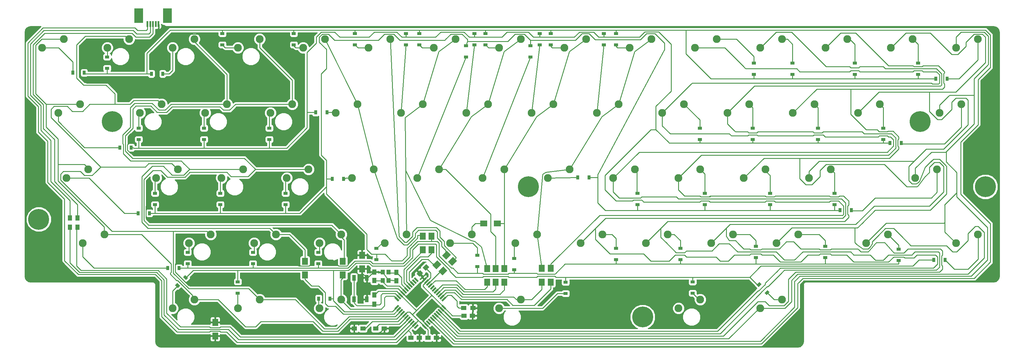
<source format=gbr>
G04 #@! TF.FileFunction,Copper,L2,Bot,Signal*
%FSLAX46Y46*%
G04 Gerber Fmt 4.6, Leading zero omitted, Abs format (unit mm)*
G04 Created by KiCad (PCBNEW 4.0.5-e0-6337~49~ubuntu16.04.1) date Thu Feb 23 02:19:28 2017*
%MOMM*%
%LPD*%
G01*
G04 APERTURE LIST*
%ADD10C,0.100000*%
%ADD11R,1.200000X1.400000*%
%ADD12C,2.286000*%
%ADD13R,1.200000X0.900000*%
%ADD14R,1.700000X2.000000*%
%ADD15R,0.900000X1.200000*%
%ADD16R,1.000000X1.700000*%
%ADD17R,1.250000X1.500000*%
%ADD18R,1.500000X1.250000*%
%ADD19R,0.500000X1.800000*%
%ADD20R,2.500000X4.200000*%
%ADD21R,1.300000X1.500000*%
%ADD22R,1.500000X1.300000*%
%ADD23R,2.000000X1.700000*%
%ADD24C,6.100000*%
%ADD25C,0.250000*%
%ADD26C,0.254000*%
G04 APERTURE END LIST*
D10*
D11*
X118721875Y-86925000D03*
X118721875Y-84525000D03*
X117021875Y-86925000D03*
X117021875Y-84525000D03*
D12*
X123983750Y-73501250D03*
X117633750Y-76041250D03*
X200183750Y-73501250D03*
X193833750Y-76041250D03*
X247808750Y-54451250D03*
X241458750Y-56991250D03*
X228758750Y-54451250D03*
X222408750Y-56991250D03*
X290671250Y-16351250D03*
X284321250Y-18891250D03*
X252571250Y-16351250D03*
X246221250Y-18891250D03*
X238283750Y-73501250D03*
X231933750Y-76041250D03*
X209708750Y-92551250D03*
X203358750Y-95091250D03*
X190658750Y-54451250D03*
X184308750Y-56991250D03*
X271621250Y-16351250D03*
X265271250Y-18891250D03*
X233521250Y-16351250D03*
X227171250Y-18891250D03*
X262096250Y-35401250D03*
X255746250Y-37941250D03*
X264477500Y-73501250D03*
X258127500Y-76041250D03*
X285908750Y-35401250D03*
X279558750Y-37941250D03*
X162083750Y-73501250D03*
X155733750Y-76041250D03*
D13*
X246162769Y-80231585D03*
X246162769Y-76931585D03*
X143768582Y-14721164D03*
X143768582Y-18021164D03*
X162818663Y-14721164D03*
X162818663Y-18021164D03*
X185142977Y-14721164D03*
X185142977Y-18021164D03*
D12*
X35877500Y-73501250D03*
X29527500Y-76041250D03*
D14*
X163413978Y-87427708D03*
X163413978Y-83427708D03*
D13*
X36611719Y-24867188D03*
X36611719Y-21567188D03*
D12*
X233521250Y-92551250D03*
X227171250Y-95091250D03*
X23971250Y-16351250D03*
X17621250Y-18891250D03*
X104933750Y-92551250D03*
X98583750Y-95091250D03*
D15*
X101650000Y-92250000D03*
X98350000Y-92250000D03*
D12*
X85883750Y-73501250D03*
X79533750Y-76041250D03*
X66833750Y-73501250D03*
X60483750Y-76041250D03*
X157321250Y-92551250D03*
X150971250Y-95091250D03*
X143033750Y-73501250D03*
X136683750Y-76041250D03*
D10*
G36*
X126490167Y-101157158D02*
X126101259Y-100768250D01*
X127161919Y-99707590D01*
X127550827Y-100096498D01*
X126490167Y-101157158D01*
X126490167Y-101157158D01*
G37*
G36*
X125924482Y-100591472D02*
X125535574Y-100202564D01*
X126596234Y-99141904D01*
X126985142Y-99530812D01*
X125924482Y-100591472D01*
X125924482Y-100591472D01*
G37*
G36*
X125358797Y-100025787D02*
X124969889Y-99636879D01*
X126030549Y-98576219D01*
X126419457Y-98965127D01*
X125358797Y-100025787D01*
X125358797Y-100025787D01*
G37*
G36*
X124793111Y-99460102D02*
X124404203Y-99071194D01*
X125464863Y-98010534D01*
X125853771Y-98399442D01*
X124793111Y-99460102D01*
X124793111Y-99460102D01*
G37*
G36*
X124227426Y-98894416D02*
X123838518Y-98505508D01*
X124899178Y-97444848D01*
X125288086Y-97833756D01*
X124227426Y-98894416D01*
X124227426Y-98894416D01*
G37*
G36*
X123661740Y-98328731D02*
X123272832Y-97939823D01*
X124333492Y-96879163D01*
X124722400Y-97268071D01*
X123661740Y-98328731D01*
X123661740Y-98328731D01*
G37*
G36*
X123096055Y-97763045D02*
X122707147Y-97374137D01*
X123767807Y-96313477D01*
X124156715Y-96702385D01*
X123096055Y-97763045D01*
X123096055Y-97763045D01*
G37*
G36*
X122530369Y-97197360D02*
X122141461Y-96808452D01*
X123202121Y-95747792D01*
X123591029Y-96136700D01*
X122530369Y-97197360D01*
X122530369Y-97197360D01*
G37*
G36*
X121964684Y-96631674D02*
X121575776Y-96242766D01*
X122636436Y-95182106D01*
X123025344Y-95571014D01*
X121964684Y-96631674D01*
X121964684Y-96631674D01*
G37*
G36*
X121398999Y-96065989D02*
X121010091Y-95677081D01*
X122070751Y-94616421D01*
X122459659Y-95005329D01*
X121398999Y-96065989D01*
X121398999Y-96065989D01*
G37*
G36*
X120833313Y-95500304D02*
X120444405Y-95111396D01*
X121505065Y-94050736D01*
X121893973Y-94439644D01*
X120833313Y-95500304D01*
X120833313Y-95500304D01*
G37*
G36*
X120444405Y-92035480D02*
X120833313Y-91646572D01*
X121893973Y-92707232D01*
X121505065Y-93096140D01*
X120444405Y-92035480D01*
X120444405Y-92035480D01*
G37*
G36*
X121010091Y-91469795D02*
X121398999Y-91080887D01*
X122459659Y-92141547D01*
X122070751Y-92530455D01*
X121010091Y-91469795D01*
X121010091Y-91469795D01*
G37*
G36*
X121575776Y-90904110D02*
X121964684Y-90515202D01*
X123025344Y-91575862D01*
X122636436Y-91964770D01*
X121575776Y-90904110D01*
X121575776Y-90904110D01*
G37*
G36*
X122141461Y-90338424D02*
X122530369Y-89949516D01*
X123591029Y-91010176D01*
X123202121Y-91399084D01*
X122141461Y-90338424D01*
X122141461Y-90338424D01*
G37*
G36*
X122707147Y-89772739D02*
X123096055Y-89383831D01*
X124156715Y-90444491D01*
X123767807Y-90833399D01*
X122707147Y-89772739D01*
X122707147Y-89772739D01*
G37*
G36*
X123272832Y-89207053D02*
X123661740Y-88818145D01*
X124722400Y-89878805D01*
X124333492Y-90267713D01*
X123272832Y-89207053D01*
X123272832Y-89207053D01*
G37*
G36*
X123838518Y-88641368D02*
X124227426Y-88252460D01*
X125288086Y-89313120D01*
X124899178Y-89702028D01*
X123838518Y-88641368D01*
X123838518Y-88641368D01*
G37*
G36*
X124404203Y-88075682D02*
X124793111Y-87686774D01*
X125853771Y-88747434D01*
X125464863Y-89136342D01*
X124404203Y-88075682D01*
X124404203Y-88075682D01*
G37*
G36*
X124969889Y-87509997D02*
X125358797Y-87121089D01*
X126419457Y-88181749D01*
X126030549Y-88570657D01*
X124969889Y-87509997D01*
X124969889Y-87509997D01*
G37*
G36*
X125535574Y-86944312D02*
X125924482Y-86555404D01*
X126985142Y-87616064D01*
X126596234Y-88004972D01*
X125535574Y-86944312D01*
X125535574Y-86944312D01*
G37*
G36*
X126101259Y-86378626D02*
X126490167Y-85989718D01*
X127550827Y-87050378D01*
X127161919Y-87439286D01*
X126101259Y-86378626D01*
X126101259Y-86378626D01*
G37*
G36*
X128894331Y-87439286D02*
X128505423Y-87050378D01*
X129566083Y-85989718D01*
X129954991Y-86378626D01*
X128894331Y-87439286D01*
X128894331Y-87439286D01*
G37*
G36*
X129460016Y-88004972D02*
X129071108Y-87616064D01*
X130131768Y-86555404D01*
X130520676Y-86944312D01*
X129460016Y-88004972D01*
X129460016Y-88004972D01*
G37*
G36*
X130025701Y-88570657D02*
X129636793Y-88181749D01*
X130697453Y-87121089D01*
X131086361Y-87509997D01*
X130025701Y-88570657D01*
X130025701Y-88570657D01*
G37*
G36*
X130591387Y-89136342D02*
X130202479Y-88747434D01*
X131263139Y-87686774D01*
X131652047Y-88075682D01*
X130591387Y-89136342D01*
X130591387Y-89136342D01*
G37*
G36*
X131157072Y-89702028D02*
X130768164Y-89313120D01*
X131828824Y-88252460D01*
X132217732Y-88641368D01*
X131157072Y-89702028D01*
X131157072Y-89702028D01*
G37*
G36*
X131722758Y-90267713D02*
X131333850Y-89878805D01*
X132394510Y-88818145D01*
X132783418Y-89207053D01*
X131722758Y-90267713D01*
X131722758Y-90267713D01*
G37*
G36*
X132288443Y-90833399D02*
X131899535Y-90444491D01*
X132960195Y-89383831D01*
X133349103Y-89772739D01*
X132288443Y-90833399D01*
X132288443Y-90833399D01*
G37*
G36*
X132854129Y-91399084D02*
X132465221Y-91010176D01*
X133525881Y-89949516D01*
X133914789Y-90338424D01*
X132854129Y-91399084D01*
X132854129Y-91399084D01*
G37*
G36*
X133419814Y-91964770D02*
X133030906Y-91575862D01*
X134091566Y-90515202D01*
X134480474Y-90904110D01*
X133419814Y-91964770D01*
X133419814Y-91964770D01*
G37*
G36*
X133985499Y-92530455D02*
X133596591Y-92141547D01*
X134657251Y-91080887D01*
X135046159Y-91469795D01*
X133985499Y-92530455D01*
X133985499Y-92530455D01*
G37*
G36*
X134551185Y-93096140D02*
X134162277Y-92707232D01*
X135222937Y-91646572D01*
X135611845Y-92035480D01*
X134551185Y-93096140D01*
X134551185Y-93096140D01*
G37*
G36*
X134162277Y-94439644D02*
X134551185Y-94050736D01*
X135611845Y-95111396D01*
X135222937Y-95500304D01*
X134162277Y-94439644D01*
X134162277Y-94439644D01*
G37*
G36*
X133596591Y-95005329D02*
X133985499Y-94616421D01*
X135046159Y-95677081D01*
X134657251Y-96065989D01*
X133596591Y-95005329D01*
X133596591Y-95005329D01*
G37*
G36*
X133030906Y-95571014D02*
X133419814Y-95182106D01*
X134480474Y-96242766D01*
X134091566Y-96631674D01*
X133030906Y-95571014D01*
X133030906Y-95571014D01*
G37*
G36*
X132465221Y-96136700D02*
X132854129Y-95747792D01*
X133914789Y-96808452D01*
X133525881Y-97197360D01*
X132465221Y-96136700D01*
X132465221Y-96136700D01*
G37*
G36*
X131899535Y-96702385D02*
X132288443Y-96313477D01*
X133349103Y-97374137D01*
X132960195Y-97763045D01*
X131899535Y-96702385D01*
X131899535Y-96702385D01*
G37*
G36*
X131333850Y-97268071D02*
X131722758Y-96879163D01*
X132783418Y-97939823D01*
X132394510Y-98328731D01*
X131333850Y-97268071D01*
X131333850Y-97268071D01*
G37*
G36*
X130768164Y-97833756D02*
X131157072Y-97444848D01*
X132217732Y-98505508D01*
X131828824Y-98894416D01*
X130768164Y-97833756D01*
X130768164Y-97833756D01*
G37*
G36*
X130202479Y-98399442D02*
X130591387Y-98010534D01*
X131652047Y-99071194D01*
X131263139Y-99460102D01*
X130202479Y-98399442D01*
X130202479Y-98399442D01*
G37*
G36*
X129636793Y-98965127D02*
X130025701Y-98576219D01*
X131086361Y-99636879D01*
X130697453Y-100025787D01*
X129636793Y-98965127D01*
X129636793Y-98965127D01*
G37*
G36*
X129071108Y-99530812D02*
X129460016Y-99141904D01*
X130520676Y-100202564D01*
X130131768Y-100591472D01*
X129071108Y-99530812D01*
X129071108Y-99530812D01*
G37*
G36*
X128505423Y-100096498D02*
X128894331Y-99707590D01*
X129954991Y-100768250D01*
X129566083Y-101157158D01*
X128505423Y-100096498D01*
X128505423Y-100096498D01*
G37*
D13*
X144660938Y-82910156D03*
X144660938Y-79610156D03*
D12*
X166846250Y-35401250D03*
X160496250Y-37941250D03*
X138271250Y-16351250D03*
X131921250Y-18891250D03*
D16*
X112428125Y-92473438D03*
X112428125Y-86173438D03*
X108628125Y-92473438D03*
X108628125Y-86173438D03*
D13*
X160139746Y-18293054D03*
X160139746Y-21593054D03*
D10*
G36*
X59401534Y-85304465D02*
X60250062Y-86152993D01*
X59613666Y-86789389D01*
X58765138Y-85940861D01*
X59401534Y-85304465D01*
X59401534Y-85304465D01*
G37*
G36*
X57068082Y-87637917D02*
X57916610Y-88486445D01*
X57280214Y-89122841D01*
X56431686Y-88274313D01*
X57068082Y-87637917D01*
X57068082Y-87637917D01*
G37*
D12*
X290671250Y-73501250D03*
X284321250Y-76041250D03*
X28733750Y-35401250D03*
X22383750Y-37941250D03*
X52546250Y-35401250D03*
X46196250Y-37941250D03*
X119221250Y-16351250D03*
X112871250Y-18891250D03*
X214471250Y-16351250D03*
X208121250Y-18891250D03*
X219233750Y-73501250D03*
X212883750Y-76041250D03*
X62071250Y-16351250D03*
X55721250Y-18891250D03*
X81121250Y-16351250D03*
X74771250Y-18891250D03*
X100171250Y-16351250D03*
X93821250Y-18891250D03*
X157321250Y-16351250D03*
X150971250Y-18891250D03*
X176371250Y-16351250D03*
X170021250Y-18891250D03*
X195421250Y-16351250D03*
X189071250Y-18891250D03*
X57308750Y-54451250D03*
X50958750Y-56991250D03*
X104933750Y-73501250D03*
X98583750Y-76041250D03*
X95408750Y-54451250D03*
X89058750Y-56991250D03*
X90646250Y-35401250D03*
X84296250Y-37941250D03*
X114458750Y-54451250D03*
X108108750Y-56991250D03*
X133508750Y-54451250D03*
X127158750Y-56991250D03*
X152558750Y-54451250D03*
X146208750Y-56991250D03*
X171608750Y-54451250D03*
X165258750Y-56991250D03*
X209708750Y-54451250D03*
X203358750Y-56991250D03*
X181133750Y-73501250D03*
X174783750Y-76041250D03*
X204946250Y-35401250D03*
X198596250Y-37941250D03*
X223996250Y-35401250D03*
X217646250Y-37941250D03*
X109696250Y-35401250D03*
X103346250Y-37941250D03*
X76358750Y-54451250D03*
X70008750Y-56991250D03*
X128746250Y-35401250D03*
X122396250Y-37941250D03*
X71596250Y-35401250D03*
X65246250Y-37941250D03*
X147796250Y-35401250D03*
X141446250Y-37941250D03*
X243046250Y-35401250D03*
X236696250Y-37941250D03*
X62071250Y-92551250D03*
X55721250Y-95091250D03*
D17*
X114597656Y-86975000D03*
X114597656Y-84475000D03*
X121028125Y-84573438D03*
X121028125Y-87073438D03*
D18*
X130250000Y-103750000D03*
X132750000Y-103750000D03*
X140750000Y-97250000D03*
X143250000Y-97250000D03*
D10*
G36*
X129722271Y-82143845D02*
X130606155Y-83027729D01*
X129545495Y-84088389D01*
X128661611Y-83204505D01*
X129722271Y-82143845D01*
X129722271Y-82143845D01*
G37*
G36*
X127954505Y-83911611D02*
X128838389Y-84795495D01*
X127777729Y-85856155D01*
X126893845Y-84972271D01*
X127954505Y-83911611D01*
X127954505Y-83911611D01*
G37*
D18*
X111250000Y-101000000D03*
X108750000Y-101000000D03*
X125250000Y-103750000D03*
X127750000Y-103750000D03*
X115000000Y-101000000D03*
X117500000Y-101000000D03*
D12*
X31115000Y-54451251D03*
X24765000Y-56991251D03*
D15*
X29927464Y-26193862D03*
X26627464Y-26193862D03*
X49546875Y-26491406D03*
X52846875Y-26491406D03*
D13*
X70247175Y-14721164D03*
X70247175Y-18021164D03*
X91082813Y-14721094D03*
X91082813Y-18021094D03*
X108942652Y-14721164D03*
X108942652Y-18021164D03*
X127695076Y-14721164D03*
X127695076Y-18021164D03*
X147042815Y-14721164D03*
X147042815Y-18021164D03*
X166092896Y-14721164D03*
X166092896Y-18021164D03*
X225326743Y-26653232D03*
X225326743Y-23353232D03*
X236637728Y-26653232D03*
X236637728Y-23353232D03*
X254794837Y-26653232D03*
X254794837Y-23353232D03*
X273249603Y-26653232D03*
X273249603Y-23353232D03*
D15*
X278445726Y-27979807D03*
X281745726Y-27979807D03*
X43678125Y-48073438D03*
X40378125Y-48073438D03*
D13*
X45839063Y-45703126D03*
X45839063Y-42403126D03*
X64889063Y-45703126D03*
X64889063Y-42403126D03*
X83939063Y-45703126D03*
X83939063Y-42403126D03*
D15*
X97469954Y-37802505D03*
X100769954Y-37802505D03*
D13*
X123825528Y-14721164D03*
X123825528Y-18021164D03*
X181571087Y-14721164D03*
X181571087Y-18021164D03*
X209550894Y-45703313D03*
X209550894Y-42403313D03*
X225029085Y-45703313D03*
X225029085Y-42403313D03*
X244079166Y-45703313D03*
X244079166Y-42403313D03*
X263129248Y-45703313D03*
X263129248Y-42403313D03*
D15*
X265050000Y-46732031D03*
X268350000Y-46732031D03*
X48977344Y-67270313D03*
X45677344Y-67270313D03*
D13*
X50601563Y-64753125D03*
X50601563Y-61453125D03*
X69651563Y-64753126D03*
X69651563Y-61453126D03*
X88701563Y-64753126D03*
X88701563Y-61453126D03*
D15*
X102350000Y-57250000D03*
X105650000Y-57250000D03*
D13*
X141387322Y-18293054D03*
X141387322Y-21593054D03*
D15*
X177267937Y-56852586D03*
X173967937Y-56852586D03*
D13*
X191393785Y-64753394D03*
X191393785Y-61453394D03*
X211039182Y-64753394D03*
X211039182Y-61453394D03*
X230089263Y-64753394D03*
X230089263Y-61453394D03*
X248841687Y-64753394D03*
X248841687Y-61453394D03*
D15*
X250465919Y-66377627D03*
X253765919Y-66377627D03*
X57609375Y-83343750D03*
X54309375Y-83343750D03*
D13*
X60126563Y-82017188D03*
X60126563Y-78717188D03*
X79176563Y-82017188D03*
X79176563Y-78717188D03*
X98226563Y-82017188D03*
X98226563Y-78717188D03*
X115192969Y-80826563D03*
X115192969Y-77526563D03*
X155376563Y-83803126D03*
X155376563Y-80503126D03*
X185142977Y-80826900D03*
X185142977Y-77526900D03*
X203895401Y-80826900D03*
X203895401Y-77526900D03*
X225922058Y-80231585D03*
X225922058Y-76931585D03*
X267594110Y-81124558D03*
X267594110Y-77824558D03*
D15*
X277850411Y-80962845D03*
X281150411Y-80962845D03*
D13*
X74750000Y-87350000D03*
X74750000Y-90650000D03*
X170402250Y-87472250D03*
X170402250Y-90772250D03*
X207467291Y-87349598D03*
X207467291Y-90649598D03*
D10*
G36*
X226096472Y-88236596D02*
X226945000Y-87388068D01*
X227581396Y-88024464D01*
X226732868Y-88872992D01*
X226096472Y-88236596D01*
X226096472Y-88236596D01*
G37*
G36*
X228429924Y-90570048D02*
X229278452Y-89721520D01*
X229914848Y-90357916D01*
X229066320Y-91206444D01*
X228429924Y-90570048D01*
X228429924Y-90570048D01*
G37*
D19*
X48406250Y-11906251D03*
X49206250Y-11906251D03*
X50006250Y-11906251D03*
X50806250Y-11906251D03*
X51606250Y-11906251D03*
D20*
X45806250Y-9506251D03*
X54206250Y-9506251D03*
D21*
X114597656Y-93921094D03*
X114597656Y-91221094D03*
D22*
X143350000Y-95000000D03*
X140650000Y-95000000D03*
D21*
X25750000Y-71350000D03*
X25750000Y-68650000D03*
X28000000Y-71350000D03*
X28000000Y-68650000D03*
D12*
X278765000Y-54451250D03*
X272415000Y-56991250D03*
D14*
X105370762Y-81344106D03*
X105370762Y-85344106D03*
D12*
X43021250Y-16351250D03*
X36671250Y-18891250D03*
D14*
X131250000Y-74000000D03*
X131250000Y-78000000D03*
X128750000Y-74000000D03*
X128750000Y-78000000D03*
D10*
G36*
X137520280Y-80027638D02*
X138722362Y-81229720D01*
X137308148Y-82643934D01*
X136106066Y-81441852D01*
X137520280Y-80027638D01*
X137520280Y-80027638D01*
G37*
G36*
X134691852Y-82856066D02*
X135893934Y-84058148D01*
X134479720Y-85472362D01*
X133277638Y-84270280D01*
X134691852Y-82856066D01*
X134691852Y-82856066D01*
G37*
D14*
X147500000Y-83500000D03*
X147500000Y-87500000D03*
D23*
X146531102Y-70247175D03*
X150531102Y-70247175D03*
D14*
X166092896Y-87427708D03*
X166092896Y-83427708D03*
D12*
X81121250Y-92551250D03*
X74771250Y-95091250D03*
D14*
X152500000Y-83500000D03*
X152500000Y-87500000D03*
X150000000Y-83500000D03*
X150000000Y-87500000D03*
X68163281Y-99203125D03*
X68163281Y-103203125D03*
X111026255Y-83558160D03*
X111026255Y-79558160D03*
D12*
X185897032Y-35401423D03*
X179547032Y-37941423D03*
D10*
G36*
X135763822Y-78240483D02*
X136965904Y-79442565D01*
X135551690Y-80856779D01*
X134349608Y-79654697D01*
X135763822Y-78240483D01*
X135763822Y-78240483D01*
G37*
G36*
X132935394Y-81068911D02*
X134137476Y-82270993D01*
X132723262Y-83685207D01*
X131521180Y-82483125D01*
X132935394Y-81068911D01*
X132935394Y-81068911D01*
G37*
D14*
X94357434Y-85344106D03*
X94357434Y-81344106D03*
D24*
X16668750Y-69056250D03*
X292893750Y-59531250D03*
X38100000Y-40481250D03*
X273843750Y-40481250D03*
X159543750Y-59531250D03*
X192881250Y-97631250D03*
D25*
X284262398Y-33635834D02*
X287238959Y-33635834D01*
X287238959Y-33635834D02*
X287238281Y-33635156D01*
X287834134Y-34825242D02*
X287834134Y-34231009D01*
X280691041Y-48518176D02*
X275630864Y-48518176D01*
X287834822Y-41374395D02*
X280691041Y-48518176D01*
X287834822Y-34825930D02*
X287834822Y-41374395D01*
X287834134Y-34825242D02*
X287834822Y-34825930D01*
X272058974Y-52090066D02*
X275630864Y-48518176D01*
X287834134Y-34231009D02*
X287238281Y-33635156D01*
X272058974Y-52090066D02*
X244376824Y-52090066D01*
X241458750Y-55008140D02*
X241458750Y-56991250D01*
X244376824Y-52090066D02*
X241458750Y-55008140D01*
X277119151Y-52090066D02*
X277714466Y-51494751D01*
X279500411Y-51494751D02*
X281286356Y-53280696D01*
X277714466Y-51494751D02*
X279500411Y-51494751D01*
X277267980Y-51941237D02*
X277119151Y-52090066D01*
X277119151Y-52090066D02*
X275333206Y-53876011D01*
X272654288Y-58638531D02*
X271463658Y-58638531D01*
X270570686Y-57745559D02*
X270570686Y-57447901D01*
X271463658Y-58638531D02*
X270570686Y-57745559D01*
X273230818Y-58308098D02*
X273693921Y-57883878D01*
X273693921Y-57883878D02*
X273693921Y-57883877D01*
X275333206Y-53876011D02*
X273693921Y-57883877D01*
X275333206Y-53876011D02*
X277267980Y-51941237D01*
X273230818Y-58308098D02*
X272654288Y-58638531D01*
X292597342Y-80069873D02*
X292597342Y-80367530D01*
X238126015Y-85130051D02*
X237530700Y-85725366D01*
X287834821Y-85130051D02*
X238126015Y-85130051D01*
X292597342Y-80367530D02*
X287834821Y-85130051D01*
X258664384Y-77688612D02*
X257176097Y-77688613D01*
X257176097Y-77688613D02*
X255390152Y-76497983D01*
X261640960Y-73819065D02*
X259855015Y-75605010D01*
X259259704Y-77093292D02*
X258664384Y-77688612D01*
X259855015Y-76200325D02*
X259259704Y-77093292D01*
X259855015Y-75605010D02*
X259855015Y-76200325D01*
X217999999Y-104000000D02*
X138454687Y-104000000D01*
X138454687Y-104000000D02*
X132058634Y-97603947D01*
X276523836Y-37504848D02*
X276523836Y-31849355D01*
X278905096Y-39886108D02*
X276523836Y-37504848D01*
X280095726Y-39886108D02*
X278905096Y-39886108D01*
X283072302Y-36909532D02*
X280095726Y-39886108D01*
X283072302Y-34825930D02*
X283072302Y-36909532D01*
X284262398Y-33635834D02*
X283072302Y-34825930D01*
X271463658Y-52685382D02*
X272058974Y-52090066D01*
X285453562Y-30658725D02*
X284262932Y-31849355D01*
X292895000Y-15775849D02*
X292895000Y-22324314D01*
X292002027Y-14882876D02*
X292895000Y-15775849D01*
X289620767Y-14882876D02*
X292002027Y-14882876D01*
X287239507Y-17264136D02*
X289620767Y-14882876D01*
X287239507Y-18454766D02*
X287239507Y-17264136D01*
X284858247Y-20836026D02*
X287239507Y-18454766D01*
X283072301Y-20836026D02*
X284858247Y-20836026D01*
X276821493Y-14585218D02*
X283072301Y-20836026D01*
X269677714Y-14585218D02*
X276821493Y-14585218D01*
X265371682Y-18891250D02*
X269677714Y-14585218D01*
X285453562Y-30658725D02*
X292895000Y-23217287D01*
X292895000Y-23217287D02*
X292895000Y-22324314D01*
X284262932Y-31849355D02*
X276523836Y-31849355D01*
X261838145Y-31849355D02*
X255746250Y-37941250D01*
X276523836Y-31849355D02*
X261838145Y-31849355D01*
X254199522Y-71536367D02*
X255589248Y-71536367D01*
X281286356Y-53280696D02*
X281584014Y-53578354D01*
X281584014Y-53578354D02*
X281584014Y-61615106D01*
X281584014Y-61615106D02*
X276821493Y-66377627D01*
X276821493Y-66377627D02*
X260747988Y-66377627D01*
X256878440Y-70247175D02*
X260747988Y-66377627D01*
X255589248Y-71536367D02*
X256878440Y-70247175D01*
X254794837Y-71536367D02*
X254794837Y-75902668D01*
X254199522Y-71536367D02*
X254794837Y-71536367D01*
X254794837Y-75902668D02*
X255390152Y-76497983D01*
X236438633Y-71536367D02*
X254199522Y-71536367D01*
X227171250Y-95091250D02*
X227171250Y-94828749D01*
X227171250Y-94828749D02*
X217999999Y-104000000D01*
X234408750Y-95091250D02*
X227171250Y-95091250D01*
X236340071Y-93159929D02*
X234408750Y-95091250D01*
X236340071Y-86915995D02*
X236340071Y-93159929D01*
X237530700Y-85725366D02*
X236340071Y-86915995D01*
X290513740Y-71140147D02*
X290811397Y-71140147D01*
X281584014Y-76795640D02*
X283369959Y-78581585D01*
X283369959Y-78581585D02*
X284560590Y-78581585D01*
X284560590Y-78581585D02*
X287834822Y-75307353D01*
X287834822Y-75307353D02*
X287834822Y-73223750D01*
X287834822Y-73223750D02*
X289918425Y-71140147D01*
X289918425Y-71140147D02*
X290513740Y-71140147D01*
X278309781Y-76795640D02*
X281584014Y-76795640D01*
X292597342Y-72926092D02*
X292597342Y-80069873D01*
X290811397Y-71140147D02*
X292597342Y-72926092D01*
X276821494Y-76795640D02*
X278309781Y-76795640D01*
X271166001Y-76795640D02*
X268487083Y-74116722D01*
X271166001Y-76795640D02*
X273249603Y-76795640D01*
X266105823Y-71735462D02*
X268487083Y-74116722D01*
X263724563Y-71735462D02*
X266105823Y-71735462D01*
X261640960Y-73819065D02*
X263724563Y-71735462D01*
X273249603Y-76795640D02*
X276821494Y-76795640D01*
X273249603Y-76795640D02*
X273844918Y-76795640D01*
X270570686Y-53876011D02*
X270570686Y-53578354D01*
X270570686Y-53578354D02*
X271463658Y-52685382D01*
X270570686Y-53876011D02*
X270570686Y-57447901D01*
X241551565Y-57348437D02*
X241458750Y-56991250D01*
X236438633Y-71536367D02*
X231933750Y-76041250D01*
X265271250Y-18891250D02*
X265371682Y-18891250D01*
X231933750Y-76041250D02*
X231933750Y-76141783D01*
X231933750Y-76041250D02*
X231736626Y-76041250D01*
X231578125Y-76396875D02*
X231933750Y-76041250D01*
X231576563Y-76398437D02*
X231933750Y-76041250D01*
X227278125Y-94984375D02*
X227171250Y-95091250D01*
X255389063Y-38298437D02*
X255746250Y-37941250D01*
X264914063Y-19248437D02*
X265271250Y-18891250D01*
X241101563Y-57348437D02*
X241458750Y-56991250D01*
X265509375Y-44053313D02*
X265509563Y-44053313D01*
X266700000Y-48220313D02*
X264616192Y-50304121D01*
X266700000Y-45243750D02*
X266700000Y-48220313D01*
X265509563Y-44053313D02*
X266700000Y-45243750D01*
X139217429Y-102500000D02*
X133190005Y-96472576D01*
X215250000Y-102500000D02*
X139217429Y-102500000D01*
X212229812Y-62508079D02*
X212527469Y-62210422D01*
X251520605Y-62210422D02*
X252115920Y-62805737D01*
X250329974Y-62210422D02*
X251520605Y-62210422D01*
X250032317Y-62508079D02*
X250329974Y-62210422D01*
X247651057Y-62508079D02*
X250032317Y-62508079D01*
X247353400Y-62210422D02*
X247651057Y-62508079D01*
X231577551Y-62210422D02*
X247353400Y-62210422D01*
X231279894Y-62508079D02*
X231577551Y-62210422D01*
X228898633Y-62508079D02*
X231279894Y-62508079D01*
X228600976Y-62210422D02*
X228898633Y-62508079D01*
X212527469Y-62210422D02*
X228600976Y-62210422D01*
X209848552Y-62508079D02*
X209848551Y-62508079D01*
X209848551Y-62508079D02*
X209550894Y-62210422D01*
X209550894Y-62210422D02*
X205086031Y-62210422D01*
X209848551Y-62508079D02*
X209550894Y-62210422D01*
X212672783Y-62508079D02*
X212672783Y-62508079D01*
X252711234Y-65186997D02*
X253008892Y-64889339D01*
X252711234Y-65186997D02*
X252711234Y-67568257D01*
X200223140Y-69651860D02*
X198189723Y-71685277D01*
X251222947Y-69651860D02*
X200223140Y-69651860D01*
X253008892Y-67865915D02*
X253008892Y-68461230D01*
X253008892Y-68461230D02*
X251818262Y-69651860D01*
X251818262Y-69651860D02*
X251222947Y-69651860D01*
X252711234Y-67568257D02*
X253008892Y-67865915D01*
X253008892Y-64889339D02*
X253008892Y-63698709D01*
X253008892Y-63698709D02*
X252115920Y-62805737D01*
X256283125Y-24407917D02*
X256283124Y-24407917D01*
X253604207Y-24705574D02*
X253306550Y-24407917D01*
X255985467Y-24705574D02*
X253604207Y-24705574D01*
X256283124Y-24407917D02*
X255985467Y-24705574D01*
X223540798Y-43457998D02*
X219968907Y-43457998D01*
X219968907Y-43457998D02*
X219671250Y-43160341D01*
X256878440Y-43457998D02*
X257473755Y-44053313D01*
X245567454Y-43457998D02*
X256878440Y-43457998D01*
X245269797Y-43755655D02*
X245567454Y-43457998D01*
X242888536Y-43755655D02*
X245269797Y-43755655D01*
X242590879Y-43457998D02*
X242888536Y-43755655D01*
X226517373Y-43457998D02*
X242590879Y-43457998D01*
X226219716Y-43755655D02*
X226517373Y-43457998D01*
X223838455Y-43755655D02*
X226219716Y-43755655D01*
X223540798Y-43457998D02*
X223838455Y-43755655D01*
X279500411Y-83046448D02*
X279500411Y-83046449D01*
X234256468Y-83939421D02*
X233363496Y-84832393D01*
X278607439Y-83939421D02*
X234256468Y-83939421D01*
X279500411Y-83046449D02*
X278607439Y-83939421D01*
X261045645Y-81000000D02*
X260785142Y-81000000D01*
X259259700Y-79474558D02*
X254497180Y-79474558D01*
X260785142Y-81000000D02*
X259259700Y-79474558D01*
X262236275Y-81000000D02*
X263092093Y-81000000D01*
X264617535Y-79474558D02*
X266105821Y-79474558D01*
X263092093Y-81000000D02*
X264617535Y-79474558D01*
X266105821Y-79474558D02*
X271463658Y-79474558D01*
X227449116Y-90449115D02*
X227449116Y-90550884D01*
X215500000Y-102500000D02*
X215250000Y-102500000D01*
X227449116Y-90550884D02*
X215500000Y-102500000D01*
X229493948Y-88701941D02*
X229196290Y-88701941D01*
X233363496Y-84832393D02*
X229493948Y-88701941D01*
X271463658Y-79474558D02*
X271761316Y-79176900D01*
X272356631Y-78581585D02*
X279202754Y-78581585D01*
X279202754Y-78581585D02*
X279500411Y-78879242D01*
X279500411Y-78879242D02*
X279500411Y-83046448D01*
X271761316Y-79176900D02*
X272356631Y-78581585D01*
X229196290Y-88701941D02*
X227449116Y-90449115D01*
X198189723Y-71685277D02*
X198189723Y-74364195D01*
X240507277Y-78581585D02*
X253604207Y-78581585D01*
X253604207Y-78581585D02*
X254497180Y-79474558D01*
X213122784Y-78283928D02*
X214908729Y-76497983D01*
X222052510Y-78581585D02*
X231279893Y-78581585D01*
X234256468Y-80962845D02*
X237233044Y-80962845D01*
X239614304Y-78581585D02*
X237233044Y-80962845D01*
X240507277Y-78581585D02*
X239614304Y-78581585D01*
X231875208Y-78581585D02*
X234256468Y-80962845D01*
X231279893Y-78581585D02*
X231875208Y-78581585D01*
X215206387Y-76200325D02*
X214908729Y-76497983D01*
X218182962Y-76200325D02*
X215206387Y-76200325D01*
X220564222Y-78581585D02*
X218182962Y-76200325D01*
X222052510Y-78581585D02*
X220564222Y-78581585D01*
X205681346Y-78283928D02*
X205106573Y-78858701D01*
X199728196Y-75902668D02*
X198239908Y-74414380D01*
X199728196Y-75902668D02*
X202684229Y-78858701D01*
X202684229Y-78858701D02*
X205106573Y-78858701D01*
X213122784Y-78283928D02*
X205681346Y-78283928D01*
X198189723Y-74364195D02*
X198239908Y-74414380D01*
X261045645Y-81000000D02*
X262236275Y-81000000D01*
X203358750Y-60483141D02*
X205086031Y-62210422D01*
X203358750Y-56991250D02*
X203358750Y-60483141D01*
X209848552Y-62508079D02*
X212229812Y-62508079D01*
X212229812Y-62508079D02*
X212672783Y-62508079D01*
X198189723Y-71685277D02*
X198040895Y-71834105D01*
X198040895Y-71834105D02*
X193833750Y-76041250D01*
X217646250Y-37941250D02*
X217646250Y-41135341D01*
X210045879Y-50304121D02*
X203358750Y-56991250D01*
X264616192Y-50304121D02*
X210045879Y-50304121D01*
X257473755Y-44053313D02*
X265509375Y-44053313D01*
X217646250Y-41135341D02*
X219671250Y-43160341D01*
X255092495Y-30063410D02*
X225524090Y-30063410D01*
X280095726Y-28277464D02*
X280095726Y-29765753D01*
X280095726Y-29765753D02*
X279798069Y-30063410D01*
X227271519Y-18891250D02*
X231875208Y-14287561D01*
X231875208Y-14287561D02*
X236340071Y-14287561D01*
X236340071Y-14287561D02*
X246460427Y-24407917D01*
X246460427Y-24407917D02*
X253306550Y-24407917D01*
X280095726Y-26491519D02*
X280095726Y-28277464D01*
X278607439Y-25003232D02*
X280095726Y-26491519D01*
X263724563Y-25003232D02*
X278607439Y-25003232D01*
X263129248Y-24407917D02*
X263724563Y-25003232D01*
X256283125Y-24407917D02*
X263129248Y-24407917D01*
X255092495Y-30063410D02*
X279798069Y-30063410D01*
X225524090Y-30063410D02*
X217646250Y-37941250D01*
X227171250Y-18891250D02*
X227271519Y-18891250D01*
X193476563Y-76398437D02*
X193833750Y-76041250D01*
X203001563Y-57348437D02*
X203358750Y-56991250D01*
X217289063Y-38298437D02*
X217646250Y-37941250D01*
X226814063Y-19248437D02*
X227171250Y-18891250D01*
X265509375Y-43309169D02*
X265956044Y-43309169D01*
X267592969Y-48517969D02*
X264913845Y-51197093D01*
X267592969Y-47922656D02*
X267592969Y-48517969D01*
X267295313Y-47625000D02*
X267592969Y-47922656D01*
X267295313Y-45839063D02*
X267295313Y-47625000D01*
X267592969Y-45541407D02*
X267295313Y-45839063D01*
X267592969Y-44946094D02*
X267592969Y-45541407D01*
X265956044Y-43309169D02*
X267592969Y-44946094D01*
X218182962Y-75307353D02*
X217289990Y-73967894D01*
X217289990Y-73967894D02*
X217289990Y-71635010D01*
X272951946Y-59531504D02*
X269975371Y-59531504D01*
X238721331Y-51792408D02*
X238721331Y-57150244D01*
X238721331Y-51792408D02*
X238721331Y-51197093D01*
X272951946Y-59531504D02*
X273249604Y-59233846D01*
X276523836Y-55364299D02*
X276523836Y-54173669D01*
X275333206Y-56554929D02*
X273547261Y-58936189D01*
X273249604Y-59233846D02*
X273547261Y-58936189D01*
X275333206Y-56554929D02*
X276523836Y-55364299D01*
X276523836Y-53876012D02*
X278012124Y-52387724D01*
X278012124Y-52387724D02*
X279500412Y-52387724D01*
X279500412Y-52387724D02*
X280691041Y-53578353D01*
X280691041Y-53578353D02*
X280691041Y-61019792D01*
X280691041Y-61019792D02*
X279500411Y-62210422D01*
X276523836Y-54173669D02*
X276523836Y-53876012D01*
X255092495Y-70544832D02*
X251520604Y-70544832D01*
X260450330Y-65186997D02*
X255092495Y-70544832D01*
X276523836Y-65186997D02*
X260450330Y-65186997D01*
X227410345Y-70544832D02*
X218380168Y-70544832D01*
X247948714Y-70544832D02*
X227410345Y-70544832D01*
X218380168Y-70544832D02*
X217289990Y-71635010D01*
X251520604Y-70544832D02*
X247948714Y-70544832D01*
X279500411Y-62210422D02*
X276523836Y-65186997D01*
X238721331Y-57150244D02*
X240507276Y-58936189D01*
X269975371Y-59531504D02*
X269677713Y-59233846D01*
X244674481Y-56554929D02*
X244674481Y-54768985D01*
X244674481Y-54768985D02*
X246460427Y-52983039D01*
X246460427Y-52983039D02*
X263426906Y-52983039D01*
X263426906Y-52983039D02*
X269677713Y-59233846D01*
X242293221Y-58936189D02*
X244674481Y-56554929D01*
X240507276Y-58936189D02*
X242293221Y-58936189D01*
X217289990Y-71635010D02*
X212883750Y-76041250D01*
X264913845Y-51197093D02*
X238721331Y-51197093D01*
X238721331Y-51197093D02*
X228303318Y-51197093D01*
X228303318Y-51197093D02*
X222408750Y-56991250D01*
X272058973Y-24407917D02*
X272058973Y-24407916D01*
X271761316Y-24110259D02*
X264617535Y-24110259D01*
X272058973Y-24407916D02*
X271761316Y-24110259D01*
X264468707Y-43309169D02*
X264468706Y-43309169D01*
X264468707Y-43309169D02*
X264468707Y-43309169D01*
X265509375Y-43309169D02*
X264468707Y-43309169D01*
X264319878Y-43457998D02*
X264319878Y-43457997D01*
X253604207Y-30956382D02*
X253604207Y-38397820D01*
X261938618Y-43457998D02*
X264319878Y-43457998D01*
X253604207Y-38397820D02*
X258069070Y-42862683D01*
X261343303Y-42862683D02*
X261938618Y-43457998D01*
X258069070Y-42862683D02*
X261343303Y-42862683D01*
X264319878Y-43457997D02*
X264468706Y-43309169D01*
X236935386Y-85130051D02*
X237530701Y-84534736D01*
X279500411Y-84534736D02*
X280393384Y-83641763D01*
X237530701Y-84534736D02*
X279500411Y-84534736D01*
X258664385Y-78581585D02*
X261045645Y-75902668D01*
X280095726Y-79772215D02*
X280095727Y-79772215D01*
X270273028Y-77688613D02*
X269082398Y-78879243D01*
X279798069Y-77688613D02*
X270273028Y-77688613D01*
X280393384Y-78283928D02*
X279798069Y-77688613D01*
X280393384Y-79474558D02*
X280393384Y-78283928D01*
X280095727Y-79772215D02*
X280393384Y-79474558D01*
X280095726Y-82451133D02*
X280393384Y-82748791D01*
X280393384Y-82748791D02*
X280393384Y-83641763D01*
X266224966Y-78879243D02*
X269082398Y-78879243D01*
X280095726Y-79772215D02*
X280095726Y-82451133D01*
X263546049Y-75902668D02*
X266224966Y-78879243D01*
X222350168Y-77688613D02*
X224136113Y-77688613D01*
X224136113Y-77688613D02*
X224433770Y-77986270D01*
X232768181Y-77688613D02*
X227708002Y-77688613D01*
X244674481Y-77986270D02*
X247651057Y-77986270D01*
X255985467Y-77986270D02*
X256580782Y-78581585D01*
X227410345Y-77986270D02*
X224433770Y-77986270D01*
X232768181Y-77688613D02*
X234851784Y-75605010D01*
X234851784Y-75605010D02*
X236935386Y-75605010D01*
X244376824Y-77688613D02*
X240507276Y-77688613D01*
X244674481Y-77986270D02*
X244376824Y-77688613D01*
X247948714Y-77688613D02*
X255687810Y-77688613D01*
X255687810Y-77688613D02*
X255985467Y-77986270D01*
X247651057Y-77986270D02*
X247948714Y-77688613D01*
X239018989Y-77688613D02*
X236935386Y-75605010D01*
X240507276Y-77688613D02*
X239018989Y-77688613D01*
X227708002Y-77688613D02*
X227410345Y-77986270D01*
X220861880Y-76200325D02*
X220861879Y-76200325D01*
X219968907Y-75307353D02*
X218182962Y-75307353D01*
X220861879Y-76200325D02*
X219968907Y-75307353D01*
X220861880Y-76200325D02*
X222350168Y-77688613D01*
X256580782Y-78581585D02*
X258664385Y-78581585D01*
X261045645Y-75902668D02*
X263546049Y-75902668D01*
X140250000Y-103250000D02*
X138836058Y-103250000D01*
X138836058Y-103250000D02*
X132624319Y-97038261D01*
X236935386Y-85130051D02*
X236935385Y-85130051D01*
X216434176Y-103250000D02*
X140250000Y-103250000D01*
X226517372Y-93166804D02*
X216434176Y-103250000D01*
X228600975Y-93166804D02*
X226517372Y-93166804D01*
X229791605Y-94357434D02*
X228600975Y-93166804D01*
X234142566Y-94357434D02*
X229791605Y-94357434D01*
X235447098Y-93052902D02*
X234142566Y-94357434D01*
X235447098Y-86618338D02*
X235447098Y-93052902D01*
X236935385Y-85130051D02*
X235447098Y-86618338D01*
X274737891Y-24110259D02*
X274440233Y-24407917D01*
X274440233Y-24407917D02*
X274142576Y-24407917D01*
X279202754Y-24110259D02*
X279202754Y-24110260D01*
X279202754Y-24110260D02*
X280988699Y-25896205D01*
X274737891Y-24110259D02*
X279202754Y-24110259D01*
X280691041Y-26491519D02*
X280691042Y-26491519D01*
X280691041Y-26491519D02*
X280691041Y-29170437D01*
X279500411Y-30956382D02*
X253604207Y-30956382D01*
X280691042Y-29170437D02*
X280988699Y-29468094D01*
X280988699Y-29468094D02*
X280988699Y-30361067D01*
X280988699Y-30361067D02*
X280393384Y-30956382D01*
X280393384Y-30956382D02*
X279500411Y-30956382D01*
X280691041Y-29170437D02*
X280691042Y-29170437D01*
X280691042Y-26491519D02*
X280988699Y-26193862D01*
X280988699Y-26193862D02*
X280988699Y-25896205D01*
X213617647Y-75307353D02*
X212883750Y-76041250D01*
X253604207Y-30956382D02*
X243681118Y-30956382D01*
X243681118Y-30956382D02*
X236696250Y-37941250D01*
X246321600Y-18891250D02*
X250627632Y-14585218D01*
X250627632Y-14585218D02*
X255092494Y-14585218D01*
X255092494Y-14585218D02*
X264617535Y-24110259D01*
X272058973Y-24407917D02*
X274142576Y-24407917D01*
X246221250Y-18891250D02*
X246321600Y-18891250D01*
X212526563Y-76398437D02*
X212883750Y-76041250D01*
X222051563Y-57348437D02*
X222408750Y-56991250D01*
X264914063Y-44946286D02*
X265211911Y-44946286D01*
X266104688Y-47624999D02*
X264318539Y-49411148D01*
X266104688Y-45839063D02*
X266104688Y-47624999D01*
X265211911Y-44946286D02*
X266104688Y-45839063D01*
X232768181Y-63103394D02*
X250925289Y-63103394D01*
X250925289Y-63103394D02*
X251520604Y-63698709D01*
X230982236Y-63103394D02*
X232768181Y-63103394D01*
X230982236Y-63103394D02*
X213718099Y-63103394D01*
X211932154Y-63103394D02*
X213718099Y-63103394D01*
X202704771Y-62508079D02*
X192584416Y-62508079D01*
X203300086Y-63103394D02*
X202704771Y-62508079D01*
X192286758Y-62805737D02*
X186035951Y-62805737D01*
X184308750Y-56991250D02*
X184308750Y-61078536D01*
X184308750Y-61078536D02*
X186035951Y-62805737D01*
X192584416Y-62508079D02*
X192286758Y-62805737D01*
X211932154Y-63103394D02*
X203300086Y-63103394D01*
X182066113Y-68758887D02*
X179139683Y-71685317D01*
X249437002Y-68758887D02*
X182066113Y-68758887D01*
X251520604Y-63698709D02*
X252115919Y-64294024D01*
X252115919Y-64294024D02*
X252115919Y-67865914D01*
X252115919Y-67865914D02*
X251222946Y-68758887D01*
X251222946Y-68758887D02*
X249437002Y-68758887D01*
X242888536Y-44350970D02*
X242888536Y-44350971D01*
X226517373Y-44648628D02*
X226219715Y-44350970D01*
X242590879Y-44648628D02*
X226517373Y-44648628D01*
X242888536Y-44350971D02*
X242590879Y-44648628D01*
X218182963Y-44053313D02*
X200918826Y-44053313D01*
X223838455Y-44350970D02*
X226219715Y-44350970D01*
X223838455Y-44350971D02*
X223540798Y-44648628D01*
X223540798Y-44648628D02*
X218778278Y-44648628D01*
X218778278Y-44648628D02*
X218182963Y-44053313D01*
X223838455Y-44350970D02*
X223838455Y-44350971D01*
X200918826Y-44053313D02*
X198596250Y-41730737D01*
X198596250Y-41730737D02*
X198596250Y-37941250D01*
X253604207Y-25598547D02*
X253306550Y-25896204D01*
X222945483Y-25003232D02*
X222647825Y-24705574D01*
X237828358Y-25003232D02*
X222945483Y-25003232D01*
X238721330Y-25896204D02*
X237828358Y-25003232D01*
X253306550Y-25896204D02*
X238721330Y-25896204D01*
X272058973Y-25598547D02*
X271761316Y-25896204D01*
X255985468Y-25598547D02*
X255985467Y-25598547D01*
X256283125Y-25896204D02*
X255985468Y-25598547D01*
X271761316Y-25896204D02*
X256283125Y-25896204D01*
X264319878Y-44648628D02*
X264319877Y-44648628D01*
X264617535Y-44946286D02*
X264914063Y-44946286D01*
X264319877Y-44648628D02*
X264617535Y-44946286D01*
X264319878Y-44648628D02*
X264022220Y-44648628D01*
X261938618Y-44648628D02*
X261640960Y-44946286D01*
X261938618Y-44648628D02*
X264022220Y-44648628D01*
X245567454Y-44350970D02*
X245865112Y-44648628D01*
X242888536Y-44350970D02*
X245567454Y-44350970D01*
X261640960Y-44946286D02*
X246162770Y-44946286D01*
X246162770Y-44946286D02*
X245865112Y-44648628D01*
X277714466Y-83344106D02*
X233065838Y-83344106D01*
X233065838Y-83344106D02*
X232172866Y-84237078D01*
X266998795Y-80069873D02*
X266105823Y-80069873D01*
X264617536Y-81558160D02*
X254497179Y-81558160D01*
X266105823Y-80069873D02*
X264617536Y-81558160D01*
X269082398Y-80069873D02*
X269082399Y-80069873D01*
X272058974Y-80367530D02*
X272356631Y-80069873D01*
X269380056Y-80367530D02*
X272058974Y-80367530D01*
X269082399Y-80069873D02*
X269380056Y-80367530D01*
X214000000Y-101750000D02*
X214750000Y-101750000D01*
X228600975Y-88106626D02*
X226728801Y-89978800D01*
X214000000Y-101750000D02*
X139598800Y-101750000D01*
X139598800Y-101750000D02*
X133755690Y-95906890D01*
X228749804Y-87660140D02*
X232172866Y-84237078D01*
X228749803Y-87660140D02*
X228600975Y-87808968D01*
X228600975Y-87808968D02*
X228600975Y-88106626D01*
X228749804Y-87660140D02*
X228749803Y-87660140D01*
X226728801Y-89978800D02*
X226500000Y-89978800D01*
X214750000Y-101750000D02*
X226500000Y-90000000D01*
X226500000Y-90000000D02*
X226500000Y-89978800D01*
X277416809Y-29468094D02*
X277416808Y-29468094D01*
X207367063Y-29170437D02*
X207069406Y-29468094D01*
X277119151Y-29170437D02*
X207367063Y-29170437D01*
X277416808Y-29468094D02*
X277119151Y-29170437D01*
X274440233Y-25598547D02*
X274440234Y-25598547D01*
X274737891Y-25896204D02*
X278607438Y-25896204D01*
X274440234Y-25598547D02*
X274737891Y-25896204D01*
X202407114Y-79474558D02*
X202407113Y-79474558D01*
X252413577Y-79474558D02*
X254497179Y-81558160D01*
X183357032Y-79176900D02*
X193179731Y-79176900D01*
X179139683Y-74959551D02*
X183357032Y-79176900D01*
X179139683Y-71685317D02*
X179139683Y-74959551D01*
X202407114Y-79474558D02*
X205086032Y-79474558D01*
X244674481Y-79176900D02*
X247055742Y-79176900D01*
X214313415Y-80069873D02*
X215504045Y-81260503D01*
X215504045Y-81260503D02*
X217885304Y-81260503D01*
X217885304Y-81260503D02*
X219671249Y-79474558D01*
X219671249Y-79474558D02*
X219671250Y-79474558D01*
X219671250Y-79474558D02*
X219671250Y-79474557D01*
X224433770Y-79176900D02*
X227410345Y-79176900D01*
X230982236Y-79474558D02*
X233065838Y-81558160D01*
X239018989Y-81558160D02*
X241102591Y-79474558D01*
X233065838Y-81558160D02*
X239018989Y-81558160D01*
X252413577Y-79474558D02*
X247948714Y-79474558D01*
X247948714Y-79474557D02*
X247651057Y-79176900D01*
X247651057Y-79176900D02*
X247055742Y-79176900D01*
X247948714Y-79474558D02*
X247948714Y-79474557D01*
X244674481Y-79176901D02*
X244376824Y-79474558D01*
X244376824Y-79474558D02*
X241102591Y-79474558D01*
X244674481Y-79176900D02*
X244674481Y-79176901D01*
X227708003Y-79474558D02*
X227410345Y-79176900D01*
X230982236Y-79474558D02*
X227708003Y-79474558D01*
X224136113Y-79474557D02*
X224433770Y-79176900D01*
X219671250Y-79474557D02*
X224136113Y-79474557D01*
X205681347Y-80069873D02*
X205086032Y-79474558D01*
X214313415Y-80069873D02*
X205681347Y-80069873D01*
X202407113Y-79474558D02*
X200621168Y-81260503D01*
X200621168Y-81260503D02*
X195263334Y-81260503D01*
X195263334Y-81260503D02*
X193179731Y-79176900D01*
X266998795Y-80069873D02*
X269082398Y-80069873D01*
X272356631Y-80069873D02*
X272951946Y-79474558D01*
X272951946Y-79474558D02*
X278309781Y-79474558D01*
X278309781Y-79474558D02*
X278905096Y-80069873D01*
X278905096Y-80069873D02*
X278905096Y-82153476D01*
X278905096Y-82153476D02*
X277714466Y-83344106D01*
X179139683Y-71685317D02*
X174783750Y-76041250D01*
X191888852Y-49411148D02*
X184308750Y-56991250D01*
X264318539Y-49411148D02*
X191888852Y-49411148D01*
X207069406Y-29468094D02*
X198596250Y-37941250D01*
X253604207Y-25598547D02*
X255985467Y-25598547D01*
X279202754Y-29468094D02*
X277416809Y-29468094D01*
X279500411Y-29170437D02*
X279202754Y-29468094D01*
X279500411Y-26789177D02*
X279500411Y-29170437D01*
X278607438Y-25896204D02*
X279500411Y-26789177D01*
X272058973Y-25598547D02*
X274440233Y-25598547D01*
X208121250Y-18891250D02*
X216833501Y-18891250D01*
X216833501Y-18891250D02*
X222350168Y-24407917D01*
X222350168Y-24407917D02*
X222647825Y-24705574D01*
X207764063Y-19248437D02*
X208121250Y-18891250D01*
X183951563Y-57348437D02*
X184308750Y-56991250D01*
X198239063Y-38298437D02*
X198596250Y-37941250D01*
X77926763Y-89356763D02*
X60483984Y-89356763D01*
X60483984Y-89356763D02*
X60127221Y-89000000D01*
X55959614Y-72573438D02*
X55959614Y-84832393D01*
X55959614Y-84832393D02*
X60127221Y-89000000D01*
X23028125Y-56554688D02*
X23028125Y-55850782D01*
X28816406Y-55066406D02*
X30000000Y-56250000D01*
X23812501Y-55066406D02*
X28816406Y-55066406D01*
X23028125Y-55850782D02*
X23812501Y-55066406D01*
X56500000Y-72573438D02*
X55959614Y-72573438D01*
X55959614Y-72573438D02*
X48250000Y-72573438D01*
X48250000Y-72573438D02*
X42750000Y-72573438D01*
X42750000Y-72573438D02*
X38028125Y-72573438D01*
X23028125Y-57573438D02*
X38028125Y-72573438D01*
X23028125Y-56554688D02*
X23028125Y-57573438D01*
X103000000Y-101073438D02*
X103676562Y-101073438D01*
X120707450Y-97500000D02*
X122300560Y-95906890D01*
X107250000Y-97500000D02*
X120707450Y-97500000D01*
X103676562Y-101073438D02*
X107250000Y-97500000D01*
X103000000Y-101073438D02*
X100073438Y-101073438D01*
X91551250Y-92551250D02*
X100073438Y-101073438D01*
X81121250Y-92551250D02*
X91551250Y-92551250D01*
X56500000Y-72573438D02*
X56500000Y-72500000D01*
X56500000Y-72500000D02*
X56500000Y-72573438D01*
X77926763Y-89356763D02*
X81121250Y-92551250D01*
X81121250Y-92551250D02*
X81121250Y-92621250D01*
X66833750Y-73501250D02*
X66705937Y-73501250D01*
X66705937Y-73501250D02*
X65778125Y-72573438D01*
X65778125Y-72573438D02*
X56500000Y-72573438D01*
X32250000Y-56250000D02*
X30000000Y-56250000D01*
X33250000Y-55250000D02*
X32250000Y-56250000D01*
X34750000Y-53750000D02*
X34725000Y-53750000D01*
X33250000Y-55250000D02*
X34750000Y-53750000D01*
X30250000Y-29765625D02*
X29765625Y-29765625D01*
X29765625Y-29765625D02*
X27750000Y-27750000D01*
X31500000Y-29765625D02*
X30250000Y-29765625D01*
X31250000Y-15478125D02*
X30271875Y-15478125D01*
X27750000Y-18000000D02*
X27750000Y-27750000D01*
X30271875Y-15478125D02*
X27750000Y-18000000D01*
X42842656Y-16351250D02*
X41969531Y-15478125D01*
X41969531Y-15478125D02*
X31250000Y-15478125D01*
X38909375Y-35421245D02*
X34528272Y-35421245D01*
X34528272Y-35421245D02*
X34528272Y-35421094D01*
X22026563Y-36016406D02*
X21133594Y-36016406D01*
X31551563Y-35421094D02*
X29467969Y-37504688D01*
X29467969Y-37504688D02*
X26491406Y-37504688D01*
X26491406Y-37504688D02*
X25003124Y-36016406D01*
X25003124Y-36016406D02*
X22026563Y-36016406D01*
X20240625Y-39290625D02*
X34725000Y-53775000D01*
X20240625Y-37504688D02*
X20240625Y-39290625D01*
X34725000Y-53775000D02*
X34725000Y-53750000D01*
X34528272Y-35421094D02*
X31551563Y-35421094D01*
X21133594Y-36016406D02*
X20240625Y-36909375D01*
X20240625Y-36909375D02*
X20240625Y-37504688D01*
X34909375Y-35421094D02*
X34528272Y-35421094D01*
X34725000Y-53750000D02*
X36000000Y-53750000D01*
X36000000Y-53750000D02*
X47750000Y-53750000D01*
X47750000Y-53750000D02*
X48750000Y-52750000D01*
X57308750Y-54451250D02*
X57201250Y-54451250D01*
X57201250Y-54451250D02*
X55500000Y-52750000D01*
X55500000Y-52750000D02*
X48750000Y-52750000D01*
X34528125Y-29765625D02*
X36314091Y-29765625D01*
X38909375Y-32360909D02*
X38909375Y-35421245D01*
X38909375Y-35421245D02*
X38909375Y-35421094D01*
X36314091Y-29765625D02*
X38909375Y-32360909D01*
X43021250Y-16351250D02*
X42842656Y-16351250D01*
X31500000Y-29765625D02*
X34528125Y-29765625D01*
X41969531Y-35401250D02*
X38929219Y-35401250D01*
X38929219Y-35401250D02*
X38909375Y-35421094D01*
X43378125Y-35401250D02*
X43378125Y-35323438D01*
X43378125Y-35401250D02*
X41969531Y-35401250D01*
X43378125Y-35323438D02*
X44378125Y-34323438D01*
X44378125Y-34323438D02*
X51468438Y-34323438D01*
X51468438Y-34323438D02*
X52546250Y-35401250D01*
X36671250Y-18891250D02*
X36671250Y-21507657D01*
X36671250Y-21507657D02*
X36611719Y-21567188D01*
X36314063Y-19248437D02*
X36671250Y-18891250D01*
X98375811Y-88553113D02*
X96292209Y-88553113D01*
X94357434Y-86618338D02*
X94357434Y-85344106D01*
X96292209Y-88553113D02*
X94357434Y-86618338D01*
X107000000Y-96750000D02*
X105500000Y-96750000D01*
X101048465Y-94500000D02*
X100310584Y-93762119D01*
X103250000Y-94500000D02*
X101048465Y-94500000D01*
X105500000Y-96750000D02*
X103250000Y-94500000D01*
X100310584Y-90487886D02*
X100310584Y-93762119D01*
X98375811Y-88553113D02*
X100310584Y-90487886D01*
X107000000Y-96750000D02*
X120326080Y-96750000D01*
X120326080Y-96750000D02*
X121734875Y-95341205D01*
X55721250Y-18891250D02*
X55721250Y-25528750D01*
X54750000Y-26500000D02*
X52900000Y-26500000D01*
X55721250Y-25528750D02*
X54750000Y-26500000D01*
X55364063Y-19248437D02*
X55721250Y-18891250D01*
X120364542Y-91566709D02*
X117983291Y-91566709D01*
X117983291Y-91566709D02*
X117871875Y-91678125D01*
X117574219Y-91975781D02*
X117871875Y-91678125D01*
X120364542Y-91566709D02*
X121169189Y-92371356D01*
X104818125Y-86783438D02*
X105778125Y-85823438D01*
X116383594Y-95323438D02*
X116607812Y-95323438D01*
X107528125Y-95323438D02*
X116383594Y-95323438D01*
X104818125Y-92613438D02*
X107528125Y-95323438D01*
X116607812Y-95323438D02*
X117574219Y-94357031D01*
X117574219Y-94357031D02*
X117574219Y-91975781D01*
X104818125Y-92493438D02*
X104818125Y-92613438D01*
X104818125Y-92493438D02*
X104948125Y-92493438D01*
X104818125Y-92493438D02*
X104818125Y-86783438D01*
X71117261Y-18891250D02*
X70247175Y-18021164D01*
X74771250Y-18891250D02*
X71117261Y-18891250D01*
X74414063Y-19248437D02*
X74771250Y-18891250D01*
X124750000Y-86901200D02*
X125694673Y-87845873D01*
X124750000Y-84500000D02*
X124750000Y-86901200D01*
X126502828Y-82747172D02*
X124750000Y-84500000D01*
X128500000Y-80750000D02*
X126502828Y-82747172D01*
X130250000Y-80750000D02*
X128500000Y-80750000D01*
X131664214Y-82164214D02*
X130250000Y-80750000D01*
X132585786Y-82164214D02*
X131664214Y-82164214D01*
X93821250Y-18891250D02*
X91655313Y-18891250D01*
X91655313Y-18891250D02*
X91082813Y-18318750D01*
X93464063Y-19248437D02*
X93821250Y-18891250D01*
X109812738Y-18891250D02*
X108942652Y-18021164D01*
X112871250Y-18891250D02*
X109812738Y-18891250D01*
X112514063Y-19248437D02*
X112871250Y-18891250D01*
X133648226Y-87000000D02*
X138494751Y-87000000D01*
X147500000Y-88840070D02*
X147500000Y-87500000D01*
X146745156Y-89594914D02*
X147500000Y-88840070D01*
X141089665Y-89594914D02*
X146745156Y-89594914D01*
X138494751Y-87000000D02*
X141089665Y-89594914D01*
X147000000Y-87500000D02*
X147250000Y-87750000D01*
X132338821Y-87000000D02*
X130927263Y-88411558D01*
X133648226Y-87000000D02*
X132338821Y-87000000D01*
X147250000Y-87750000D02*
X147000000Y-87750000D01*
X131921250Y-18891250D02*
X128565162Y-18891250D01*
X128565162Y-18891250D02*
X127695076Y-18021164D01*
X131564063Y-19248437D02*
X131921250Y-18891250D01*
X150000000Y-89250000D02*
X150000000Y-89500000D01*
X150000000Y-89500000D02*
X149250000Y-90250000D01*
X140750000Y-90250000D02*
X140250000Y-89750000D01*
X149250000Y-90250000D02*
X140750000Y-90250000D01*
X150000000Y-87750000D02*
X150000000Y-89250000D01*
X134250000Y-88491467D02*
X134258533Y-88491467D01*
X138750000Y-88250000D02*
X138991467Y-88491467D01*
X134500000Y-88250000D02*
X138750000Y-88250000D01*
X134258533Y-88491467D02*
X134500000Y-88250000D01*
X134241467Y-88491467D02*
X134250000Y-88491467D01*
X138991467Y-88491467D02*
X139000000Y-88500000D01*
X140250000Y-89750000D02*
X139000000Y-88500000D01*
X134241467Y-88491467D02*
X132624319Y-90108615D01*
X150000000Y-87750000D02*
X150000000Y-88500000D01*
X150971250Y-18891250D02*
X147912901Y-18891250D01*
X147912901Y-18891250D02*
X147042815Y-18021164D01*
X151750000Y-19670000D02*
X150971250Y-18891250D01*
X150614063Y-19248437D02*
X150971250Y-18891250D01*
X152125000Y-90125000D02*
X151250000Y-91000000D01*
X140500000Y-91000000D02*
X140250000Y-90750000D01*
X140750000Y-91000000D02*
X140500000Y-91000000D01*
X151250000Y-91000000D02*
X140750000Y-91000000D01*
X152500000Y-87750000D02*
X152500000Y-89750000D01*
X152500000Y-89750000D02*
X152125000Y-90125000D01*
X138682152Y-89182152D02*
X138500000Y-89000000D01*
X134864305Y-89000000D02*
X134682153Y-89182152D01*
X138500000Y-89000000D02*
X134864305Y-89000000D01*
X138682152Y-89182152D02*
X140250000Y-90750000D01*
X134682153Y-89182152D02*
X133190005Y-90674300D01*
X152750000Y-87750000D02*
X152750000Y-88250000D01*
X170021250Y-18891250D02*
X166529380Y-18891250D01*
X166529380Y-18891250D02*
X166092896Y-18454766D01*
X166092896Y-18454766D02*
X166092896Y-18021164D01*
X170021250Y-18891250D02*
X169241250Y-18891250D01*
X169664063Y-19248437D02*
X170021250Y-18891250D01*
X157321250Y-92551250D02*
X156051250Y-92551250D01*
X135245676Y-89750000D02*
X133755690Y-91239986D01*
X138250000Y-89750000D02*
X135245676Y-89750000D01*
X140250000Y-91750000D02*
X138250000Y-89750000D01*
X155250000Y-91750000D02*
X140250000Y-91750000D01*
X156051250Y-92551250D02*
X155250000Y-91750000D01*
X163413978Y-87427708D02*
X163413978Y-89586022D01*
X160448750Y-92551250D02*
X157321250Y-92551250D01*
X163413978Y-89586022D02*
X160448750Y-92551250D01*
X133760014Y-91239986D02*
X133755690Y-91239986D01*
X185142977Y-18021164D02*
X185142977Y-18454766D01*
X185142977Y-18454766D02*
X185579461Y-18891250D01*
X185579461Y-18891250D02*
X189071250Y-18891250D01*
X189071250Y-18891250D02*
X188241250Y-18891250D01*
X188714063Y-19248437D02*
X189071250Y-18891250D01*
X50601563Y-61453126D02*
X50601563Y-57348437D01*
X50601563Y-57348437D02*
X50958750Y-56991250D01*
X144660938Y-78283594D02*
X144660938Y-77390625D01*
X143311563Y-76041250D02*
X136683750Y-76041250D01*
X144660938Y-77390625D02*
X143311563Y-76041250D01*
X144660938Y-79610156D02*
X144660938Y-78283594D01*
X137250000Y-76607500D02*
X136683750Y-76041250D01*
X136326563Y-76398437D02*
X136683750Y-76041250D01*
X98583750Y-76041250D02*
X98583750Y-78360001D01*
X98583750Y-78360001D02*
X98226563Y-78717188D01*
X98226563Y-76398437D02*
X98583750Y-76041250D01*
X88701563Y-61453126D02*
X88701563Y-57348437D01*
X88701563Y-57348437D02*
X89058750Y-56991250D01*
X83939063Y-42403126D02*
X83939063Y-38298437D01*
X83939063Y-38298437D02*
X84296250Y-37941250D01*
X108108750Y-56991250D02*
X106258750Y-56991250D01*
X106258750Y-56991250D02*
X106000000Y-57250000D01*
X106000000Y-57250000D02*
X105650000Y-57250000D01*
X107751563Y-57348437D02*
X108108750Y-56991250D01*
X141387322Y-21593054D02*
X127158750Y-56991250D01*
X160139746Y-21593054D02*
X146208750Y-56991250D01*
X145851563Y-57348437D02*
X146208750Y-56991250D01*
X179547032Y-37941423D02*
X181571087Y-18021164D01*
X173967937Y-56852586D02*
X165258750Y-56991250D01*
X164901563Y-57348437D02*
X165258750Y-56991250D01*
X155376563Y-80503126D02*
X155376563Y-76398437D01*
X155376563Y-76398437D02*
X155733750Y-76041250D01*
X45839063Y-42403126D02*
X45839063Y-38298437D01*
X45839063Y-38298437D02*
X46196250Y-37941250D01*
X100769954Y-37802505D02*
X103207505Y-37802505D01*
X103207505Y-37802505D02*
X103346250Y-37941250D01*
X102989063Y-38298437D02*
X103346250Y-37941250D01*
X69651563Y-61453126D02*
X69651563Y-57348437D01*
X69651563Y-57348437D02*
X70008750Y-56991250D01*
X123825528Y-18021164D02*
X122396250Y-37941250D01*
X122039063Y-38298437D02*
X122396250Y-37941250D01*
X162818663Y-18021164D02*
X160496250Y-37941250D01*
X160139063Y-38298437D02*
X160496250Y-37941250D01*
X117633750Y-76041250D02*
X116808750Y-76041250D01*
X116808750Y-76041250D02*
X115250000Y-77600000D01*
X117278125Y-76396875D02*
X117633750Y-76041250D01*
X117276563Y-76398437D02*
X117633750Y-76041250D01*
X64889063Y-42403126D02*
X64889063Y-38298437D01*
X64889063Y-38298437D02*
X65246250Y-37941250D01*
X79533750Y-76041250D02*
X79533750Y-78360001D01*
X79533750Y-78360001D02*
X79176563Y-78717188D01*
X79176563Y-76398437D02*
X79533750Y-76041250D01*
X141446250Y-37941250D02*
X143768582Y-18021164D01*
X141089063Y-38298437D02*
X141446250Y-37941250D01*
X60483750Y-76041250D02*
X60483750Y-78360001D01*
X60483750Y-78360001D02*
X60126563Y-78717188D01*
X60126563Y-76398437D02*
X60483750Y-76041250D01*
X289570480Y-32742188D02*
X282475781Y-32742188D01*
X282178125Y-33039844D02*
X282178125Y-33041188D01*
X282475781Y-32742188D02*
X282178125Y-33039844D01*
X263971898Y-70196852D02*
X281087216Y-70196852D01*
X280988699Y-69949517D02*
X281087216Y-69949517D01*
X280988699Y-70098335D02*
X280988699Y-69949517D01*
X281087216Y-70196852D02*
X280988699Y-70098335D01*
X238126016Y-86320681D02*
X238721331Y-85725366D01*
X288727794Y-85725366D02*
X293490315Y-80962845D01*
X238721331Y-85725366D02*
X288727794Y-85725366D01*
X237233043Y-94000000D02*
X237233043Y-94766957D01*
X138073316Y-104750000D02*
X131492948Y-98169632D01*
X227250000Y-104750000D02*
X138073316Y-104750000D01*
X237233043Y-94766957D02*
X227250000Y-104750000D01*
X238126016Y-86320681D02*
X238126015Y-86320681D01*
X237233043Y-87213653D02*
X237233043Y-94000000D01*
X238126015Y-86320681D02*
X237233043Y-87213653D01*
X284560589Y-61317449D02*
X284560589Y-62508079D01*
X284560589Y-62508079D02*
X293490315Y-71437805D01*
X293490315Y-71437805D02*
X293490315Y-80962845D01*
X284560589Y-61317449D02*
X283518788Y-62359250D01*
X284560589Y-55364298D02*
X284560589Y-61317449D01*
X281435185Y-52238894D02*
X284560589Y-55364298D01*
X293787972Y-15478191D02*
X293787972Y-23712028D01*
X293787972Y-23712028D02*
X293490315Y-24009685D01*
X284321250Y-76041250D02*
X283826692Y-76041250D01*
X279558750Y-37941250D02*
X279558750Y-35660563D01*
X279558750Y-35660563D02*
X282178125Y-33041188D01*
X281435185Y-49262319D02*
X281435185Y-52238894D01*
X280988699Y-64889339D02*
X281087216Y-64889339D01*
X283518788Y-62359250D02*
X280988699Y-64889339D01*
X289570480Y-27929520D02*
X289570480Y-30709011D01*
X284321250Y-15717530D02*
X285751219Y-14287561D01*
X285751219Y-14287561D02*
X292597342Y-14287561D01*
X292597342Y-14287561D02*
X293787972Y-15478191D01*
X284321250Y-18891250D02*
X284321250Y-15717530D01*
X293490315Y-24009685D02*
X289570480Y-27929520D01*
X289570480Y-30709011D02*
X289570480Y-32444531D01*
X289570480Y-32444531D02*
X289570480Y-32742188D01*
X289570480Y-32742188D02*
X289570480Y-41127024D01*
X289570480Y-41127024D02*
X281435185Y-49262319D01*
X272415000Y-54115298D02*
X272415000Y-56991250D01*
X277119150Y-49411148D02*
X272415000Y-54115298D01*
X281286356Y-49411148D02*
X277119150Y-49411148D01*
X281435185Y-49262319D02*
X281286356Y-49411148D01*
X281087216Y-64889339D02*
X281087216Y-64889339D01*
X281087216Y-64889339D02*
X281087216Y-69949517D01*
X281087216Y-69949517D02*
X281087216Y-72807216D01*
X281087216Y-72807216D02*
X284321250Y-76041250D01*
X263971898Y-70196852D02*
X258127500Y-76041250D01*
X279558750Y-37941250D02*
X279558750Y-38041824D01*
X284321250Y-18891250D02*
X284321250Y-18991763D01*
X257770313Y-76398437D02*
X258127500Y-76041250D01*
X55721250Y-95091250D02*
X55721250Y-90028750D01*
X55721250Y-90028750D02*
X57083274Y-88666726D01*
X115028125Y-87073438D02*
X117078125Y-87073438D01*
X117078125Y-87073438D02*
X117228125Y-86923438D01*
X117228125Y-86923438D02*
X117228125Y-87523438D01*
X117228125Y-87523438D02*
X118278125Y-88573438D01*
X118278125Y-88573438D02*
X121896754Y-88573438D01*
X121896754Y-88573438D02*
X123431931Y-90108615D01*
X42564844Y-47406250D02*
X42564844Y-47247656D01*
X42906250Y-46906250D02*
X42906250Y-44604688D01*
X42564844Y-47247656D02*
X42906250Y-46906250D01*
X104477790Y-82748791D02*
X104180132Y-82748791D01*
X109156707Y-79558160D02*
X106859050Y-81855817D01*
X106859050Y-81855817D02*
X106859050Y-82451133D01*
X106859050Y-82451133D02*
X106561392Y-82748791D01*
X106561392Y-82748791D02*
X104477790Y-82748791D01*
X111026255Y-79558160D02*
X109156707Y-79558160D01*
X91678515Y-88404283D02*
X95250406Y-91976174D01*
X60424476Y-88404283D02*
X91678515Y-88404283D01*
X56554929Y-84534736D02*
X60424476Y-88404283D01*
X56554929Y-82153476D02*
X56554929Y-84534736D01*
X58340875Y-80367530D02*
X56554929Y-82153476D01*
X61317449Y-80367530D02*
X58340875Y-80367530D01*
X62508079Y-81558160D02*
X61317449Y-80367530D01*
X66377627Y-81558160D02*
X62508079Y-81558160D01*
X67568257Y-80367530D02*
X66377627Y-81558160D01*
X80367530Y-80367530D02*
X67568257Y-80367530D01*
X81260503Y-81260503D02*
X80367530Y-80367530D01*
X91083203Y-81260503D02*
X81260503Y-81260503D01*
X92571490Y-82748790D02*
X91083203Y-81260503D01*
X95548064Y-82748790D02*
X92571490Y-82748790D01*
X97334009Y-80962845D02*
X95548064Y-82748790D01*
X102394186Y-80962845D02*
X97334009Y-80962845D01*
X104180132Y-82748791D02*
X102394186Y-80962845D01*
X118671875Y-86825000D02*
X117071875Y-84625000D01*
X118671875Y-86825000D02*
X121028125Y-87073438D01*
X117071875Y-84625000D02*
X117071875Y-84925000D01*
X118671875Y-86525000D02*
X118671875Y-86825000D01*
X117078125Y-84573438D02*
X117228125Y-84723438D01*
X117228125Y-84723438D02*
X117228125Y-85023438D01*
X108750000Y-102691844D02*
X108750000Y-101000000D01*
X117500000Y-101000000D02*
X115808156Y-102691844D01*
X115750000Y-102750000D02*
X115750000Y-102691844D01*
X115808156Y-102691844D02*
X115750000Y-102750000D01*
X117500000Y-101000000D02*
X121732934Y-101000000D01*
X121732934Y-101000000D02*
X124563302Y-98169632D01*
X109028125Y-101323438D02*
X108278125Y-101323438D01*
X94357434Y-62805736D02*
X94059776Y-63103394D01*
X94059776Y-63103394D02*
X50006463Y-63103394D01*
X48815833Y-64294024D02*
X48815833Y-64293542D01*
X50006463Y-63103394D02*
X48815833Y-64294024D01*
X48815833Y-64293542D02*
X47922656Y-65186719D01*
X98524219Y-58638951D02*
X94357434Y-62805736D01*
X98524219Y-57447901D02*
X98524219Y-58638951D01*
X93166804Y-39290792D02*
X88404471Y-44053125D01*
X43457813Y-44053125D02*
X42906250Y-44604688D01*
X44053125Y-44053125D02*
X43457813Y-44053125D01*
X49708593Y-29170313D02*
X51196925Y-27681981D01*
X66972831Y-14882987D02*
X68163461Y-16073617D01*
X66972831Y-14882987D02*
X56257161Y-14882987D01*
X31250000Y-16668750D02*
X30581250Y-16668750D01*
X30581250Y-16668750D02*
X28685178Y-18564822D01*
X51606250Y-11906251D02*
X51606250Y-14473438D01*
X37802344Y-16668750D02*
X31250000Y-16668750D01*
X39588282Y-18454688D02*
X37802344Y-16668750D01*
X47625000Y-18454688D02*
X39588282Y-18454688D01*
X51606250Y-14473438D02*
X47625000Y-18454688D01*
X51196925Y-27681981D02*
X51196925Y-19943223D01*
X51196925Y-19943223D02*
X56257161Y-14882987D01*
X28685178Y-18564822D02*
X28685178Y-27086834D01*
X30658601Y-29170313D02*
X49708593Y-29170313D01*
X28685178Y-27086834D02*
X28685178Y-27196890D01*
X28685178Y-27196890D02*
X30658601Y-29170313D01*
X77688613Y-16073106D02*
X78878843Y-14882876D01*
X68163461Y-16073617D02*
X77688102Y-16073617D01*
X77688102Y-16073617D02*
X77688213Y-16073506D01*
X77688213Y-16073506D02*
X77688613Y-16073506D01*
X77688613Y-16073506D02*
X77688613Y-16073106D01*
X78879243Y-14882876D02*
X78878843Y-14882876D01*
X78879243Y-14882876D02*
X78879243Y-14882875D01*
X78879243Y-14882875D02*
X79176900Y-14585218D01*
X79176900Y-14585218D02*
X81855818Y-14585218D01*
X82302305Y-15031705D02*
X93166804Y-25896204D01*
X82302305Y-15031705D02*
X81855818Y-14585218D01*
X93166804Y-25896204D02*
X93166804Y-38993135D01*
X88404471Y-44053125D02*
X44053125Y-44053125D01*
X93166804Y-38993135D02*
X93166804Y-39290792D01*
X98524219Y-52982813D02*
X98524219Y-57447901D01*
X95250000Y-49708594D02*
X98524219Y-52982813D01*
X43457813Y-49708594D02*
X95250000Y-49708594D01*
X42564844Y-48815625D02*
X43457813Y-49708594D01*
X42564844Y-47406250D02*
X42564844Y-48815625D01*
X109835625Y-102691844D02*
X108750000Y-102691844D01*
X108750000Y-102691844D02*
X75902667Y-102691844D01*
X72413948Y-99203125D02*
X68163281Y-99203125D01*
X75902667Y-102691844D02*
X72413948Y-99203125D01*
X109835625Y-102691844D02*
X115750000Y-102691844D01*
X100310156Y-69353906D02*
X105370465Y-69353906D01*
X105370465Y-69353906D02*
X111026255Y-75009696D01*
X111026255Y-75009696D02*
X111026255Y-79558160D01*
X48517968Y-69353906D02*
X100310156Y-69353906D01*
X47922656Y-68758594D02*
X48517968Y-69353906D01*
X47922656Y-65186719D02*
X47922656Y-68758594D01*
X111026255Y-83558160D02*
X111026255Y-84771568D01*
X111026255Y-84771568D02*
X112428125Y-86173438D01*
X127866117Y-84883883D02*
X127866117Y-85350412D01*
X127866117Y-85350412D02*
X129230207Y-86714502D01*
X123396875Y-90942188D02*
X123278125Y-90823438D01*
X122866245Y-90674300D02*
X122924300Y-90674300D01*
X122924300Y-90674300D02*
X123750000Y-91500000D01*
X124444709Y-91500000D02*
X129230207Y-86714502D01*
X123750000Y-91500000D02*
X124444709Y-91500000D01*
X115028125Y-84573438D02*
X114278125Y-84573438D01*
X114278125Y-84573438D02*
X112678125Y-86173438D01*
X112678125Y-86173438D02*
X112428125Y-86173438D01*
X120878125Y-86923438D02*
X121028125Y-87073438D01*
X118828125Y-86623438D02*
X118828125Y-86923438D01*
X112428125Y-89323438D02*
X121515383Y-89323438D01*
X112428125Y-86173438D02*
X112428125Y-89323438D01*
X112428125Y-89323438D02*
X112428125Y-89823438D01*
X112428125Y-89823438D02*
X112428125Y-92473438D01*
X121515383Y-89323438D02*
X122866245Y-90674300D01*
X122866245Y-90674300D02*
X122866245Y-90661558D01*
X122866245Y-90674300D02*
X122878987Y-90674300D01*
X143250000Y-97250000D02*
X143173267Y-98822297D01*
X143173267Y-98822297D02*
X142000000Y-98750000D01*
X133750000Y-94750000D02*
X132500000Y-94750000D01*
X132500000Y-94750000D02*
X130000000Y-97250000D01*
X130000000Y-97250000D02*
X129000000Y-98250000D01*
X129000000Y-98250000D02*
X129000000Y-99000000D01*
X132755254Y-105073104D02*
X132755254Y-104775447D01*
X131862281Y-105966077D02*
X132755254Y-105073104D01*
X127750000Y-105966077D02*
X127695076Y-105966077D01*
X127750000Y-103750000D02*
X127750000Y-105966077D01*
X127695076Y-105966077D02*
X131862281Y-105966077D01*
X132755254Y-103755254D02*
X132755254Y-104775447D01*
X71353770Y-103203125D02*
X74116722Y-105966077D01*
X74116722Y-105966077D02*
X127695076Y-105966077D01*
X71353770Y-103203125D02*
X68163281Y-103203125D01*
X132755254Y-103755254D02*
X132750000Y-103750000D01*
X132750000Y-103750000D02*
X132750000Y-102750000D01*
X132750000Y-102750000D02*
X129866688Y-99866688D01*
X129866688Y-99866688D02*
X129795892Y-99866688D01*
X143250000Y-97250000D02*
X143250000Y-97500000D01*
X137730170Y-98750000D02*
X134321375Y-95341205D01*
X142000000Y-98750000D02*
X137730170Y-98750000D01*
X143350000Y-95000000D02*
X143350000Y-97150000D01*
X143350000Y-97150000D02*
X143250000Y-97250000D01*
X134321375Y-95341205D02*
X134321375Y-95321375D01*
X134321375Y-95321375D02*
X133750000Y-94750000D01*
X129000000Y-99000000D02*
X129795892Y-99795892D01*
X129795892Y-99795892D02*
X129795892Y-99866688D01*
X129795892Y-99841205D02*
X129795892Y-99866688D01*
X121028125Y-84573438D02*
X122528125Y-86073438D01*
X122528125Y-86073438D02*
X122528125Y-88073438D01*
X118828125Y-84723438D02*
X120878125Y-84723438D01*
X120878125Y-84723438D02*
X121028125Y-84573438D01*
X122528125Y-88073438D02*
X123997616Y-89542929D01*
X111250000Y-101000000D02*
X112000000Y-101000000D01*
X112000000Y-101000000D02*
X114000000Y-99000000D01*
X114000000Y-99000000D02*
X121470192Y-99000000D01*
X121470192Y-99000000D02*
X123431931Y-97038261D01*
X28500000Y-85200000D02*
X28200000Y-85200000D01*
X28200000Y-85200000D02*
X24200000Y-81200000D01*
X19000000Y-13073438D02*
X17926562Y-13073438D01*
X13500000Y-17500000D02*
X13500000Y-33000000D01*
X17926562Y-13073438D02*
X13500000Y-17500000D01*
X19250000Y-58250000D02*
X19250000Y-46250000D01*
X19250000Y-46250000D02*
X16528125Y-43528125D01*
X24200000Y-77400000D02*
X24200000Y-63200000D01*
X48406250Y-13445313D02*
X48028125Y-13823438D01*
X16528125Y-36028125D02*
X16528125Y-36323438D01*
X13500000Y-33000000D02*
X16528125Y-36028125D01*
X16528125Y-36323438D02*
X16528125Y-43528125D01*
X48406250Y-11906251D02*
X48406250Y-13445313D01*
X44778125Y-13073438D02*
X19000000Y-13073438D01*
X45528125Y-13823438D02*
X44778125Y-13073438D01*
X48028125Y-13823438D02*
X45528125Y-13823438D01*
X19250000Y-58250000D02*
X24200000Y-63200000D01*
X24200000Y-77400000D02*
X24200000Y-81200000D01*
X123431931Y-97038261D02*
X124265895Y-96204297D01*
X124954297Y-96204297D02*
X124265895Y-96204297D01*
X125698438Y-96948438D02*
X124954297Y-96204297D01*
X126950391Y-95696485D02*
X126757059Y-95696485D01*
X126757059Y-95696485D02*
X122300560Y-91239986D01*
X128778665Y-88297415D02*
X128778665Y-88667124D01*
X128885156Y-88701563D02*
X128885156Y-88773615D01*
X128813104Y-88701563D02*
X128885156Y-88701563D01*
X128778665Y-88667124D02*
X128813104Y-88701563D01*
X131379208Y-91267667D02*
X131379208Y-91267668D01*
X131379208Y-91267668D02*
X126950391Y-95696485D01*
X126950391Y-95696485D02*
X125698438Y-96948438D01*
X128885156Y-88773615D02*
X131379208Y-91267667D01*
X131379208Y-91267667D02*
X134887061Y-94775520D01*
X98750000Y-105073438D02*
X74573438Y-105073438D01*
X74573438Y-105073438D02*
X71500000Y-102000000D01*
X103000000Y-105073438D02*
X106426562Y-105073438D01*
X52500000Y-97500000D02*
X57000000Y-102000000D01*
X57000000Y-102000000D02*
X66500000Y-102000000D01*
X66500000Y-102000000D02*
X66750000Y-101750000D01*
X66750000Y-101750000D02*
X69500000Y-101750000D01*
X69500000Y-101750000D02*
X69750000Y-102000000D01*
X69750000Y-102000000D02*
X71500000Y-102000000D01*
X103000000Y-105073438D02*
X98750000Y-105073438D01*
X124528125Y-101573438D02*
X124278125Y-101823438D01*
X121028125Y-105073438D02*
X106426562Y-105073438D01*
X124278125Y-101823438D02*
X121028125Y-105073438D01*
X40250000Y-85200000D02*
X50700000Y-85200000D01*
X52500000Y-87000000D02*
X52500000Y-97500000D01*
X50700000Y-85200000D02*
X52500000Y-87000000D01*
X140750000Y-97250000D02*
X137361541Y-97250000D01*
X137361541Y-97250000D02*
X134887061Y-94775520D01*
X129633883Y-83116117D02*
X129633883Y-83383883D01*
X129633883Y-83383883D02*
X131000000Y-84750000D01*
X131000000Y-84750000D02*
X131000000Y-86076080D01*
X131000000Y-86076080D02*
X129795892Y-87280188D01*
X122300560Y-91300560D02*
X122300560Y-91239986D01*
X127500000Y-98750000D02*
X127377046Y-98750000D01*
X127377046Y-98750000D02*
X126260358Y-99866688D01*
X128000000Y-99101084D02*
X127851084Y-99101084D01*
X127851084Y-99101084D02*
X127500000Y-98750000D01*
X127500000Y-98750000D02*
X125698438Y-96948438D01*
X127898917Y-99101084D02*
X128000000Y-99101084D01*
X128778665Y-88297415D02*
X129795892Y-87280188D01*
X130250000Y-103750000D02*
X130250000Y-101452167D01*
X130250000Y-101452167D02*
X129230207Y-100432374D01*
X125250000Y-103750000D02*
X125250000Y-102295313D01*
X125250000Y-102295313D02*
X124528125Y-101573438D01*
X121134012Y-90073438D02*
X122300560Y-91239986D01*
X115778125Y-90073438D02*
X121134012Y-90073438D01*
X115028125Y-90823438D02*
X115778125Y-90073438D01*
X122300560Y-91239986D02*
X122300560Y-91345873D01*
X127898917Y-99101084D02*
X129230207Y-100432374D01*
X28500000Y-85200000D02*
X40250000Y-85200000D01*
X115028125Y-91223438D02*
X115028125Y-90823438D01*
X126260358Y-99866688D02*
X126260358Y-99841205D01*
X126260358Y-99866688D02*
X126234875Y-99866688D01*
X126234875Y-99866688D02*
X124528125Y-101573438D01*
X115000000Y-101000000D02*
X115000000Y-100750000D01*
X115000000Y-100750000D02*
X116000000Y-99750000D01*
X116000000Y-99750000D02*
X121851563Y-99750000D01*
X121851563Y-99750000D02*
X123997616Y-97603947D01*
X115028125Y-101073438D02*
X115278125Y-101323438D01*
X45677344Y-67270313D02*
X41671876Y-67270313D01*
X41671876Y-67270313D02*
X40183594Y-65782031D01*
X31392814Y-56991251D02*
X24765000Y-56991251D01*
X40183594Y-65782031D02*
X31392814Y-56991251D01*
X294383287Y-24606250D02*
X294354250Y-24606250D01*
X285718250Y-61690250D02*
X294383287Y-70355287D01*
X285718250Y-46450250D02*
X285718250Y-61690250D01*
X290798250Y-41370250D02*
X285718250Y-46450250D01*
X290798250Y-28162250D02*
X290798250Y-41370250D01*
X294354250Y-24606250D02*
X290798250Y-28162250D01*
X289620767Y-86320680D02*
X239614305Y-86320680D01*
X238423674Y-87511311D02*
X238423674Y-87511310D01*
X239614305Y-86320680D02*
X238423674Y-87511311D01*
X294383287Y-81558160D02*
X289620767Y-86320680D01*
X139750000Y-105500000D02*
X137691945Y-105500000D01*
X137691945Y-105500000D02*
X130927263Y-98735318D01*
X238126016Y-94873984D02*
X227500000Y-105500000D01*
X238126016Y-87808968D02*
X238126016Y-94873984D01*
X238423674Y-87511310D02*
X238126016Y-87808968D01*
X205532518Y-20687198D02*
X205532518Y-13692246D01*
X205532518Y-13692246D02*
X205383689Y-13692246D01*
X284858247Y-13692246D02*
X292895000Y-13692246D01*
X292895000Y-13692246D02*
X294383287Y-15180533D01*
X294383287Y-15180533D02*
X294383287Y-24606250D01*
X294383287Y-70355287D02*
X294383287Y-81558160D01*
X227500000Y-105500000D02*
X139750000Y-105500000D01*
X139750000Y-105500000D02*
X139006062Y-105500000D01*
X205383689Y-13692246D02*
X284858247Y-13692246D01*
X198239908Y-13692246D02*
X205383689Y-13692246D01*
X225326743Y-26653232D02*
X225326743Y-27979807D01*
X212825127Y-27979807D02*
X217289990Y-27979807D01*
X217289990Y-27979807D02*
X218778277Y-27979807D01*
X205532518Y-20687198D02*
X212825127Y-27979807D01*
X254794837Y-26653232D02*
X254794837Y-27979807D01*
X236637728Y-27979807D02*
X236637728Y-26653232D01*
X273249603Y-27979807D02*
X254794837Y-27979807D01*
X254794837Y-27979807D02*
X236637728Y-27979807D01*
X236637728Y-27979807D02*
X225326743Y-27979807D01*
X225326743Y-27979807D02*
X218778277Y-27979807D01*
X273249603Y-26653232D02*
X273249603Y-27979807D01*
X273249603Y-27979807D02*
X278309781Y-27979807D01*
X186928923Y-13692246D02*
X185142977Y-13692246D01*
X198239908Y-13692246D02*
X186928923Y-13692246D01*
X70247175Y-13692246D02*
X55066641Y-13692246D01*
X54173669Y-14585218D02*
X54173669Y-14584925D01*
X55066641Y-13692246D02*
X54173669Y-14585218D01*
X72330777Y-13692246D02*
X70247175Y-13692246D01*
X70247175Y-13692246D02*
X70247175Y-14721164D01*
X91083201Y-13692246D02*
X72330777Y-13692246D01*
X72330777Y-13692246D02*
X72032813Y-13692246D01*
X72032813Y-13692246D02*
X72033120Y-13692246D01*
X72033120Y-13692246D02*
X72032813Y-13692246D01*
X91083201Y-13692246D02*
X91082813Y-13692246D01*
X91082813Y-13692246D02*
X91083201Y-13692246D01*
X91082813Y-13692246D02*
X99119954Y-13692246D01*
X99119954Y-13692246D02*
X108942652Y-13692246D01*
X108942652Y-13692246D02*
X108942652Y-14721164D01*
X110430940Y-13692246D02*
X108942652Y-13692246D01*
X110430940Y-13692246D02*
X127695076Y-13692246D01*
X127695076Y-14721164D02*
X127695076Y-13692246D01*
X110132813Y-13692246D02*
X110430940Y-13692246D01*
X127695076Y-13692246D02*
X129778679Y-13692246D01*
X129778679Y-13692246D02*
X147340472Y-13692246D01*
X110132813Y-13692246D02*
X110133282Y-13692246D01*
X110133282Y-13692246D02*
X110132813Y-13692246D01*
X152698308Y-13692246D02*
X147340472Y-13692246D01*
X166092896Y-13692246D02*
X152698308Y-13692246D01*
X147340472Y-13692246D02*
X147042815Y-13692246D01*
X147042815Y-13692246D02*
X147042815Y-14721164D01*
X167581184Y-13692246D02*
X166092896Y-13692246D01*
X166092896Y-13692246D02*
X166092896Y-14721164D01*
X185142977Y-13692246D02*
X167581184Y-13692246D01*
X185142977Y-13692246D02*
X185142977Y-14423506D01*
X48250000Y-24407813D02*
X48250000Y-20508594D01*
X48250000Y-20508594D02*
X54173669Y-14584925D01*
X48250000Y-24407813D02*
X48250000Y-26500000D01*
X36611719Y-24867188D02*
X36611719Y-26500000D01*
X36611719Y-26500000D02*
X36611719Y-26491406D01*
X36611719Y-26491406D02*
X36611719Y-26500000D01*
X37207031Y-26500000D02*
X36611719Y-26500000D01*
X36611719Y-26500000D02*
X30233594Y-26500000D01*
X30233594Y-26500000D02*
X29927344Y-26193750D01*
X40250000Y-26500000D02*
X37207031Y-26500000D01*
X40250000Y-26500000D02*
X41085156Y-26500000D01*
X41085156Y-26500000D02*
X44500000Y-26500000D01*
X49600000Y-26500000D02*
X48250000Y-26500000D01*
X48250000Y-26500000D02*
X44500000Y-26500000D01*
X91082813Y-15018750D02*
X91082813Y-13692246D01*
X17621250Y-18891250D02*
X22463140Y-18891250D01*
X26627464Y-23055574D02*
X26627464Y-26193862D01*
X22463140Y-18891250D02*
X26627464Y-23055574D01*
X17561719Y-18950781D02*
X17621250Y-18891250D01*
X17264063Y-19248437D02*
X17621250Y-18891250D01*
X40378125Y-48073438D02*
X30028125Y-48073438D01*
X22383750Y-40429063D02*
X22383750Y-37941250D01*
X30028125Y-48073438D02*
X22383750Y-40429063D01*
X22026563Y-38298437D02*
X22383750Y-37941250D01*
X128750000Y-78000000D02*
X128750000Y-78250000D01*
X128750000Y-78250000D02*
X126250000Y-80750000D01*
X123250000Y-84000000D02*
X123250000Y-83750000D01*
X123250000Y-83750000D02*
X126250000Y-80750000D01*
X123250000Y-86250000D02*
X123250000Y-87663942D01*
X123250000Y-87663942D02*
X124563302Y-88977244D01*
X128750000Y-78250000D02*
X128250000Y-78750000D01*
X123250000Y-84000000D02*
X123250000Y-86250000D01*
X123250000Y-86250000D02*
X123250000Y-87000000D01*
X256878440Y-66523438D02*
X253911730Y-66523438D01*
X253911730Y-66523438D02*
X253765919Y-66377627D01*
X256878440Y-66523438D02*
X257030286Y-66523438D01*
X257030286Y-66523438D02*
X260747987Y-62805737D01*
X278765000Y-54451250D02*
X278765000Y-61159888D01*
X278765000Y-61159888D02*
X277119151Y-62805737D01*
X277119151Y-62805737D02*
X260747987Y-62805737D01*
X278765000Y-54451250D02*
X278765000Y-54515000D01*
X131250000Y-78000000D02*
X131250000Y-79000000D01*
X131250000Y-79000000D02*
X130250000Y-80000000D01*
X130250000Y-80000000D02*
X128000000Y-80000000D01*
X128000000Y-80000000D02*
X124000000Y-84000000D01*
X124000000Y-84000000D02*
X124000000Y-87282571D01*
X124000000Y-87282571D02*
X125128987Y-88411558D01*
X50000000Y-83343750D02*
X54443750Y-83343750D01*
X54443750Y-83343750D02*
X54600000Y-83500000D01*
X29527500Y-76041250D02*
X29527500Y-80027500D01*
X32843750Y-83343750D02*
X50000000Y-83343750D01*
X50000000Y-83343750D02*
X50142188Y-83343750D01*
X29527500Y-80027500D02*
X32843750Y-83343750D01*
X29170313Y-76398437D02*
X29527500Y-76041250D01*
X267594110Y-77824558D02*
X267594110Y-76617860D01*
X267594110Y-76617860D02*
X264477500Y-73501250D01*
X264477500Y-73501250D02*
X265192693Y-73501250D01*
X170402250Y-87472250D02*
X170402250Y-86000000D01*
X170402250Y-86000000D02*
X170402250Y-86074250D01*
X170402250Y-86074250D02*
X170402250Y-86000000D01*
X153888938Y-86023023D02*
X161925691Y-86023023D01*
X161925691Y-86023023D02*
X161948714Y-86000000D01*
X146447500Y-85750000D02*
X146422864Y-85750000D01*
X146422864Y-85750000D02*
X146149841Y-86023023D01*
X146149841Y-86023023D02*
X138410747Y-86023023D01*
X153615915Y-85750000D02*
X153888938Y-86023023D01*
X146447500Y-85750000D02*
X153615915Y-85750000D01*
X136624802Y-83939421D02*
X136624802Y-84237078D01*
X136624802Y-84237078D02*
X138410747Y-86023023D01*
X167581184Y-86000000D02*
X167558160Y-86000000D01*
X193477388Y-86000000D02*
X170402250Y-86000000D01*
X170402250Y-86000000D02*
X167581184Y-86000000D01*
X167558160Y-86000000D02*
X167283526Y-85725366D01*
X167283526Y-85725366D02*
X162223348Y-85725366D01*
X162223348Y-85725366D02*
X161948714Y-86000000D01*
X136624802Y-83874802D02*
X136624802Y-83939421D01*
X136624802Y-83939421D02*
X136624802Y-83874802D01*
X226815030Y-83344106D02*
X227410345Y-82748791D01*
X271761316Y-82748791D02*
X271761316Y-82748790D01*
X271761315Y-82748791D02*
X271761316Y-82748791D01*
X227410345Y-82748791D02*
X271761315Y-82748791D01*
X102691844Y-92273831D02*
X101673831Y-92273831D01*
X101673831Y-92273831D02*
X101650000Y-92250000D01*
X105966077Y-96073438D02*
X105896136Y-96073438D01*
X102691844Y-92869146D02*
X102691844Y-92273831D01*
X102691844Y-92273831D02*
X102691844Y-84000000D01*
X105896136Y-96073438D02*
X102691844Y-92869146D01*
X273547261Y-80962845D02*
X271761316Y-82748790D01*
X277850411Y-80962845D02*
X273547261Y-80962845D01*
X226815030Y-83344106D02*
X226768984Y-83344106D01*
X226768984Y-83344106D02*
X224113090Y-86000000D01*
X226838934Y-88130530D02*
X226243620Y-88130530D01*
X226243620Y-88130530D02*
X224113090Y-86000000D01*
X224113090Y-86000000D02*
X207444268Y-86000000D01*
X193477388Y-86000000D02*
X207169634Y-86000000D01*
X207169634Y-86000000D02*
X207444268Y-86000000D01*
X207467291Y-86023023D02*
X207467291Y-87349598D01*
X207444268Y-86000000D02*
X207467291Y-86023023D01*
X114002830Y-82750000D02*
X114002830Y-82748790D01*
X109240310Y-81855818D02*
X107096128Y-84000000D01*
X113109858Y-81855818D02*
X109240310Y-81855818D01*
X114002830Y-82748790D02*
X113109858Y-81855818D01*
X123250000Y-82750000D02*
X114002830Y-82750000D01*
X125750000Y-80250000D02*
X125750000Y-78000000D01*
X123250000Y-82750000D02*
X125750000Y-80250000D01*
X132750000Y-80000000D02*
X136624802Y-83874802D01*
X132750000Y-76500000D02*
X132750000Y-80000000D01*
X132500000Y-76250000D02*
X132750000Y-76500000D01*
X127500000Y-76250000D02*
X132500000Y-76250000D01*
X125750000Y-78000000D02*
X127500000Y-76250000D01*
X107096128Y-84000000D02*
X102691844Y-84000000D01*
X101650000Y-92250000D02*
X102528125Y-92250000D01*
X102528125Y-92250000D02*
X102500000Y-92250000D01*
X102500000Y-92250000D02*
X102528125Y-92250000D01*
X74750000Y-87350000D02*
X74750000Y-84000000D01*
X62250000Y-84000000D02*
X61750000Y-84000000D01*
X61750000Y-84000000D02*
X59416726Y-86333274D01*
X66500000Y-84000000D02*
X62250000Y-84000000D01*
X67250000Y-84000000D02*
X66500000Y-84000000D01*
X102691844Y-84000000D02*
X102500000Y-84000000D01*
X102500000Y-84000000D02*
X74750000Y-84000000D01*
X74750000Y-84000000D02*
X67250000Y-84000000D01*
X119871271Y-96073438D02*
X121169189Y-94775520D01*
X105966077Y-96073438D02*
X119871271Y-96073438D01*
X290671250Y-73501250D02*
X290671250Y-74274233D01*
X290671250Y-74274233D02*
X290811397Y-74414380D01*
X283829329Y-83641763D02*
X281150411Y-80962845D01*
X287834821Y-83641763D02*
X283829329Y-83641763D01*
X290811397Y-80665187D02*
X287834821Y-83641763D01*
X290811397Y-74414380D02*
X290811397Y-80665187D01*
X281448069Y-81260503D02*
X281150411Y-80962845D01*
X74750000Y-90650000D02*
X74750000Y-95070000D01*
X74750000Y-95070000D02*
X74771250Y-95091250D01*
X98528125Y-94973438D02*
X98468125Y-95033438D01*
X98350000Y-92250000D02*
X98350000Y-94857500D01*
X98350000Y-94857500D02*
X98583750Y-95091250D01*
X170402250Y-90772250D02*
X167990250Y-90772250D01*
X163671250Y-95091250D02*
X150971250Y-95091250D01*
X167990250Y-90772250D02*
X163671250Y-95091250D01*
X151028125Y-95034375D02*
X150971250Y-95091250D01*
X209708750Y-92551250D02*
X209368943Y-92551250D01*
X209368943Y-92551250D02*
X207467291Y-90649598D01*
X209708750Y-92551250D02*
X209708750Y-92541250D01*
X233521250Y-92551250D02*
X231259654Y-92551250D01*
X231259654Y-92551250D02*
X229172386Y-90463982D01*
X233521250Y-92551250D02*
X233521250Y-91830313D01*
X233521250Y-92551250D02*
X233521250Y-92330313D01*
X55066641Y-85130051D02*
X55066641Y-84832393D01*
X56852586Y-86915996D02*
X55066641Y-85130051D01*
X55066641Y-84832393D02*
X55066641Y-84832394D01*
X46712188Y-73501250D02*
X35877500Y-73501250D01*
X55364299Y-82153361D02*
X55364063Y-82153125D01*
X55364299Y-84534736D02*
X55364299Y-82153361D01*
X55364299Y-84534736D02*
X55066641Y-84832394D01*
X55364063Y-82153125D02*
X46712188Y-73501250D01*
X57447901Y-87213653D02*
X57150244Y-86915996D01*
X57150244Y-86915996D02*
X56852586Y-86915996D01*
X57447901Y-87213653D02*
X57447901Y-87197901D01*
X103250000Y-101750000D02*
X104000000Y-101750000D01*
X107500000Y-98250000D02*
X121088821Y-98250000D01*
X104000000Y-101750000D02*
X107500000Y-98250000D01*
X96750000Y-99000000D02*
X99500000Y-101750000D01*
X99500000Y-101750000D02*
X103250000Y-101750000D01*
X121088821Y-98250000D02*
X122866245Y-96472576D01*
X18157109Y-16351250D02*
X17581708Y-16351250D01*
X15775849Y-18157109D02*
X15775849Y-32321162D01*
X17581708Y-16351250D02*
X15775849Y-18157109D01*
X31115000Y-54451251D02*
X31115000Y-54115000D01*
X31115000Y-54115000D02*
X30000000Y-53000000D01*
X30000000Y-53000000D02*
X22278125Y-53000000D01*
X22278125Y-56500000D02*
X22278125Y-53000000D01*
X22278125Y-53000000D02*
X22278125Y-45528125D01*
X22278125Y-45528125D02*
X18855937Y-42105937D01*
X121088821Y-98250000D02*
X122866245Y-96472576D01*
X22278125Y-56500000D02*
X22278125Y-57823438D01*
X22278125Y-57823438D02*
X35778125Y-71323438D01*
X30992813Y-54573438D02*
X31115000Y-54451251D01*
X18855937Y-35401250D02*
X18855937Y-42105937D01*
X18855937Y-35401250D02*
X28733750Y-35401250D01*
X15775849Y-32321162D02*
X18855937Y-35401250D01*
X23971250Y-16351250D02*
X18157109Y-16351250D01*
X81500000Y-99000000D02*
X96750000Y-99000000D01*
X80000000Y-100500000D02*
X81500000Y-99000000D01*
X79750000Y-100500000D02*
X80000000Y-100500000D01*
X77000000Y-100500000D02*
X79750000Y-100500000D01*
X62071250Y-92551250D02*
X69051250Y-92551250D01*
X69051250Y-92551250D02*
X77000000Y-100500000D01*
X61500000Y-91250000D02*
X61500000Y-91980000D01*
X57447901Y-87197901D02*
X61500000Y-91250000D01*
X61500000Y-91980000D02*
X62071250Y-92551250D01*
X62071250Y-92071250D02*
X62071250Y-92551250D01*
X35958438Y-73420312D02*
X35877500Y-73501250D01*
X61051250Y-92551250D02*
X62071250Y-92551250D01*
X35778125Y-71323438D02*
X35778125Y-73401875D01*
X35778125Y-73401875D02*
X35877500Y-73501250D01*
X25750000Y-68650000D02*
X25750000Y-63545313D01*
X25750000Y-63545313D02*
X20227344Y-58022657D01*
X18250000Y-13823438D02*
X18176562Y-13823438D01*
X14250000Y-17750000D02*
X14250000Y-32795313D01*
X18176562Y-13823438D02*
X14250000Y-17750000D01*
X20227344Y-58022657D02*
X20227344Y-45977344D01*
X20227344Y-45977344D02*
X17278125Y-43028125D01*
X49206250Y-11906251D02*
X49206250Y-14395313D01*
X49206250Y-14395313D02*
X48778125Y-14823438D01*
X48778125Y-14823438D02*
X45278125Y-14823438D01*
X45278125Y-14823438D02*
X44278125Y-13823438D01*
X44278125Y-13823438D02*
X18250000Y-13823438D01*
X17278125Y-35823438D02*
X17278125Y-43028125D01*
X14250000Y-32795313D02*
X17278125Y-35823438D01*
X28000000Y-68650000D02*
X28000000Y-64750000D01*
X28000000Y-64750000D02*
X27000000Y-63750000D01*
X43875000Y-14625000D02*
X18375000Y-14625000D01*
X18375000Y-14625000D02*
X15000000Y-18000000D01*
X15000000Y-18000000D02*
X15000000Y-32500000D01*
X21250000Y-58000000D02*
X21250000Y-45750000D01*
X21250000Y-45750000D02*
X18000000Y-42500000D01*
X18000000Y-35500000D02*
X15000000Y-32500000D01*
X18000000Y-42500000D02*
X18000000Y-35500000D01*
X27000000Y-63750000D02*
X21250000Y-58000000D01*
X50006250Y-14743750D02*
X50006250Y-11906251D01*
X49000000Y-15750000D02*
X50006250Y-14743750D01*
X45000000Y-15750000D02*
X49000000Y-15750000D01*
X43875000Y-14625000D02*
X45000000Y-15750000D01*
X108954729Y-93750042D02*
X108954729Y-93774196D01*
X109537967Y-94357434D02*
X114161316Y-94357434D01*
X108954729Y-93774196D02*
X109537967Y-94357434D01*
X114161316Y-94357434D02*
X114597656Y-93921094D01*
X116532476Y-91231586D02*
X116532476Y-93613733D01*
X116086433Y-94059776D02*
X114736338Y-94059776D01*
X116532476Y-93613733D02*
X116086433Y-94059776D01*
X114736338Y-94059776D02*
X114597656Y-93921094D01*
X120714360Y-90785156D02*
X121734875Y-91805671D01*
X116978906Y-90785156D02*
X120714360Y-90785156D01*
X116532476Y-91231586D02*
X116978906Y-90785156D01*
X121734875Y-91805671D02*
X121734875Y-91780188D01*
X121734875Y-91805671D02*
X121510358Y-91805671D01*
X108954729Y-93750042D02*
X108628125Y-93423438D01*
X114878125Y-94073438D02*
X115028125Y-93923438D01*
X108628125Y-92473438D02*
X108628125Y-93423438D01*
X108628125Y-92473438D02*
X108928125Y-92473438D01*
X108628125Y-86173438D02*
X108628125Y-92473438D01*
X140650000Y-95000000D02*
X139250000Y-95000000D01*
X136008417Y-91250000D02*
X134887061Y-92371356D01*
X137000000Y-91250000D02*
X136008417Y-91250000D01*
X138750000Y-93000000D02*
X137000000Y-91250000D01*
X138750000Y-94500000D02*
X138750000Y-93000000D01*
X139250000Y-95000000D02*
X138750000Y-94500000D01*
X71000000Y-101250000D02*
X72000000Y-101250000D01*
X120745676Y-104250000D02*
X125694673Y-99301003D01*
X75000000Y-104250000D02*
X120745676Y-104250000D01*
X72000000Y-101250000D02*
X75000000Y-104250000D01*
X65250000Y-101250000D02*
X71000000Y-101250000D01*
X57500000Y-101250000D02*
X65250000Y-101250000D01*
X125694673Y-99301003D02*
X125694673Y-99406890D01*
X28750000Y-84600000D02*
X28600000Y-84600000D01*
X25750000Y-81750000D02*
X25750000Y-71350000D01*
X28600000Y-84600000D02*
X25750000Y-81750000D01*
X28750000Y-84600000D02*
X42000000Y-84600000D01*
X53250000Y-92000000D02*
X53250000Y-97000000D01*
X53250000Y-97000000D02*
X57500000Y-101250000D01*
X42000000Y-84600000D02*
X46250000Y-84600000D01*
X51100000Y-84600000D02*
X53250000Y-86750000D01*
X53250000Y-86750000D02*
X53250000Y-92000000D01*
X46250000Y-84600000D02*
X51100000Y-84600000D01*
X71750000Y-100500000D02*
X72500000Y-100500000D01*
X120364305Y-103500000D02*
X125128987Y-98735318D01*
X75500000Y-103500000D02*
X120364305Y-103500000D01*
X72500000Y-100500000D02*
X75500000Y-103500000D01*
X69750000Y-100500000D02*
X71750000Y-100500000D01*
X69500000Y-100750000D02*
X69750000Y-100500000D01*
X66750000Y-100750000D02*
X69500000Y-100750000D01*
X66500000Y-100500000D02*
X66750000Y-100750000D01*
X58000000Y-100500000D02*
X66500000Y-100500000D01*
X125128987Y-98735318D02*
X125116245Y-98735318D01*
X29500000Y-84000000D02*
X29000000Y-84000000D01*
X29000000Y-84000000D02*
X27750000Y-82750000D01*
X27750000Y-82750000D02*
X27750000Y-71600000D01*
X27750000Y-71600000D02*
X28000000Y-71350000D01*
X54000000Y-95750000D02*
X54000000Y-96500000D01*
X54000000Y-96500000D02*
X58000000Y-100500000D01*
X47250000Y-84000000D02*
X51500000Y-84000000D01*
X54000000Y-86500000D02*
X54000000Y-91000000D01*
X51500000Y-84000000D02*
X54000000Y-86500000D01*
X42000000Y-84000000D02*
X47250000Y-84000000D01*
X54000000Y-91000000D02*
X54000000Y-95750000D01*
X29500000Y-84000000D02*
X42000000Y-84000000D01*
X44156250Y-36806250D02*
X44156250Y-42406250D01*
X44156250Y-42406250D02*
X41969531Y-44592969D01*
X47327344Y-68758594D02*
X47327344Y-69353906D01*
X48723438Y-70750000D02*
X50000000Y-70750000D01*
X47327344Y-69353906D02*
X48723438Y-70750000D01*
X50899219Y-54750000D02*
X50025000Y-54750000D01*
X47327344Y-57447656D02*
X47327344Y-68758594D01*
X50025000Y-54750000D02*
X47327344Y-57447656D01*
X45839063Y-35923438D02*
X45039062Y-35923438D01*
X76651562Y-51196875D02*
X79850313Y-54395626D01*
X44053125Y-51196875D02*
X76651562Y-51196875D01*
X41969531Y-49113281D02*
X44053125Y-51196875D01*
X41969531Y-44592969D02*
X41969531Y-49113281D01*
X45039062Y-35923438D02*
X44156250Y-36806250D01*
X81121250Y-16351250D02*
X81121250Y-18871250D01*
X90646250Y-28396250D02*
X90646250Y-35401250D01*
X81121250Y-18871250D02*
X90646250Y-28396250D01*
X81778125Y-17008125D02*
X81121250Y-16351250D01*
X74100313Y-35401250D02*
X72378125Y-37123438D01*
X79850313Y-54451250D02*
X79850313Y-54395626D01*
X90646250Y-35401250D02*
X74100313Y-35401250D01*
X49378125Y-35923438D02*
X45839063Y-35923438D01*
X51178125Y-37723438D02*
X49378125Y-35923438D01*
X53978125Y-37723438D02*
X51178125Y-37723438D01*
X55578125Y-36123438D02*
X53978125Y-37723438D01*
X69578125Y-36123438D02*
X55578125Y-36123438D01*
X70578125Y-37123438D02*
X69578125Y-36123438D01*
X72378125Y-37123438D02*
X70578125Y-37123438D01*
X79850313Y-54451250D02*
X77778125Y-56523438D01*
X52250000Y-54750000D02*
X50899219Y-54750000D01*
X59378125Y-56723438D02*
X54250000Y-56723438D01*
X54223438Y-56723438D02*
X52250000Y-54750000D01*
X54250000Y-56723438D02*
X54223438Y-56723438D01*
X71578125Y-55323438D02*
X60778125Y-55323438D01*
X60778125Y-55323438D02*
X59378125Y-56723438D01*
X72778125Y-56523438D02*
X71578125Y-55323438D01*
X77778125Y-56523438D02*
X72778125Y-56523438D01*
X50000000Y-70750000D02*
X102182500Y-70750000D01*
X102182500Y-70750000D02*
X104933750Y-73501250D01*
X104933750Y-73501250D02*
X104933750Y-74229063D01*
X104933750Y-74229063D02*
X105778125Y-75073438D01*
X95408750Y-54451250D02*
X79850313Y-54451250D01*
X105778125Y-75073438D02*
X105778125Y-81823438D01*
X119221250Y-16351250D02*
X121763628Y-74013628D01*
X123000000Y-75250000D02*
X121763628Y-74013628D01*
X138500000Y-80250000D02*
X137414214Y-81335786D01*
X135000000Y-76750000D02*
X138500000Y-80250000D01*
X125750000Y-72750000D02*
X127000000Y-71500000D01*
X133750000Y-74250000D02*
X135000000Y-75500000D01*
X133750000Y-72500000D02*
X133750000Y-74250000D01*
X132750000Y-71500000D02*
X133750000Y-72500000D01*
X127000000Y-71500000D02*
X132750000Y-71500000D01*
X125750000Y-73500000D02*
X125750000Y-72750000D01*
X135000000Y-75500000D02*
X135000000Y-76750000D01*
X125750000Y-74000000D02*
X124750000Y-75000000D01*
X125750000Y-73500000D02*
X125750000Y-74000000D01*
X123000000Y-75250000D02*
X123500000Y-75750000D01*
X123500000Y-75750000D02*
X124000000Y-75750000D01*
X124000000Y-75750000D02*
X124750000Y-75000000D01*
X41374219Y-47156250D02*
X41374219Y-47124219D01*
X41156250Y-44406250D02*
X41374219Y-44188281D01*
X41156250Y-46906250D02*
X41156250Y-44406250D01*
X41374219Y-47124219D02*
X41156250Y-46906250D01*
X43385938Y-36385937D02*
X43385938Y-42176562D01*
X49778125Y-35123438D02*
X51778125Y-37123438D01*
X55300313Y-35401250D02*
X53578125Y-37123438D01*
X53578125Y-37123438D02*
X51778125Y-37123438D01*
X62528125Y-35401250D02*
X55300313Y-35401250D01*
X44778125Y-35123438D02*
X49778125Y-35123438D01*
X71596250Y-35401250D02*
X62528125Y-35401250D01*
X44648437Y-35123438D02*
X43385938Y-36385937D01*
X44778125Y-35123438D02*
X44648437Y-35123438D01*
X43385938Y-42176562D02*
X41374219Y-44188281D01*
X94357434Y-81344106D02*
X94357434Y-77986271D01*
X94357434Y-77986271D02*
X94357434Y-77986270D01*
X94357434Y-77986270D02*
X94357434Y-77986271D01*
X89872413Y-73501250D02*
X85883750Y-73501250D01*
X94357434Y-77986271D02*
X89872413Y-73501250D01*
X49786719Y-53500000D02*
X53000000Y-53500000D01*
X46769141Y-56517578D02*
X49786719Y-53500000D01*
X58978125Y-56123438D02*
X55750000Y-56123438D01*
X60650313Y-54451250D02*
X58978125Y-56123438D01*
X55623438Y-56123438D02*
X53000000Y-53500000D01*
X55750000Y-56123438D02*
X55623438Y-56123438D01*
X41374219Y-49874219D02*
X43500000Y-52000000D01*
X41374219Y-47156250D02*
X41374219Y-49874219D01*
X62071250Y-16351250D02*
X62071250Y-17125157D01*
X62071250Y-17125157D02*
X71596250Y-26650157D01*
X71596250Y-26650157D02*
X71596250Y-35401250D01*
X59002344Y-52747657D02*
X58997657Y-52747657D01*
X58250000Y-52000000D02*
X43500000Y-52000000D01*
X58997657Y-52747657D02*
X58250000Y-52000000D01*
X60650313Y-54451250D02*
X60650313Y-54395626D01*
X60650313Y-54395626D02*
X59002344Y-52747657D01*
X76358750Y-54451250D02*
X60650313Y-54451250D01*
X62528125Y-16808125D02*
X62071250Y-16351250D01*
X46769141Y-69912109D02*
X46769141Y-56517578D01*
X50006250Y-71750000D02*
X84132500Y-71750000D01*
X84132500Y-71750000D02*
X85883750Y-73501250D01*
X46769141Y-69912109D02*
X48592188Y-71735156D01*
X48592188Y-71735156D02*
X50006250Y-71735156D01*
X50006250Y-71735156D02*
X50006250Y-71750000D01*
X85883750Y-73501250D02*
X86501250Y-73501250D01*
X85883750Y-73501250D02*
X85883750Y-73979063D01*
X85883750Y-72929063D02*
X85883750Y-73501250D01*
X166092896Y-87427708D02*
X166092896Y-89407104D01*
X135627046Y-90500000D02*
X134321375Y-91805671D01*
X138000000Y-90500000D02*
X135627046Y-90500000D01*
X140000000Y-92500000D02*
X138000000Y-90500000D01*
X153250000Y-92500000D02*
X140000000Y-92500000D01*
X155000000Y-94250000D02*
X153250000Y-92500000D01*
X161250000Y-94250000D02*
X155000000Y-94250000D01*
X166092896Y-89407104D02*
X161250000Y-94250000D01*
X144661555Y-84832393D02*
X144661555Y-82910773D01*
X144661555Y-82910773D02*
X144660938Y-82910156D01*
X144661555Y-84832393D02*
X139006061Y-84832393D01*
X137517774Y-83344106D02*
X137094106Y-83344106D01*
X139006061Y-84832393D02*
X137517774Y-83344106D01*
X155377225Y-84832393D02*
X153888938Y-84832393D01*
X146149842Y-84832393D02*
X144661555Y-84832393D01*
X146447500Y-85130051D02*
X146149842Y-84832393D01*
X153591280Y-85130051D02*
X146447500Y-85130051D01*
X153888938Y-84832393D02*
X153591280Y-85130051D01*
X162223348Y-85130051D02*
X161925690Y-84832393D01*
X161925690Y-84832393D02*
X155376563Y-84832393D01*
X155376563Y-84832393D02*
X155377225Y-84832393D01*
X155377225Y-84832393D02*
X155376563Y-84832393D01*
X167283526Y-85130051D02*
X167581184Y-84832393D01*
X170260101Y-82153476D02*
X171450732Y-82153476D01*
X167581184Y-84832393D02*
X170260101Y-82153476D01*
X167283526Y-85130051D02*
X162223348Y-85130051D01*
X265212850Y-82153476D02*
X267594110Y-82153476D01*
X265212850Y-82153476D02*
X252413577Y-82153476D01*
X185142977Y-82153476D02*
X171450732Y-82153476D01*
X203895401Y-82153476D02*
X185142977Y-82153476D01*
X185142977Y-82153476D02*
X185142977Y-80826900D01*
X225922058Y-82153476D02*
X203895401Y-82153476D01*
X203895401Y-82153476D02*
X203895401Y-80826900D01*
X246162769Y-82153476D02*
X225922058Y-82153476D01*
X252413577Y-82153476D02*
X246162769Y-82153476D01*
X246162769Y-82153476D02*
X246162769Y-80231585D01*
X225922058Y-81260503D02*
X225922058Y-80231585D01*
X225922058Y-82153476D02*
X225922058Y-81260503D01*
X225922058Y-81260503D02*
X225922058Y-81124558D01*
X267594110Y-81124558D02*
X267594110Y-82153476D01*
X106859050Y-83343750D02*
X106859405Y-83343750D01*
X113407515Y-81260503D02*
X114192325Y-82045313D01*
X108942652Y-81260503D02*
X113407515Y-81260503D01*
X106859405Y-83343750D02*
X108942652Y-81260503D01*
X60126563Y-82017188D02*
X60126563Y-83343750D01*
X60250000Y-83250000D02*
X60250000Y-83343750D01*
X60220313Y-83250000D02*
X60250000Y-83250000D01*
X60126563Y-83343750D02*
X60220313Y-83250000D01*
X62250000Y-83343750D02*
X60250000Y-83343750D01*
X60250000Y-83343750D02*
X58056250Y-83343750D01*
X58056250Y-83343750D02*
X57900000Y-83500000D01*
X79176563Y-82017188D02*
X79176563Y-83343750D01*
X79250000Y-83250000D02*
X79250000Y-83343750D01*
X79250000Y-83270313D02*
X79250000Y-83250000D01*
X79176563Y-83343750D02*
X79250000Y-83270313D01*
X98226563Y-82017188D02*
X98226563Y-83343750D01*
X98250000Y-83250000D02*
X98250000Y-83343750D01*
X98250000Y-83320313D02*
X98250000Y-83250000D01*
X98226563Y-83343750D02*
X98250000Y-83320313D01*
X106859050Y-83343750D02*
X98250000Y-83343750D01*
X98250000Y-83343750D02*
X79250000Y-83343750D01*
X79250000Y-83343750D02*
X62250000Y-83343750D01*
X119000000Y-82045313D02*
X122954687Y-82045313D01*
X122954687Y-82045313D02*
X123250000Y-81750000D01*
X119000000Y-82045313D02*
X114192325Y-82045313D01*
X127250000Y-75500000D02*
X131250000Y-75500000D01*
X125000000Y-80000000D02*
X123250000Y-81750000D01*
X127250000Y-75500000D02*
X125000000Y-77750000D01*
X125000000Y-77750000D02*
X125000000Y-80000000D01*
X131250000Y-74000000D02*
X131250000Y-75500000D01*
X155376563Y-83803126D02*
X155376563Y-84832393D01*
X135500000Y-81750000D02*
X137094106Y-83344106D01*
X133500000Y-79750000D02*
X135500000Y-81750000D01*
X131250000Y-75500000D02*
X133000000Y-75500000D01*
X133000000Y-75500000D02*
X133500000Y-76000000D01*
X133500000Y-79750000D02*
X133500000Y-76000000D01*
X179750000Y-56000000D02*
X199250000Y-19389038D01*
X177267937Y-56852586D02*
X179750000Y-56852586D01*
X141750000Y-16966479D02*
X141387322Y-18293054D01*
X160139746Y-16668821D02*
X160139746Y-18293054D01*
X248841687Y-64455737D02*
X248841687Y-66500000D01*
X248841687Y-66500000D02*
X248841687Y-66377627D01*
X248841687Y-66377627D02*
X248841687Y-66500000D01*
X246460427Y-66500000D02*
X248841687Y-66500000D01*
X248841687Y-66500000D02*
X250343546Y-66500000D01*
X250343546Y-66500000D02*
X250465919Y-66377627D01*
X230089263Y-66500000D02*
X230089263Y-64753394D01*
X240980218Y-66500000D02*
X246460427Y-66500000D01*
X220861880Y-66500000D02*
X222052510Y-66500000D01*
X222052510Y-66500000D02*
X230089263Y-66500000D01*
X230089263Y-66500000D02*
X240980218Y-66500000D01*
X191393785Y-64753394D02*
X191393785Y-66500000D01*
X191393785Y-66500000D02*
X191393785Y-66377627D01*
X191393785Y-66377627D02*
X191393785Y-66500000D01*
X211039182Y-64753394D02*
X211039182Y-66500000D01*
X211039182Y-66500000D02*
X211039182Y-66377627D01*
X211039182Y-66377627D02*
X211039182Y-66500000D01*
X202407114Y-66500000D02*
X211039182Y-66500000D01*
X211039182Y-66500000D02*
X220861880Y-66500000D01*
X182000000Y-66500000D02*
X191393785Y-66500000D01*
X191393785Y-66500000D02*
X202407114Y-66500000D01*
X179750000Y-64250000D02*
X182000000Y-66500000D01*
X179750000Y-56000000D02*
X179750000Y-56852586D01*
X179750000Y-56852586D02*
X179750000Y-64250000D01*
X179189827Y-16500000D02*
X192250000Y-16500000D01*
X175022622Y-14882876D02*
X173236677Y-16668821D01*
X177250000Y-14750000D02*
X175320279Y-14750000D01*
X177393379Y-14893379D02*
X177250000Y-14750000D01*
X175155498Y-14750000D02*
X175022622Y-14882876D01*
X175320279Y-14750000D02*
X175155498Y-14750000D01*
X173236677Y-16668821D02*
X160735061Y-16668821D01*
X160437403Y-16668821D02*
X160139746Y-16668821D01*
X160735061Y-16668821D02*
X160437403Y-16668821D01*
X179000000Y-16500000D02*
X177393379Y-14893379D01*
X179189827Y-16500000D02*
X179000000Y-16500000D01*
X192250000Y-16500000D02*
X194000000Y-14750000D01*
X194000000Y-14750000D02*
X196500000Y-14750000D01*
X196500000Y-14750000D02*
X199250000Y-17500000D01*
X199250000Y-17500000D02*
X199250000Y-19389038D01*
X101501131Y-62508163D02*
X101501131Y-62507996D01*
X100608242Y-61615107D02*
X100608242Y-59530820D01*
X101501131Y-62507996D02*
X100608242Y-61615107D01*
X112365235Y-77837110D02*
X112365235Y-73372267D01*
X112365235Y-77837110D02*
X112514063Y-77985938D01*
X112514063Y-77985938D02*
X113778125Y-79250000D01*
X115250000Y-79250000D02*
X113778125Y-79250000D01*
X112365235Y-73372267D02*
X101501131Y-62508163D01*
X102350000Y-57250000D02*
X100608242Y-57250000D01*
X100608242Y-57250000D02*
X100608242Y-57150244D01*
X100608242Y-24110259D02*
X100608242Y-25003231D01*
X139006062Y-14882876D02*
X137220117Y-14882876D01*
X141750000Y-16436184D02*
X140196692Y-14882876D01*
X140196692Y-14882876D02*
X139006062Y-14882876D01*
X141750000Y-17000000D02*
X141750000Y-16966479D01*
X141750000Y-16966479D02*
X141750000Y-16436184D01*
X120253638Y-14882876D02*
X117574720Y-14882876D01*
X136922460Y-14882876D02*
X135434172Y-16371164D01*
X137220117Y-14882876D02*
X136922460Y-14882876D01*
X121741926Y-16371164D02*
X120253638Y-14882876D01*
X117574720Y-14882876D02*
X117574720Y-14882877D01*
X117574720Y-14882877D02*
X115788776Y-16668821D01*
X115788776Y-16668821D02*
X102989502Y-16668821D01*
X102989502Y-16668821D02*
X101203557Y-14882876D01*
X101203557Y-14882876D02*
X99417612Y-14882876D01*
X99417612Y-14882876D02*
X98524639Y-15775849D01*
X98524639Y-15775849D02*
X98524639Y-17264136D01*
X98524639Y-17264136D02*
X100608242Y-19347739D01*
X122039583Y-16668821D02*
X135136515Y-16668821D01*
X135136515Y-16668821D02*
X135434172Y-16371164D01*
X121741926Y-16371164D02*
X122039583Y-16668821D01*
X100608242Y-19347739D02*
X100608242Y-24110259D01*
X100608242Y-25003231D02*
X99119954Y-26491519D01*
X99119954Y-26491519D02*
X99119954Y-50304121D01*
X99119954Y-50304121D02*
X100608242Y-51792409D01*
X100608242Y-51792409D02*
X100608242Y-57150244D01*
X100608242Y-57150244D02*
X100608242Y-59530820D01*
X160139746Y-16668821D02*
X158353801Y-14882876D01*
X153557759Y-17000000D02*
X141750000Y-17000000D01*
X158353801Y-14882876D02*
X155674883Y-14882876D01*
X155674883Y-14882876D02*
X153557759Y-17000000D01*
X88701563Y-67270313D02*
X92868749Y-67270313D01*
X100608242Y-59530820D02*
X92868749Y-67270313D01*
X50601563Y-64753125D02*
X50601563Y-67270313D01*
X69651563Y-64753126D02*
X69651563Y-67270313D01*
X88701563Y-64753126D02*
X88701563Y-67270313D01*
X48977344Y-67270313D02*
X50601563Y-67270313D01*
X50601563Y-67270313D02*
X69651563Y-67270313D01*
X69651563Y-67270313D02*
X88701563Y-67270313D01*
X115250000Y-80900000D02*
X115250000Y-79250000D01*
X118500000Y-80045313D02*
X118500000Y-80000000D01*
X117750000Y-79250000D02*
X115250000Y-79250000D01*
X118500000Y-80000000D02*
X117750000Y-79250000D01*
X127250000Y-73750000D02*
X128500000Y-73750000D01*
X128500000Y-73750000D02*
X128750000Y-74000000D01*
X127250000Y-74500000D02*
X127250000Y-73750000D01*
X125250000Y-76500000D02*
X127250000Y-74500000D01*
X125250000Y-76500000D02*
X124175782Y-77574218D01*
X124250000Y-77500000D02*
X124175782Y-77500000D01*
X124175782Y-77574218D02*
X124250000Y-77500000D01*
X124175782Y-79675781D02*
X124175782Y-77500000D01*
X123028125Y-80823438D02*
X124175782Y-79675781D01*
X120028125Y-81198438D02*
X122653125Y-81198438D01*
X119028125Y-80573438D02*
X118500000Y-80045313D01*
X119653125Y-81198438D02*
X120028125Y-81198438D01*
X119028125Y-80573438D02*
X119653125Y-81198438D01*
X122653125Y-81198438D02*
X123028125Y-80823438D01*
X122653125Y-81198438D02*
X123028125Y-80823438D01*
X121304324Y-74554324D02*
X114458750Y-54451250D01*
X109696250Y-35401250D02*
X114458750Y-54451250D01*
X135414214Y-79335786D02*
X135414214Y-78164214D01*
X133000000Y-74500000D02*
X133000000Y-72750000D01*
X133000000Y-72750000D02*
X132500000Y-72250000D01*
X132500000Y-72250000D02*
X127500000Y-72250000D01*
X127500000Y-72250000D02*
X126500000Y-73250000D01*
X126500000Y-73250000D02*
X126500000Y-74250000D01*
X126500000Y-74250000D02*
X124250000Y-76500000D01*
X124250000Y-76500000D02*
X123250000Y-76500000D01*
X123250000Y-76500000D02*
X122500000Y-75750000D01*
X122500000Y-75750000D02*
X121304324Y-74554324D01*
X134250000Y-75750000D02*
X133000000Y-74500000D01*
X134250000Y-77000000D02*
X134250000Y-75750000D01*
X135414214Y-78164214D02*
X134250000Y-77000000D01*
X100171250Y-16351250D02*
X109696250Y-35401250D01*
X100171250Y-16351250D02*
X100205937Y-16351250D01*
X109696250Y-35401250D02*
X109696250Y-35441563D01*
X134585786Y-84164214D02*
X134043236Y-84164214D01*
X134043236Y-84164214D02*
X130361577Y-87845873D01*
X130404127Y-87845873D02*
X130361577Y-87845873D01*
X134585786Y-84164214D02*
X134585786Y-84753035D01*
X134750000Y-84750000D02*
X134750000Y-83000000D01*
X145858970Y-77091559D02*
X143902131Y-75535469D01*
X123734145Y-54770181D02*
X130969309Y-69354202D01*
X130969309Y-69354202D02*
X142875610Y-75307353D01*
X142875610Y-75307353D02*
X143902131Y-75535469D01*
X145858970Y-77091559D02*
X147500000Y-83500000D01*
X128746250Y-35401250D02*
X123527871Y-39290793D01*
X123527871Y-39290793D02*
X123734145Y-54770181D01*
X123734145Y-54770181D02*
X123983750Y-73501250D01*
X138271250Y-16351250D02*
X133350569Y-19943054D01*
X133350569Y-19943054D02*
X128746250Y-35401250D01*
X123983750Y-73501250D02*
X123998750Y-73501250D01*
X124000000Y-73485000D02*
X123983750Y-73501250D01*
X128746250Y-35401250D02*
X128746250Y-35253750D01*
X124000000Y-73485000D02*
X123983750Y-73501250D01*
X143033750Y-73501250D02*
X143033750Y-71279665D01*
X144066240Y-70247175D02*
X146531102Y-70247175D01*
X143033750Y-71279665D02*
X144066240Y-70247175D01*
X265050000Y-46732031D02*
X264021294Y-46732031D01*
X264021294Y-46732031D02*
X264021094Y-46732231D01*
X166092896Y-83427708D02*
X166092896Y-82153475D01*
X180380456Y-67865915D02*
X167283526Y-80962845D01*
X250032316Y-63698709D02*
X247948714Y-63698709D01*
X247353400Y-67865914D02*
X247353399Y-67865915D01*
X251222947Y-67865914D02*
X247353400Y-67865914D01*
X251520604Y-67568257D02*
X251222947Y-67865914D01*
X251520604Y-65186997D02*
X251520604Y-67568257D01*
X250032316Y-63698709D02*
X251520604Y-65186997D01*
X247353399Y-67865915D02*
X180380456Y-67865915D01*
X166092896Y-82153475D02*
X167283526Y-80962845D01*
X247353399Y-63996367D02*
X247651057Y-63698709D01*
X247651057Y-63698709D02*
X247948714Y-63698709D01*
X247948714Y-63698709D02*
X247948714Y-63698710D01*
X231577551Y-63996367D02*
X247353399Y-63996367D01*
X247948714Y-63698710D02*
X247948714Y-63698709D01*
X228898633Y-63698709D02*
X231279893Y-63698709D01*
X231279893Y-63698709D02*
X231577551Y-63996367D01*
X209253237Y-63996367D02*
X209550894Y-63996367D01*
X190203155Y-63401052D02*
X192584415Y-63401052D01*
X192584415Y-63401052D02*
X192882072Y-63698709D01*
X192882072Y-63698709D02*
X193179730Y-63996367D01*
X193179730Y-63996367D02*
X209253237Y-63996367D01*
X195263333Y-42862683D02*
X196751621Y-42862683D01*
X185142977Y-63698709D02*
X189905498Y-63698709D01*
X181868745Y-60424477D02*
X185142977Y-63698709D01*
X181868745Y-56257271D02*
X181868745Y-60424477D01*
X195263333Y-42862683D02*
X181868745Y-56257271D01*
X189905498Y-63698709D02*
X190203155Y-63401052D01*
X212527469Y-63996367D02*
X228600975Y-63996367D01*
X212229811Y-63698709D02*
X212527469Y-63996367D01*
X209848552Y-63698709D02*
X212229811Y-63698709D01*
X209550894Y-63996367D02*
X209848552Y-63698709D01*
X228600975Y-63996367D02*
X228898633Y-63698709D01*
X209550894Y-46732231D02*
X200621169Y-46732231D01*
X200621169Y-46732231D02*
X200323511Y-46434573D01*
X209550894Y-46732231D02*
X209550894Y-45703313D01*
X201216484Y-26193862D02*
X201216484Y-31551696D01*
X197644593Y-14263735D02*
X195858648Y-14263735D01*
X193501214Y-14263735D02*
X193179730Y-14585219D01*
X195858648Y-14263735D02*
X193501214Y-14263735D01*
X191989100Y-15775849D02*
X181571087Y-15775849D01*
X193179730Y-14585219D02*
X191989100Y-15775849D01*
X197644593Y-14287560D02*
X201216484Y-17859451D01*
X201216484Y-17859451D02*
X201216484Y-26193862D01*
X197644593Y-14263735D02*
X197644593Y-14287560D01*
X196751621Y-42862683D02*
X200323511Y-46434573D01*
X196751621Y-36016559D02*
X196751621Y-42862683D01*
X201216484Y-31551696D02*
X196751621Y-36016559D01*
X263129248Y-45703313D02*
X263129248Y-46732231D01*
X244079166Y-45703313D02*
X244079166Y-46732231D01*
X225029085Y-45703313D02*
X225029085Y-46732231D01*
X209414949Y-46732231D02*
X209550894Y-46732231D01*
X209550894Y-46732231D02*
X211336839Y-46732231D01*
X211336839Y-46732231D02*
X212229811Y-46732231D01*
X212229811Y-46732231D02*
X217289990Y-46732231D01*
X217289990Y-46732231D02*
X225029085Y-46732231D01*
X225029085Y-46732231D02*
X236340071Y-46732231D01*
X236340071Y-46732231D02*
X244079166Y-46732231D01*
X244079166Y-46732231D02*
X255687810Y-46732231D01*
X255687810Y-46732231D02*
X263129248Y-46732231D01*
X263129248Y-46732231D02*
X264021094Y-46732231D01*
X97469954Y-37802505D02*
X94952749Y-37802505D01*
X94952749Y-35123587D02*
X94952749Y-37802505D01*
X94952749Y-37802505D02*
X94952749Y-42267368D01*
X94952749Y-42267368D02*
X88999804Y-48220313D01*
X94952749Y-22621972D02*
X94952749Y-35123587D01*
X88999804Y-48220313D02*
X83939063Y-48220313D01*
X94952749Y-22621972D02*
X94952749Y-22919629D01*
X94952749Y-20240711D02*
X94952749Y-22621972D01*
X97631666Y-17561794D02*
X94952749Y-20240711D01*
X97631667Y-17561794D02*
X97631666Y-17561794D01*
X97631667Y-15775848D02*
X97631667Y-17561794D01*
X113109858Y-15775849D02*
X104477790Y-15775849D01*
X122634899Y-15775849D02*
X121146611Y-14287561D01*
X123825528Y-15775849D02*
X122634899Y-15775849D01*
X121146611Y-14287561D02*
X116086433Y-14287561D01*
X114598146Y-14287561D02*
X113109858Y-15775849D01*
X116086433Y-14287561D02*
X114598146Y-14287561D01*
X99119954Y-14287561D02*
X98524639Y-14882876D01*
X98524639Y-14882876D02*
X97631667Y-15775848D01*
X102989502Y-14287561D02*
X99119954Y-14287561D01*
X104477790Y-15775849D02*
X102989502Y-14287561D01*
X123825528Y-15775849D02*
X123825528Y-14721164D01*
X133945884Y-14287561D02*
X132457596Y-15775849D01*
X132457596Y-15775849D02*
X123825528Y-15775849D01*
X134838857Y-14287561D02*
X133945884Y-14287561D01*
X142280295Y-15775849D02*
X140792007Y-14287561D01*
X140792007Y-14287561D02*
X134838857Y-14287561D01*
X143768582Y-15775849D02*
X142875610Y-15775849D01*
X142875610Y-15775849D02*
X142280295Y-15775849D01*
X143768582Y-15775849D02*
X143768582Y-14721164D01*
X162818663Y-15775849D02*
X161032719Y-15775849D01*
X151805335Y-15775849D02*
X143768582Y-15775849D01*
X153293623Y-14287561D02*
X151805335Y-15775849D01*
X159544431Y-14287561D02*
X153293623Y-14287561D01*
X161032719Y-15775849D02*
X159544431Y-14287561D01*
X164902266Y-15775849D02*
X162818663Y-15775849D01*
X162818663Y-15775849D02*
X162818663Y-14721164D01*
X175915594Y-14287561D02*
X174427307Y-14287561D01*
X181571087Y-15775849D02*
X180082800Y-15775849D01*
X178594512Y-14287561D02*
X178296854Y-14287561D01*
X180082800Y-15775849D02*
X178594512Y-14287561D01*
X175915594Y-14287561D02*
X178296854Y-14287561D01*
X172939019Y-15775849D02*
X164902266Y-15775849D01*
X164902266Y-15775849D02*
X164306951Y-15775849D01*
X174427307Y-14287561D02*
X172939019Y-15775849D01*
X181571087Y-15775849D02*
X181571087Y-14721164D01*
X83939063Y-45703126D02*
X83939063Y-48220313D01*
X64889063Y-45703126D02*
X64889063Y-48220313D01*
X45839063Y-45703126D02*
X45839063Y-48220313D01*
X44203906Y-48073438D02*
X43678125Y-48073438D01*
X44350781Y-48220313D02*
X44203906Y-48073438D01*
X44648438Y-48220313D02*
X44350781Y-48220313D01*
X83939063Y-48220313D02*
X64889063Y-48220313D01*
X64889063Y-48220313D02*
X45839063Y-48220313D01*
X45839063Y-48220313D02*
X44648438Y-48220313D01*
X150531102Y-70247175D02*
X152500000Y-70247175D01*
X152500000Y-70247175D02*
X152400650Y-70247175D01*
X152400650Y-70247175D02*
X152500000Y-70247175D01*
X152500000Y-70247175D02*
X152500000Y-54510000D01*
X152500000Y-54510000D02*
X152558750Y-54451250D01*
X166846250Y-35401250D02*
X161925691Y-38993135D01*
X161925691Y-38993135D02*
X152558750Y-54451250D01*
X176371250Y-16351250D02*
X171450732Y-19943054D01*
X171450732Y-19943054D02*
X166846250Y-35401250D01*
X166846250Y-35401250D02*
X166846250Y-35596250D01*
X152500000Y-83500000D02*
X152500000Y-70247175D01*
X152558750Y-83441250D02*
X152500000Y-83500000D01*
X152875000Y-83625000D02*
X152750000Y-83750000D01*
X135414095Y-54451250D02*
X133508750Y-54451250D01*
X148531102Y-67568257D02*
X135414095Y-54451250D01*
X148531102Y-72628435D02*
X148531102Y-67568257D01*
X157321250Y-16351250D02*
X152400650Y-19943054D01*
X152400650Y-19943054D02*
X147796250Y-35401250D01*
X147796250Y-35401250D02*
X142875610Y-38993135D01*
X142875610Y-38993135D02*
X133508750Y-54451250D01*
X133508750Y-54451250D02*
X133701250Y-54451250D01*
X147796250Y-35401250D02*
X147848750Y-35401250D01*
X150000000Y-74097333D02*
X148531102Y-72628435D01*
X150000000Y-83500000D02*
X150000000Y-74097333D01*
X191250000Y-61600000D02*
X191250000Y-55042500D01*
X191250000Y-55042500D02*
X190658750Y-54451250D01*
X163413978Y-83427708D02*
X162083750Y-73501250D01*
X164592830Y-55262417D02*
X163663680Y-55898593D01*
X163663680Y-55898597D02*
X162083750Y-73501250D01*
X171608750Y-54451250D02*
X164592830Y-55262417D01*
X163663680Y-55898593D02*
X163663680Y-55898597D01*
X185897032Y-35401423D02*
X180975772Y-38993135D01*
X180975772Y-38993135D02*
X171608750Y-54451250D01*
X195421250Y-16351250D02*
X190500813Y-19943054D01*
X190500813Y-19943054D02*
X185897032Y-35401423D01*
X195421250Y-16351250D02*
X195851250Y-16351250D01*
X162083750Y-73501250D02*
X162083750Y-73679466D01*
X171657500Y-54500000D02*
X171608750Y-54451250D01*
X162083750Y-73501250D02*
X162083750Y-73416250D01*
X195421250Y-16351250D02*
X195421250Y-16421250D01*
X248841687Y-61155737D02*
X248841687Y-55484187D01*
X248841687Y-55484187D02*
X247808750Y-54451250D01*
X247930938Y-54573438D02*
X247808750Y-54451250D01*
X203895401Y-77526900D02*
X203895401Y-75307352D01*
X202089299Y-73501250D02*
X200183750Y-73501250D01*
X203895401Y-75307352D02*
X202089299Y-73501250D01*
X233521250Y-16351250D02*
X235129527Y-16351250D01*
X236637728Y-17859451D02*
X236637728Y-23353232D01*
X235129527Y-16351250D02*
X236637728Y-17859451D01*
X225922058Y-76931585D02*
X225922058Y-75307352D01*
X224115956Y-73501250D02*
X219233750Y-73501250D01*
X225922058Y-75307352D02*
X224115956Y-73501250D01*
X246162769Y-76931585D02*
X246162769Y-75307353D01*
X244356666Y-73501250D02*
X238283750Y-73501250D01*
X246162769Y-75307353D02*
X244356666Y-73501250D01*
X214471250Y-16351250D02*
X220246652Y-16351250D01*
X225326743Y-21431341D02*
X225326743Y-23353232D01*
X220246652Y-16351250D02*
X225326743Y-21431341D01*
X228758750Y-54451250D02*
X228758750Y-54926758D01*
X228758750Y-54926758D02*
X230089263Y-56257271D01*
X230089263Y-56257271D02*
X230089263Y-61453394D01*
X252571250Y-16351250D02*
X253286636Y-16351250D01*
X253286636Y-16351250D02*
X254794837Y-17859451D01*
X254794837Y-17859451D02*
X254794837Y-23353232D01*
X211039182Y-61453394D02*
X211039182Y-55781682D01*
X211039182Y-55781682D02*
X209708750Y-54451250D01*
X185142977Y-77526900D02*
X185142977Y-74712037D01*
X183932190Y-73501250D02*
X181133750Y-73501250D01*
X185142977Y-74712037D02*
X183932190Y-73501250D01*
X181868745Y-74236245D02*
X181133750Y-73501250D01*
X209550894Y-42403313D02*
X209550894Y-40005894D01*
X209550894Y-40005894D02*
X204946250Y-35401250D01*
X225029085Y-42403313D02*
X225029085Y-36434085D01*
X225029085Y-36434085D02*
X223996250Y-35401250D01*
X244079166Y-42403313D02*
X244079166Y-36434166D01*
X244079166Y-36434166D02*
X243046250Y-35401250D01*
X271621250Y-16351250D02*
X271741402Y-16351250D01*
X271741402Y-16351250D02*
X273249603Y-17859451D01*
X273249603Y-17859451D02*
X273249603Y-23353232D01*
X263129248Y-42403313D02*
X263129248Y-36434248D01*
X263129248Y-36434248D02*
X262096250Y-35401250D01*
X290671250Y-16351250D02*
X290671250Y-22464461D01*
X285155904Y-27979807D02*
X281745726Y-27979807D01*
X290671250Y-22464461D02*
X285155904Y-27979807D01*
X274736719Y-47029888D02*
X268647857Y-47029888D01*
X268647857Y-47029888D02*
X268350000Y-46732031D01*
X285908750Y-35401250D02*
X285908750Y-42109837D01*
X280988699Y-47029888D02*
X274736719Y-47029888D01*
X274736719Y-47029888D02*
X274601946Y-47029888D01*
X285908750Y-42109837D02*
X280988699Y-47029888D01*
X285908750Y-35401250D02*
X284878241Y-35401250D01*
X203528125Y-94921875D02*
X203358750Y-95091250D01*
D26*
G36*
X51753250Y-12033251D02*
X51731250Y-12033251D01*
X51731250Y-13282501D01*
X51890000Y-13441251D01*
X51982559Y-13441251D01*
X52215948Y-13344578D01*
X52394577Y-13165950D01*
X52491250Y-12932561D01*
X52491250Y-12192001D01*
X52332502Y-12033253D01*
X52476434Y-12033253D01*
X52492160Y-12057692D01*
X52704360Y-12202682D01*
X52956250Y-12253691D01*
X53270432Y-12253691D01*
X53373735Y-12408296D01*
X53604076Y-12562204D01*
X53875781Y-12616250D01*
X295205069Y-12616250D01*
X295909238Y-12756318D01*
X296446917Y-13115584D01*
X296806182Y-13653262D01*
X296946250Y-14357426D01*
X296946250Y-85655074D01*
X296806182Y-86359238D01*
X296446917Y-86896916D01*
X295909238Y-87256182D01*
X295205069Y-87396250D01*
X240506250Y-87396250D01*
X240234545Y-87450296D01*
X240004204Y-87604204D01*
X239850296Y-87834545D01*
X239796250Y-88106250D01*
X239796250Y-104705074D01*
X239656182Y-105409238D01*
X239296917Y-105946916D01*
X238759238Y-106306182D01*
X238055069Y-106446250D01*
X52457426Y-106446250D01*
X51753262Y-106306182D01*
X51215584Y-105946917D01*
X50856318Y-105409238D01*
X50716250Y-104705069D01*
X50716250Y-103488875D01*
X66678281Y-103488875D01*
X66678281Y-104329434D01*
X66774954Y-104562823D01*
X66953582Y-104741452D01*
X67186971Y-104838125D01*
X67877531Y-104838125D01*
X68036281Y-104679375D01*
X68036281Y-103330125D01*
X68290281Y-103330125D01*
X68290281Y-104679375D01*
X68449031Y-104838125D01*
X69139591Y-104838125D01*
X69372980Y-104741452D01*
X69551608Y-104562823D01*
X69648281Y-104329434D01*
X69648281Y-103488875D01*
X69489531Y-103330125D01*
X68290281Y-103330125D01*
X68036281Y-103330125D01*
X66837031Y-103330125D01*
X66678281Y-103488875D01*
X50716250Y-103488875D01*
X50716250Y-88106250D01*
X50662204Y-87834545D01*
X50508296Y-87604204D01*
X50277955Y-87450296D01*
X50006250Y-87396250D01*
X14357426Y-87396250D01*
X13653262Y-87256182D01*
X13115584Y-86896917D01*
X12756318Y-86359238D01*
X12616250Y-85655069D01*
X12616250Y-69786026D01*
X12983112Y-69786026D01*
X13542938Y-71140908D01*
X14578640Y-72178419D01*
X15932543Y-72740609D01*
X17398526Y-72741888D01*
X18753408Y-72182062D01*
X19790919Y-71146360D01*
X20353109Y-69792457D01*
X20354388Y-68326474D01*
X19794562Y-66971592D01*
X18758860Y-65934081D01*
X17404957Y-65371891D01*
X15938974Y-65370612D01*
X14584092Y-65930438D01*
X13546581Y-66966140D01*
X12984391Y-68320043D01*
X12983112Y-69786026D01*
X12616250Y-69786026D01*
X12616250Y-14357431D01*
X12756318Y-13653262D01*
X13115584Y-13115583D01*
X13653262Y-12756318D01*
X14357426Y-12616250D01*
X17308948Y-12616250D01*
X12962599Y-16962599D01*
X12797852Y-17209161D01*
X12740000Y-17500000D01*
X12740000Y-33000000D01*
X12797852Y-33290839D01*
X12962599Y-33537401D01*
X15768125Y-36342927D01*
X15768125Y-43528125D01*
X15825977Y-43818964D01*
X15990724Y-44065526D01*
X18490000Y-46564802D01*
X18490000Y-58250000D01*
X18547852Y-58540839D01*
X18712599Y-58787401D01*
X23440000Y-63514802D01*
X23440000Y-81200000D01*
X23497852Y-81490839D01*
X23662599Y-81737401D01*
X27662599Y-85737401D01*
X27909160Y-85902148D01*
X28200000Y-85960000D01*
X50385198Y-85960000D01*
X51740000Y-87314802D01*
X51740000Y-97500000D01*
X51797852Y-97790839D01*
X51962599Y-98037401D01*
X56462599Y-102537401D01*
X56709161Y-102702148D01*
X57000000Y-102760000D01*
X66500000Y-102760000D01*
X66678281Y-102724537D01*
X66678281Y-102917375D01*
X66837031Y-103076125D01*
X68036281Y-103076125D01*
X68036281Y-103056125D01*
X68290281Y-103056125D01*
X68290281Y-103076125D01*
X69489531Y-103076125D01*
X69648281Y-102917375D01*
X69648281Y-102739767D01*
X69750000Y-102760000D01*
X71185198Y-102760000D01*
X74036037Y-105610839D01*
X74282599Y-105775586D01*
X74573438Y-105833438D01*
X121028125Y-105833438D01*
X121318964Y-105775586D01*
X121565526Y-105610839D01*
X123852560Y-103323805D01*
X123852560Y-104375000D01*
X123896838Y-104610317D01*
X124035910Y-104826441D01*
X124248110Y-104971431D01*
X124500000Y-105022440D01*
X126000000Y-105022440D01*
X126235317Y-104978162D01*
X126451441Y-104839090D01*
X126497969Y-104770994D01*
X126640302Y-104913327D01*
X126873691Y-105010000D01*
X127464250Y-105010000D01*
X127623000Y-104851250D01*
X127623000Y-103877000D01*
X127603000Y-103877000D01*
X127603000Y-103623000D01*
X127623000Y-103623000D01*
X127623000Y-102648750D01*
X127464250Y-102490000D01*
X126873691Y-102490000D01*
X126640302Y-102586673D01*
X126499064Y-102727910D01*
X126464090Y-102673559D01*
X126251890Y-102528569D01*
X126010000Y-102479585D01*
X126010000Y-102295313D01*
X125959382Y-102040839D01*
X125952148Y-102004473D01*
X125787401Y-101757912D01*
X125602927Y-101573438D01*
X125796878Y-101379487D01*
X126032358Y-101614967D01*
X126230061Y-101750052D01*
X126481223Y-101804536D01*
X126733794Y-101757012D01*
X126947976Y-101614967D01*
X128008636Y-100554307D01*
X128028416Y-100525359D01*
X128047614Y-100554307D01*
X129108274Y-101614967D01*
X129305977Y-101750052D01*
X129490000Y-101789972D01*
X129490000Y-102479442D01*
X129264683Y-102521838D01*
X129048559Y-102660910D01*
X129002031Y-102729006D01*
X128859698Y-102586673D01*
X128626309Y-102490000D01*
X128035750Y-102490000D01*
X127877000Y-102648750D01*
X127877000Y-103623000D01*
X127897000Y-103623000D01*
X127897000Y-103877000D01*
X127877000Y-103877000D01*
X127877000Y-104851250D01*
X128035750Y-105010000D01*
X128626309Y-105010000D01*
X128859698Y-104913327D01*
X129000936Y-104772090D01*
X129035910Y-104826441D01*
X129248110Y-104971431D01*
X129500000Y-105022440D01*
X131000000Y-105022440D01*
X131235317Y-104978162D01*
X131451441Y-104839090D01*
X131497969Y-104770994D01*
X131640302Y-104913327D01*
X131873691Y-105010000D01*
X132464250Y-105010000D01*
X132623000Y-104851250D01*
X132623000Y-103877000D01*
X132877000Y-103877000D01*
X132877000Y-104851250D01*
X133035750Y-105010000D01*
X133626309Y-105010000D01*
X133859698Y-104913327D01*
X134038327Y-104734699D01*
X134135000Y-104501310D01*
X134135000Y-104035750D01*
X133976250Y-103877000D01*
X132877000Y-103877000D01*
X132623000Y-103877000D01*
X132603000Y-103877000D01*
X132603000Y-103623000D01*
X132623000Y-103623000D01*
X132623000Y-102648750D01*
X132464250Y-102490000D01*
X131873691Y-102490000D01*
X131640302Y-102586673D01*
X131499064Y-102727910D01*
X131464090Y-102673559D01*
X131251890Y-102528569D01*
X131010000Y-102479585D01*
X131010000Y-101452167D01*
X130952148Y-101161328D01*
X130787401Y-100914766D01*
X130591369Y-100718734D01*
X130578296Y-100649257D01*
X130688509Y-100673165D01*
X130843642Y-100643975D01*
X130977291Y-100643975D01*
X131059004Y-100562262D01*
X131067472Y-100541818D01*
X131155262Y-100483596D01*
X131378001Y-100260858D01*
X133607143Y-102490000D01*
X133035750Y-102490000D01*
X132877000Y-102648750D01*
X132877000Y-103623000D01*
X133976250Y-103623000D01*
X134135000Y-103464250D01*
X134135000Y-103017857D01*
X137154544Y-106037401D01*
X137401106Y-106202148D01*
X137691945Y-106260000D01*
X227500000Y-106260000D01*
X227790839Y-106202148D01*
X228037401Y-106037401D01*
X238663417Y-95411385D01*
X238828164Y-95164823D01*
X238886016Y-94873984D01*
X238886016Y-88123770D01*
X238961072Y-88048714D01*
X238961075Y-88048712D01*
X238961076Y-88048711D01*
X239929108Y-87080680D01*
X289620767Y-87080680D01*
X289911606Y-87022828D01*
X290158168Y-86858081D01*
X294920688Y-82095561D01*
X295085435Y-81849000D01*
X295143287Y-81558160D01*
X295143287Y-70355287D01*
X295085435Y-70064448D01*
X294920688Y-69817886D01*
X286478250Y-61375448D01*
X286478250Y-60261026D01*
X289208112Y-60261026D01*
X289767938Y-61615908D01*
X290803640Y-62653419D01*
X292157543Y-63215609D01*
X293623526Y-63216888D01*
X294978408Y-62657062D01*
X296015919Y-61621360D01*
X296578109Y-60267457D01*
X296579388Y-58801474D01*
X296019562Y-57446592D01*
X294983860Y-56409081D01*
X293629957Y-55846891D01*
X292163974Y-55845612D01*
X290809092Y-56405438D01*
X289771581Y-57441140D01*
X289209391Y-58795043D01*
X289208112Y-60261026D01*
X286478250Y-60261026D01*
X286478250Y-46765052D01*
X291335651Y-41907651D01*
X291500398Y-41661089D01*
X291558250Y-41370250D01*
X291558250Y-28477052D01*
X294833181Y-25202121D01*
X294920688Y-25143651D01*
X295085435Y-24897089D01*
X295143287Y-24606250D01*
X295143287Y-15180533D01*
X295085435Y-14889694D01*
X294920688Y-14643132D01*
X293432401Y-13154845D01*
X293185839Y-12990098D01*
X292895000Y-12932246D01*
X55066641Y-12932246D01*
X54775802Y-12990098D01*
X54529240Y-13154845D01*
X53637151Y-14046934D01*
X53636268Y-14047524D01*
X47712599Y-19971193D01*
X47547852Y-20217755D01*
X47490000Y-20508594D01*
X47490000Y-25740000D01*
X37691364Y-25740000D01*
X37808150Y-25569078D01*
X37859159Y-25317188D01*
X37859159Y-24417188D01*
X37814881Y-24181871D01*
X37675809Y-23965747D01*
X37463609Y-23820757D01*
X37211719Y-23769748D01*
X36011719Y-23769748D01*
X35776402Y-23814026D01*
X35560278Y-23953098D01*
X35415288Y-24165298D01*
X35364279Y-24417188D01*
X35364279Y-25317188D01*
X35408557Y-25552505D01*
X35529207Y-25740000D01*
X31024904Y-25740000D01*
X31024904Y-25593862D01*
X30980626Y-25358545D01*
X30841554Y-25142421D01*
X30629354Y-24997431D01*
X30377464Y-24946422D01*
X29477464Y-24946422D01*
X29242147Y-24990700D01*
X29026023Y-25129772D01*
X28881033Y-25341972D01*
X28830024Y-25593862D01*
X28830024Y-26793862D01*
X28874302Y-27029179D01*
X29013374Y-27245303D01*
X29225574Y-27390293D01*
X29477464Y-27441302D01*
X30377464Y-27441302D01*
X30612781Y-27397024D01*
X30825722Y-27260000D01*
X48481158Y-27260000D01*
X48493713Y-27326723D01*
X48632785Y-27542847D01*
X48844985Y-27687837D01*
X49096875Y-27738846D01*
X49996875Y-27738846D01*
X50232192Y-27694568D01*
X50448316Y-27555496D01*
X50593306Y-27343296D01*
X50644315Y-27091406D01*
X50644315Y-25891406D01*
X51749435Y-25891406D01*
X51749435Y-27091406D01*
X51793713Y-27326723D01*
X51932785Y-27542847D01*
X52144985Y-27687837D01*
X52396875Y-27738846D01*
X53296875Y-27738846D01*
X53532192Y-27694568D01*
X53748316Y-27555496D01*
X53893306Y-27343296D01*
X53910174Y-27260000D01*
X54750000Y-27260000D01*
X55040839Y-27202148D01*
X55287401Y-27037401D01*
X56258651Y-26066151D01*
X56423398Y-25819589D01*
X56481250Y-25528750D01*
X56481250Y-21951876D01*
X56901895Y-21951876D01*
X57301278Y-22918457D01*
X58040154Y-23658623D01*
X59006035Y-24059692D01*
X60051876Y-24060605D01*
X61018457Y-23661222D01*
X61758623Y-22922346D01*
X62159692Y-21956465D01*
X62160605Y-20910624D01*
X61761222Y-19944043D01*
X61022346Y-19203877D01*
X60056465Y-18802808D01*
X59010624Y-18801895D01*
X58044043Y-19201278D01*
X57303877Y-19940154D01*
X56902808Y-20906035D01*
X56901895Y-21951876D01*
X56481250Y-21951876D01*
X56481250Y-20501023D01*
X56727090Y-20399444D01*
X57227686Y-19899721D01*
X57498941Y-19246468D01*
X57499558Y-18539136D01*
X57229444Y-17885410D01*
X56729721Y-17384814D01*
X56076468Y-17113559D01*
X55369136Y-17112942D01*
X54715410Y-17383056D01*
X54214814Y-17882779D01*
X53943559Y-18536032D01*
X53942942Y-19243364D01*
X54213056Y-19897090D01*
X54712779Y-20397686D01*
X54961250Y-20500860D01*
X54961250Y-25213948D01*
X54435198Y-25740000D01*
X53915826Y-25740000D01*
X53900037Y-25656089D01*
X53760965Y-25439965D01*
X53548765Y-25294975D01*
X53296875Y-25243966D01*
X52396875Y-25243966D01*
X52161558Y-25288244D01*
X51945434Y-25427316D01*
X51800444Y-25639516D01*
X51749435Y-25891406D01*
X50644315Y-25891406D01*
X50600037Y-25656089D01*
X50460965Y-25439965D01*
X50248765Y-25294975D01*
X49996875Y-25243966D01*
X49096875Y-25243966D01*
X49010000Y-25260313D01*
X49010000Y-20823396D01*
X54710187Y-15123209D01*
X54711070Y-15122619D01*
X55381443Y-14452246D01*
X68999735Y-14452246D01*
X68999735Y-15171164D01*
X69044013Y-15406481D01*
X69183085Y-15622605D01*
X69395285Y-15767595D01*
X69647175Y-15818604D01*
X70847175Y-15818604D01*
X71082492Y-15774326D01*
X71298616Y-15635254D01*
X71443606Y-15423054D01*
X71494615Y-15171164D01*
X71494615Y-14452246D01*
X89835373Y-14452246D01*
X89835373Y-15171094D01*
X89879651Y-15406411D01*
X90018723Y-15622535D01*
X90230923Y-15767525D01*
X90482813Y-15818534D01*
X91682813Y-15818534D01*
X91918130Y-15774256D01*
X92134254Y-15635184D01*
X92279244Y-15422984D01*
X92330253Y-15171094D01*
X92330253Y-14452246D01*
X97880467Y-14452246D01*
X97094266Y-15238447D01*
X96929519Y-15485009D01*
X96871667Y-15775848D01*
X96871667Y-17246991D01*
X95593700Y-18524958D01*
X95329444Y-17885410D01*
X94829721Y-17384814D01*
X94176468Y-17113559D01*
X93469136Y-17112942D01*
X92815410Y-17383056D01*
X92330253Y-17867367D01*
X92330253Y-17571094D01*
X92285975Y-17335777D01*
X92146903Y-17119653D01*
X91934703Y-16974663D01*
X91682813Y-16923654D01*
X90482813Y-16923654D01*
X90247496Y-16967932D01*
X90031372Y-17107004D01*
X89886382Y-17319204D01*
X89835373Y-17571094D01*
X89835373Y-18471094D01*
X89879651Y-18706411D01*
X90018723Y-18922535D01*
X90230923Y-19067525D01*
X90482813Y-19118534D01*
X90807795Y-19118534D01*
X91117912Y-19428651D01*
X91364473Y-19593398D01*
X91655313Y-19651250D01*
X92211477Y-19651250D01*
X92313056Y-19897090D01*
X92812779Y-20397686D01*
X93466032Y-20668941D01*
X94173364Y-20669558D01*
X94192749Y-20661548D01*
X94192749Y-41952566D01*
X88685002Y-47460313D01*
X84699063Y-47460313D01*
X84699063Y-46770460D01*
X84774380Y-46756288D01*
X84990504Y-46617216D01*
X85135494Y-46405016D01*
X85186503Y-46153126D01*
X85186503Y-45253126D01*
X85142225Y-45017809D01*
X85003153Y-44801685D01*
X84790953Y-44656695D01*
X84539063Y-44605686D01*
X83339063Y-44605686D01*
X83103746Y-44649964D01*
X82887622Y-44789036D01*
X82742632Y-45001236D01*
X82691623Y-45253126D01*
X82691623Y-46153126D01*
X82735901Y-46388443D01*
X82874973Y-46604567D01*
X83087173Y-46749557D01*
X83179063Y-46768165D01*
X83179063Y-47460313D01*
X65649063Y-47460313D01*
X65649063Y-46770460D01*
X65724380Y-46756288D01*
X65940504Y-46617216D01*
X66085494Y-46405016D01*
X66136503Y-46153126D01*
X66136503Y-45253126D01*
X66092225Y-45017809D01*
X65953153Y-44801685D01*
X65740953Y-44656695D01*
X65489063Y-44605686D01*
X64289063Y-44605686D01*
X64053746Y-44649964D01*
X63837622Y-44789036D01*
X63692632Y-45001236D01*
X63641623Y-45253126D01*
X63641623Y-46153126D01*
X63685901Y-46388443D01*
X63824973Y-46604567D01*
X64037173Y-46749557D01*
X64129063Y-46768165D01*
X64129063Y-47460313D01*
X46599063Y-47460313D01*
X46599063Y-46770460D01*
X46674380Y-46756288D01*
X46890504Y-46617216D01*
X47035494Y-46405016D01*
X47086503Y-46153126D01*
X47086503Y-45253126D01*
X47042225Y-45017809D01*
X46903153Y-44801685D01*
X46690953Y-44656695D01*
X46439063Y-44605686D01*
X45239063Y-44605686D01*
X45003746Y-44649964D01*
X44787622Y-44789036D01*
X44642632Y-45001236D01*
X44591623Y-45253126D01*
X44591623Y-46153126D01*
X44635901Y-46388443D01*
X44774973Y-46604567D01*
X44987173Y-46749557D01*
X45079063Y-46768165D01*
X45079063Y-47460313D01*
X44773095Y-47460313D01*
X44731287Y-47238121D01*
X44592215Y-47021997D01*
X44380015Y-46877007D01*
X44128125Y-46825998D01*
X43228125Y-46825998D01*
X42992808Y-46870276D01*
X42776684Y-47009348D01*
X42729531Y-47078359D01*
X42729531Y-44907771D01*
X44622117Y-43015185D01*
X44635901Y-43088443D01*
X44774973Y-43304567D01*
X44987173Y-43449557D01*
X45239063Y-43500566D01*
X46439063Y-43500566D01*
X46674380Y-43456288D01*
X46890504Y-43317216D01*
X47035494Y-43105016D01*
X47086503Y-42853126D01*
X47086503Y-41953126D01*
X47042225Y-41717809D01*
X46903153Y-41501685D01*
X46690953Y-41356695D01*
X46599063Y-41338087D01*
X46599063Y-39698610D01*
X47202090Y-39449444D01*
X47702686Y-38949721D01*
X47973941Y-38296468D01*
X47974558Y-37589136D01*
X47704444Y-36935410D01*
X47452911Y-36683438D01*
X49063323Y-36683438D01*
X50232432Y-37852547D01*
X49485624Y-37851895D01*
X48519043Y-38251278D01*
X47778877Y-38990154D01*
X47377808Y-39956035D01*
X47376895Y-41001876D01*
X47776278Y-41968457D01*
X48515154Y-42708623D01*
X49481035Y-43109692D01*
X50526876Y-43110605D01*
X51493457Y-42711222D01*
X52233623Y-41972346D01*
X52634692Y-41006465D01*
X52635605Y-39960624D01*
X52236222Y-38994043D01*
X51726507Y-38483438D01*
X53978125Y-38483438D01*
X54268964Y-38425586D01*
X54515526Y-38260839D01*
X55892927Y-36883438D01*
X63789241Y-36883438D01*
X63739814Y-36932779D01*
X63468559Y-37586032D01*
X63467942Y-38293364D01*
X63738056Y-38947090D01*
X64129063Y-39338780D01*
X64129063Y-41335792D01*
X64053746Y-41349964D01*
X63837622Y-41489036D01*
X63692632Y-41701236D01*
X63641623Y-41953126D01*
X63641623Y-42853126D01*
X63685901Y-43088443D01*
X63824973Y-43304567D01*
X64037173Y-43449557D01*
X64289063Y-43500566D01*
X65489063Y-43500566D01*
X65724380Y-43456288D01*
X65940504Y-43317216D01*
X66085494Y-43105016D01*
X66136503Y-42853126D01*
X66136503Y-41953126D01*
X66092225Y-41717809D01*
X65953153Y-41501685D01*
X65740953Y-41356695D01*
X65649063Y-41338087D01*
X65649063Y-41001876D01*
X66426895Y-41001876D01*
X66826278Y-41968457D01*
X67565154Y-42708623D01*
X68531035Y-43109692D01*
X69576876Y-43110605D01*
X70543457Y-42711222D01*
X71283623Y-41972346D01*
X71684692Y-41006465D01*
X71685605Y-39960624D01*
X71286222Y-38994043D01*
X70586765Y-38293364D01*
X82517942Y-38293364D01*
X82788056Y-38947090D01*
X83179063Y-39338780D01*
X83179063Y-41335792D01*
X83103746Y-41349964D01*
X82887622Y-41489036D01*
X82742632Y-41701236D01*
X82691623Y-41953126D01*
X82691623Y-42853126D01*
X82735901Y-43088443D01*
X82874973Y-43304567D01*
X83087173Y-43449557D01*
X83339063Y-43500566D01*
X84539063Y-43500566D01*
X84774380Y-43456288D01*
X84990504Y-43317216D01*
X85135494Y-43105016D01*
X85186503Y-42853126D01*
X85186503Y-41953126D01*
X85142225Y-41717809D01*
X85003153Y-41501685D01*
X84790953Y-41356695D01*
X84699063Y-41338087D01*
X84699063Y-41001876D01*
X85476895Y-41001876D01*
X85876278Y-41968457D01*
X86615154Y-42708623D01*
X87581035Y-43109692D01*
X88626876Y-43110605D01*
X89593457Y-42711222D01*
X90333623Y-41972346D01*
X90734692Y-41006465D01*
X90735605Y-39960624D01*
X90336222Y-38994043D01*
X89597346Y-38253877D01*
X88631465Y-37852808D01*
X87585624Y-37851895D01*
X86619043Y-38251278D01*
X85878877Y-38990154D01*
X85477808Y-39956035D01*
X85476895Y-41001876D01*
X84699063Y-41001876D01*
X84699063Y-39698610D01*
X85302090Y-39449444D01*
X85802686Y-38949721D01*
X86073941Y-38296468D01*
X86074558Y-37589136D01*
X85804444Y-36935410D01*
X85304721Y-36434814D01*
X84651468Y-36163559D01*
X83944136Y-36162942D01*
X83290410Y-36433056D01*
X82789814Y-36932779D01*
X82518559Y-37586032D01*
X82517942Y-38293364D01*
X70586765Y-38293364D01*
X70547346Y-38253877D01*
X69581465Y-37852808D01*
X68535624Y-37851895D01*
X67569043Y-38251278D01*
X66828877Y-38990154D01*
X66427808Y-39956035D01*
X66426895Y-41001876D01*
X65649063Y-41001876D01*
X65649063Y-39698610D01*
X66252090Y-39449444D01*
X66752686Y-38949721D01*
X67023941Y-38296468D01*
X67024558Y-37589136D01*
X66754444Y-36935410D01*
X66702563Y-36883438D01*
X69263323Y-36883438D01*
X70040724Y-37660839D01*
X70287286Y-37825586D01*
X70578125Y-37883438D01*
X72378125Y-37883438D01*
X72668964Y-37825586D01*
X72915526Y-37660839D01*
X74415115Y-36161250D01*
X89036477Y-36161250D01*
X89138056Y-36407090D01*
X89637779Y-36907686D01*
X90291032Y-37178941D01*
X90998364Y-37179558D01*
X91652090Y-36909444D01*
X92152686Y-36409721D01*
X92423941Y-35756468D01*
X92424558Y-35049136D01*
X92154444Y-34395410D01*
X91654721Y-33894814D01*
X91406250Y-33791640D01*
X91406250Y-28396250D01*
X91348398Y-28105411D01*
X91348398Y-28105410D01*
X91183651Y-27858849D01*
X81881250Y-18556448D01*
X81881250Y-17961023D01*
X82127090Y-17859444D01*
X82627686Y-17359721D01*
X82898941Y-16706468D01*
X82899558Y-15999136D01*
X82629444Y-15345410D01*
X82129721Y-14844814D01*
X81476468Y-14573559D01*
X80769136Y-14572942D01*
X80115410Y-14843056D01*
X79614814Y-15342779D01*
X79343559Y-15996032D01*
X79342942Y-16703364D01*
X79613056Y-17357090D01*
X80112779Y-17857686D01*
X80361250Y-17960860D01*
X80361250Y-18871250D01*
X80419102Y-19162089D01*
X80583849Y-19408651D01*
X89886250Y-28711052D01*
X89886250Y-33791477D01*
X89640410Y-33893056D01*
X89139814Y-34392779D01*
X89036640Y-34641250D01*
X74100313Y-34641250D01*
X73809474Y-34699102D01*
X73562912Y-34863849D01*
X73374555Y-35052206D01*
X73374558Y-35049136D01*
X73104444Y-34395410D01*
X72604721Y-33894814D01*
X72356250Y-33791640D01*
X72356250Y-26650157D01*
X72324672Y-26491406D01*
X72298398Y-26359317D01*
X72133651Y-26112756D01*
X67972771Y-21951876D01*
X75951895Y-21951876D01*
X76351278Y-22918457D01*
X77090154Y-23658623D01*
X78056035Y-24059692D01*
X79101876Y-24060605D01*
X80068457Y-23661222D01*
X80808623Y-22922346D01*
X81209692Y-21956465D01*
X81210605Y-20910624D01*
X80811222Y-19944043D01*
X80072346Y-19203877D01*
X79106465Y-18802808D01*
X78060624Y-18801895D01*
X77094043Y-19201278D01*
X76353877Y-19940154D01*
X75952808Y-20906035D01*
X75951895Y-21951876D01*
X67972771Y-21951876D01*
X63592059Y-17571164D01*
X68999735Y-17571164D01*
X68999735Y-18471164D01*
X69044013Y-18706481D01*
X69183085Y-18922605D01*
X69395285Y-19067595D01*
X69647175Y-19118604D01*
X70269813Y-19118604D01*
X70579860Y-19428651D01*
X70826421Y-19593398D01*
X70874675Y-19602996D01*
X71117261Y-19651250D01*
X73161477Y-19651250D01*
X73263056Y-19897090D01*
X73762779Y-20397686D01*
X74416032Y-20668941D01*
X75123364Y-20669558D01*
X75777090Y-20399444D01*
X76277686Y-19899721D01*
X76548941Y-19246468D01*
X76549558Y-18539136D01*
X76279444Y-17885410D01*
X75779721Y-17384814D01*
X75126468Y-17113559D01*
X74419136Y-17112942D01*
X73765410Y-17383056D01*
X73264814Y-17882779D01*
X73161640Y-18131250D01*
X71494615Y-18131250D01*
X71494615Y-17571164D01*
X71450337Y-17335847D01*
X71311265Y-17119723D01*
X71099065Y-16974733D01*
X70847175Y-16923724D01*
X69647175Y-16923724D01*
X69411858Y-16968002D01*
X69195734Y-17107074D01*
X69050744Y-17319274D01*
X68999735Y-17571164D01*
X63592059Y-17571164D01*
X63479065Y-17458170D01*
X63577686Y-17359721D01*
X63848941Y-16706468D01*
X63849558Y-15999136D01*
X63579444Y-15345410D01*
X63079721Y-14844814D01*
X62426468Y-14573559D01*
X61719136Y-14572942D01*
X61065410Y-14843056D01*
X60564814Y-15342779D01*
X60293559Y-15996032D01*
X60292942Y-16703364D01*
X60563056Y-17357090D01*
X61062779Y-17857686D01*
X61716032Y-18128941D01*
X62000480Y-18129189D01*
X70836250Y-26964959D01*
X70836250Y-33791477D01*
X70590410Y-33893056D01*
X70089814Y-34392779D01*
X69986640Y-34641250D01*
X55300313Y-34641250D01*
X55009474Y-34699102D01*
X54762912Y-34863849D01*
X54324337Y-35302424D01*
X54324558Y-35049136D01*
X54054444Y-34395410D01*
X53554721Y-33894814D01*
X52901468Y-33623559D01*
X52194136Y-33622942D01*
X51926965Y-33733335D01*
X51759277Y-33621290D01*
X51468438Y-33563438D01*
X44378125Y-33563438D01*
X44087286Y-33621290D01*
X43840724Y-33786037D01*
X42985511Y-34641250D01*
X39669375Y-34641250D01*
X39669375Y-32360909D01*
X39611523Y-32070070D01*
X39446776Y-31823508D01*
X36851492Y-29228224D01*
X36604930Y-29063477D01*
X36314091Y-29005625D01*
X30080427Y-29005625D01*
X28510000Y-27435198D01*
X28510000Y-19243364D01*
X34892942Y-19243364D01*
X35163056Y-19897090D01*
X35662779Y-20397686D01*
X35891018Y-20492459D01*
X35776402Y-20514026D01*
X35560278Y-20653098D01*
X35415288Y-20865298D01*
X35364279Y-21117188D01*
X35364279Y-22017188D01*
X35408557Y-22252505D01*
X35547629Y-22468629D01*
X35759829Y-22613619D01*
X36011719Y-22664628D01*
X37211719Y-22664628D01*
X37447036Y-22620350D01*
X37663160Y-22481278D01*
X37808150Y-22269078D01*
X37859159Y-22017188D01*
X37859159Y-21969456D01*
X38251278Y-22918457D01*
X38990154Y-23658623D01*
X39956035Y-24059692D01*
X41001876Y-24060605D01*
X41968457Y-23661222D01*
X42708623Y-22922346D01*
X43109692Y-21956465D01*
X43110605Y-20910624D01*
X42711222Y-19944043D01*
X41972346Y-19203877D01*
X41006465Y-18802808D01*
X39960624Y-18801895D01*
X38994043Y-19201278D01*
X38253877Y-19940154D01*
X37852808Y-20906035D01*
X37852654Y-21082616D01*
X37814881Y-20881871D01*
X37675809Y-20665747D01*
X37463609Y-20520757D01*
X37431250Y-20514204D01*
X37431250Y-20501023D01*
X37677090Y-20399444D01*
X38177686Y-19899721D01*
X38448941Y-19246468D01*
X38449558Y-18539136D01*
X38179444Y-17885410D01*
X37679721Y-17384814D01*
X37026468Y-17113559D01*
X36319136Y-17112942D01*
X35665410Y-17383056D01*
X35164814Y-17882779D01*
X34893559Y-18536032D01*
X34892942Y-19243364D01*
X28510000Y-19243364D01*
X28510000Y-18314802D01*
X30586677Y-16238125D01*
X41243348Y-16238125D01*
X41242942Y-16703364D01*
X41513056Y-17357090D01*
X42012779Y-17857686D01*
X42666032Y-18128941D01*
X43373364Y-18129558D01*
X44027090Y-17859444D01*
X44527686Y-17359721D01*
X44798941Y-16706468D01*
X44799147Y-16470048D01*
X45000000Y-16510000D01*
X49000000Y-16510000D01*
X49290839Y-16452148D01*
X49537401Y-16287401D01*
X50543651Y-15281151D01*
X50708398Y-15034590D01*
X50766250Y-14743750D01*
X50766250Y-13453691D01*
X51056250Y-13453691D01*
X51196337Y-13427332D01*
X51229941Y-13441251D01*
X51322500Y-13441251D01*
X51467634Y-13296117D01*
X51507691Y-13270341D01*
X51652681Y-13058141D01*
X51703690Y-12806251D01*
X51703690Y-12033250D01*
X51753250Y-12033250D01*
X51753250Y-12033251D01*
X51753250Y-12033251D01*
G37*
X51753250Y-12033251D02*
X51731250Y-12033251D01*
X51731250Y-13282501D01*
X51890000Y-13441251D01*
X51982559Y-13441251D01*
X52215948Y-13344578D01*
X52394577Y-13165950D01*
X52491250Y-12932561D01*
X52491250Y-12192001D01*
X52332502Y-12033253D01*
X52476434Y-12033253D01*
X52492160Y-12057692D01*
X52704360Y-12202682D01*
X52956250Y-12253691D01*
X53270432Y-12253691D01*
X53373735Y-12408296D01*
X53604076Y-12562204D01*
X53875781Y-12616250D01*
X295205069Y-12616250D01*
X295909238Y-12756318D01*
X296446917Y-13115584D01*
X296806182Y-13653262D01*
X296946250Y-14357426D01*
X296946250Y-85655074D01*
X296806182Y-86359238D01*
X296446917Y-86896916D01*
X295909238Y-87256182D01*
X295205069Y-87396250D01*
X240506250Y-87396250D01*
X240234545Y-87450296D01*
X240004204Y-87604204D01*
X239850296Y-87834545D01*
X239796250Y-88106250D01*
X239796250Y-104705074D01*
X239656182Y-105409238D01*
X239296917Y-105946916D01*
X238759238Y-106306182D01*
X238055069Y-106446250D01*
X52457426Y-106446250D01*
X51753262Y-106306182D01*
X51215584Y-105946917D01*
X50856318Y-105409238D01*
X50716250Y-104705069D01*
X50716250Y-103488875D01*
X66678281Y-103488875D01*
X66678281Y-104329434D01*
X66774954Y-104562823D01*
X66953582Y-104741452D01*
X67186971Y-104838125D01*
X67877531Y-104838125D01*
X68036281Y-104679375D01*
X68036281Y-103330125D01*
X68290281Y-103330125D01*
X68290281Y-104679375D01*
X68449031Y-104838125D01*
X69139591Y-104838125D01*
X69372980Y-104741452D01*
X69551608Y-104562823D01*
X69648281Y-104329434D01*
X69648281Y-103488875D01*
X69489531Y-103330125D01*
X68290281Y-103330125D01*
X68036281Y-103330125D01*
X66837031Y-103330125D01*
X66678281Y-103488875D01*
X50716250Y-103488875D01*
X50716250Y-88106250D01*
X50662204Y-87834545D01*
X50508296Y-87604204D01*
X50277955Y-87450296D01*
X50006250Y-87396250D01*
X14357426Y-87396250D01*
X13653262Y-87256182D01*
X13115584Y-86896917D01*
X12756318Y-86359238D01*
X12616250Y-85655069D01*
X12616250Y-69786026D01*
X12983112Y-69786026D01*
X13542938Y-71140908D01*
X14578640Y-72178419D01*
X15932543Y-72740609D01*
X17398526Y-72741888D01*
X18753408Y-72182062D01*
X19790919Y-71146360D01*
X20353109Y-69792457D01*
X20354388Y-68326474D01*
X19794562Y-66971592D01*
X18758860Y-65934081D01*
X17404957Y-65371891D01*
X15938974Y-65370612D01*
X14584092Y-65930438D01*
X13546581Y-66966140D01*
X12984391Y-68320043D01*
X12983112Y-69786026D01*
X12616250Y-69786026D01*
X12616250Y-14357431D01*
X12756318Y-13653262D01*
X13115584Y-13115583D01*
X13653262Y-12756318D01*
X14357426Y-12616250D01*
X17308948Y-12616250D01*
X12962599Y-16962599D01*
X12797852Y-17209161D01*
X12740000Y-17500000D01*
X12740000Y-33000000D01*
X12797852Y-33290839D01*
X12962599Y-33537401D01*
X15768125Y-36342927D01*
X15768125Y-43528125D01*
X15825977Y-43818964D01*
X15990724Y-44065526D01*
X18490000Y-46564802D01*
X18490000Y-58250000D01*
X18547852Y-58540839D01*
X18712599Y-58787401D01*
X23440000Y-63514802D01*
X23440000Y-81200000D01*
X23497852Y-81490839D01*
X23662599Y-81737401D01*
X27662599Y-85737401D01*
X27909160Y-85902148D01*
X28200000Y-85960000D01*
X50385198Y-85960000D01*
X51740000Y-87314802D01*
X51740000Y-97500000D01*
X51797852Y-97790839D01*
X51962599Y-98037401D01*
X56462599Y-102537401D01*
X56709161Y-102702148D01*
X57000000Y-102760000D01*
X66500000Y-102760000D01*
X66678281Y-102724537D01*
X66678281Y-102917375D01*
X66837031Y-103076125D01*
X68036281Y-103076125D01*
X68036281Y-103056125D01*
X68290281Y-103056125D01*
X68290281Y-103076125D01*
X69489531Y-103076125D01*
X69648281Y-102917375D01*
X69648281Y-102739767D01*
X69750000Y-102760000D01*
X71185198Y-102760000D01*
X74036037Y-105610839D01*
X74282599Y-105775586D01*
X74573438Y-105833438D01*
X121028125Y-105833438D01*
X121318964Y-105775586D01*
X121565526Y-105610839D01*
X123852560Y-103323805D01*
X123852560Y-104375000D01*
X123896838Y-104610317D01*
X124035910Y-104826441D01*
X124248110Y-104971431D01*
X124500000Y-105022440D01*
X126000000Y-105022440D01*
X126235317Y-104978162D01*
X126451441Y-104839090D01*
X126497969Y-104770994D01*
X126640302Y-104913327D01*
X126873691Y-105010000D01*
X127464250Y-105010000D01*
X127623000Y-104851250D01*
X127623000Y-103877000D01*
X127603000Y-103877000D01*
X127603000Y-103623000D01*
X127623000Y-103623000D01*
X127623000Y-102648750D01*
X127464250Y-102490000D01*
X126873691Y-102490000D01*
X126640302Y-102586673D01*
X126499064Y-102727910D01*
X126464090Y-102673559D01*
X126251890Y-102528569D01*
X126010000Y-102479585D01*
X126010000Y-102295313D01*
X125959382Y-102040839D01*
X125952148Y-102004473D01*
X125787401Y-101757912D01*
X125602927Y-101573438D01*
X125796878Y-101379487D01*
X126032358Y-101614967D01*
X126230061Y-101750052D01*
X126481223Y-101804536D01*
X126733794Y-101757012D01*
X126947976Y-101614967D01*
X128008636Y-100554307D01*
X128028416Y-100525359D01*
X128047614Y-100554307D01*
X129108274Y-101614967D01*
X129305977Y-101750052D01*
X129490000Y-101789972D01*
X129490000Y-102479442D01*
X129264683Y-102521838D01*
X129048559Y-102660910D01*
X129002031Y-102729006D01*
X128859698Y-102586673D01*
X128626309Y-102490000D01*
X128035750Y-102490000D01*
X127877000Y-102648750D01*
X127877000Y-103623000D01*
X127897000Y-103623000D01*
X127897000Y-103877000D01*
X127877000Y-103877000D01*
X127877000Y-104851250D01*
X128035750Y-105010000D01*
X128626309Y-105010000D01*
X128859698Y-104913327D01*
X129000936Y-104772090D01*
X129035910Y-104826441D01*
X129248110Y-104971431D01*
X129500000Y-105022440D01*
X131000000Y-105022440D01*
X131235317Y-104978162D01*
X131451441Y-104839090D01*
X131497969Y-104770994D01*
X131640302Y-104913327D01*
X131873691Y-105010000D01*
X132464250Y-105010000D01*
X132623000Y-104851250D01*
X132623000Y-103877000D01*
X132877000Y-103877000D01*
X132877000Y-104851250D01*
X133035750Y-105010000D01*
X133626309Y-105010000D01*
X133859698Y-104913327D01*
X134038327Y-104734699D01*
X134135000Y-104501310D01*
X134135000Y-104035750D01*
X133976250Y-103877000D01*
X132877000Y-103877000D01*
X132623000Y-103877000D01*
X132603000Y-103877000D01*
X132603000Y-103623000D01*
X132623000Y-103623000D01*
X132623000Y-102648750D01*
X132464250Y-102490000D01*
X131873691Y-102490000D01*
X131640302Y-102586673D01*
X131499064Y-102727910D01*
X131464090Y-102673559D01*
X131251890Y-102528569D01*
X131010000Y-102479585D01*
X131010000Y-101452167D01*
X130952148Y-101161328D01*
X130787401Y-100914766D01*
X130591369Y-100718734D01*
X130578296Y-100649257D01*
X130688509Y-100673165D01*
X130843642Y-100643975D01*
X130977291Y-100643975D01*
X131059004Y-100562262D01*
X131067472Y-100541818D01*
X131155262Y-100483596D01*
X131378001Y-100260858D01*
X133607143Y-102490000D01*
X133035750Y-102490000D01*
X132877000Y-102648750D01*
X132877000Y-103623000D01*
X133976250Y-103623000D01*
X134135000Y-103464250D01*
X134135000Y-103017857D01*
X137154544Y-106037401D01*
X137401106Y-106202148D01*
X137691945Y-106260000D01*
X227500000Y-106260000D01*
X227790839Y-106202148D01*
X228037401Y-106037401D01*
X238663417Y-95411385D01*
X238828164Y-95164823D01*
X238886016Y-94873984D01*
X238886016Y-88123770D01*
X238961072Y-88048714D01*
X238961075Y-88048712D01*
X238961076Y-88048711D01*
X239929108Y-87080680D01*
X289620767Y-87080680D01*
X289911606Y-87022828D01*
X290158168Y-86858081D01*
X294920688Y-82095561D01*
X295085435Y-81849000D01*
X295143287Y-81558160D01*
X295143287Y-70355287D01*
X295085435Y-70064448D01*
X294920688Y-69817886D01*
X286478250Y-61375448D01*
X286478250Y-60261026D01*
X289208112Y-60261026D01*
X289767938Y-61615908D01*
X290803640Y-62653419D01*
X292157543Y-63215609D01*
X293623526Y-63216888D01*
X294978408Y-62657062D01*
X296015919Y-61621360D01*
X296578109Y-60267457D01*
X296579388Y-58801474D01*
X296019562Y-57446592D01*
X294983860Y-56409081D01*
X293629957Y-55846891D01*
X292163974Y-55845612D01*
X290809092Y-56405438D01*
X289771581Y-57441140D01*
X289209391Y-58795043D01*
X289208112Y-60261026D01*
X286478250Y-60261026D01*
X286478250Y-46765052D01*
X291335651Y-41907651D01*
X291500398Y-41661089D01*
X291558250Y-41370250D01*
X291558250Y-28477052D01*
X294833181Y-25202121D01*
X294920688Y-25143651D01*
X295085435Y-24897089D01*
X295143287Y-24606250D01*
X295143287Y-15180533D01*
X295085435Y-14889694D01*
X294920688Y-14643132D01*
X293432401Y-13154845D01*
X293185839Y-12990098D01*
X292895000Y-12932246D01*
X55066641Y-12932246D01*
X54775802Y-12990098D01*
X54529240Y-13154845D01*
X53637151Y-14046934D01*
X53636268Y-14047524D01*
X47712599Y-19971193D01*
X47547852Y-20217755D01*
X47490000Y-20508594D01*
X47490000Y-25740000D01*
X37691364Y-25740000D01*
X37808150Y-25569078D01*
X37859159Y-25317188D01*
X37859159Y-24417188D01*
X37814881Y-24181871D01*
X37675809Y-23965747D01*
X37463609Y-23820757D01*
X37211719Y-23769748D01*
X36011719Y-23769748D01*
X35776402Y-23814026D01*
X35560278Y-23953098D01*
X35415288Y-24165298D01*
X35364279Y-24417188D01*
X35364279Y-25317188D01*
X35408557Y-25552505D01*
X35529207Y-25740000D01*
X31024904Y-25740000D01*
X31024904Y-25593862D01*
X30980626Y-25358545D01*
X30841554Y-25142421D01*
X30629354Y-24997431D01*
X30377464Y-24946422D01*
X29477464Y-24946422D01*
X29242147Y-24990700D01*
X29026023Y-25129772D01*
X28881033Y-25341972D01*
X28830024Y-25593862D01*
X28830024Y-26793862D01*
X28874302Y-27029179D01*
X29013374Y-27245303D01*
X29225574Y-27390293D01*
X29477464Y-27441302D01*
X30377464Y-27441302D01*
X30612781Y-27397024D01*
X30825722Y-27260000D01*
X48481158Y-27260000D01*
X48493713Y-27326723D01*
X48632785Y-27542847D01*
X48844985Y-27687837D01*
X49096875Y-27738846D01*
X49996875Y-27738846D01*
X50232192Y-27694568D01*
X50448316Y-27555496D01*
X50593306Y-27343296D01*
X50644315Y-27091406D01*
X50644315Y-25891406D01*
X51749435Y-25891406D01*
X51749435Y-27091406D01*
X51793713Y-27326723D01*
X51932785Y-27542847D01*
X52144985Y-27687837D01*
X52396875Y-27738846D01*
X53296875Y-27738846D01*
X53532192Y-27694568D01*
X53748316Y-27555496D01*
X53893306Y-27343296D01*
X53910174Y-27260000D01*
X54750000Y-27260000D01*
X55040839Y-27202148D01*
X55287401Y-27037401D01*
X56258651Y-26066151D01*
X56423398Y-25819589D01*
X56481250Y-25528750D01*
X56481250Y-21951876D01*
X56901895Y-21951876D01*
X57301278Y-22918457D01*
X58040154Y-23658623D01*
X59006035Y-24059692D01*
X60051876Y-24060605D01*
X61018457Y-23661222D01*
X61758623Y-22922346D01*
X62159692Y-21956465D01*
X62160605Y-20910624D01*
X61761222Y-19944043D01*
X61022346Y-19203877D01*
X60056465Y-18802808D01*
X59010624Y-18801895D01*
X58044043Y-19201278D01*
X57303877Y-19940154D01*
X56902808Y-20906035D01*
X56901895Y-21951876D01*
X56481250Y-21951876D01*
X56481250Y-20501023D01*
X56727090Y-20399444D01*
X57227686Y-19899721D01*
X57498941Y-19246468D01*
X57499558Y-18539136D01*
X57229444Y-17885410D01*
X56729721Y-17384814D01*
X56076468Y-17113559D01*
X55369136Y-17112942D01*
X54715410Y-17383056D01*
X54214814Y-17882779D01*
X53943559Y-18536032D01*
X53942942Y-19243364D01*
X54213056Y-19897090D01*
X54712779Y-20397686D01*
X54961250Y-20500860D01*
X54961250Y-25213948D01*
X54435198Y-25740000D01*
X53915826Y-25740000D01*
X53900037Y-25656089D01*
X53760965Y-25439965D01*
X53548765Y-25294975D01*
X53296875Y-25243966D01*
X52396875Y-25243966D01*
X52161558Y-25288244D01*
X51945434Y-25427316D01*
X51800444Y-25639516D01*
X51749435Y-25891406D01*
X50644315Y-25891406D01*
X50600037Y-25656089D01*
X50460965Y-25439965D01*
X50248765Y-25294975D01*
X49996875Y-25243966D01*
X49096875Y-25243966D01*
X49010000Y-25260313D01*
X49010000Y-20823396D01*
X54710187Y-15123209D01*
X54711070Y-15122619D01*
X55381443Y-14452246D01*
X68999735Y-14452246D01*
X68999735Y-15171164D01*
X69044013Y-15406481D01*
X69183085Y-15622605D01*
X69395285Y-15767595D01*
X69647175Y-15818604D01*
X70847175Y-15818604D01*
X71082492Y-15774326D01*
X71298616Y-15635254D01*
X71443606Y-15423054D01*
X71494615Y-15171164D01*
X71494615Y-14452246D01*
X89835373Y-14452246D01*
X89835373Y-15171094D01*
X89879651Y-15406411D01*
X90018723Y-15622535D01*
X90230923Y-15767525D01*
X90482813Y-15818534D01*
X91682813Y-15818534D01*
X91918130Y-15774256D01*
X92134254Y-15635184D01*
X92279244Y-15422984D01*
X92330253Y-15171094D01*
X92330253Y-14452246D01*
X97880467Y-14452246D01*
X97094266Y-15238447D01*
X96929519Y-15485009D01*
X96871667Y-15775848D01*
X96871667Y-17246991D01*
X95593700Y-18524958D01*
X95329444Y-17885410D01*
X94829721Y-17384814D01*
X94176468Y-17113559D01*
X93469136Y-17112942D01*
X92815410Y-17383056D01*
X92330253Y-17867367D01*
X92330253Y-17571094D01*
X92285975Y-17335777D01*
X92146903Y-17119653D01*
X91934703Y-16974663D01*
X91682813Y-16923654D01*
X90482813Y-16923654D01*
X90247496Y-16967932D01*
X90031372Y-17107004D01*
X89886382Y-17319204D01*
X89835373Y-17571094D01*
X89835373Y-18471094D01*
X89879651Y-18706411D01*
X90018723Y-18922535D01*
X90230923Y-19067525D01*
X90482813Y-19118534D01*
X90807795Y-19118534D01*
X91117912Y-19428651D01*
X91364473Y-19593398D01*
X91655313Y-19651250D01*
X92211477Y-19651250D01*
X92313056Y-19897090D01*
X92812779Y-20397686D01*
X93466032Y-20668941D01*
X94173364Y-20669558D01*
X94192749Y-20661548D01*
X94192749Y-41952566D01*
X88685002Y-47460313D01*
X84699063Y-47460313D01*
X84699063Y-46770460D01*
X84774380Y-46756288D01*
X84990504Y-46617216D01*
X85135494Y-46405016D01*
X85186503Y-46153126D01*
X85186503Y-45253126D01*
X85142225Y-45017809D01*
X85003153Y-44801685D01*
X84790953Y-44656695D01*
X84539063Y-44605686D01*
X83339063Y-44605686D01*
X83103746Y-44649964D01*
X82887622Y-44789036D01*
X82742632Y-45001236D01*
X82691623Y-45253126D01*
X82691623Y-46153126D01*
X82735901Y-46388443D01*
X82874973Y-46604567D01*
X83087173Y-46749557D01*
X83179063Y-46768165D01*
X83179063Y-47460313D01*
X65649063Y-47460313D01*
X65649063Y-46770460D01*
X65724380Y-46756288D01*
X65940504Y-46617216D01*
X66085494Y-46405016D01*
X66136503Y-46153126D01*
X66136503Y-45253126D01*
X66092225Y-45017809D01*
X65953153Y-44801685D01*
X65740953Y-44656695D01*
X65489063Y-44605686D01*
X64289063Y-44605686D01*
X64053746Y-44649964D01*
X63837622Y-44789036D01*
X63692632Y-45001236D01*
X63641623Y-45253126D01*
X63641623Y-46153126D01*
X63685901Y-46388443D01*
X63824973Y-46604567D01*
X64037173Y-46749557D01*
X64129063Y-46768165D01*
X64129063Y-47460313D01*
X46599063Y-47460313D01*
X46599063Y-46770460D01*
X46674380Y-46756288D01*
X46890504Y-46617216D01*
X47035494Y-46405016D01*
X47086503Y-46153126D01*
X47086503Y-45253126D01*
X47042225Y-45017809D01*
X46903153Y-44801685D01*
X46690953Y-44656695D01*
X46439063Y-44605686D01*
X45239063Y-44605686D01*
X45003746Y-44649964D01*
X44787622Y-44789036D01*
X44642632Y-45001236D01*
X44591623Y-45253126D01*
X44591623Y-46153126D01*
X44635901Y-46388443D01*
X44774973Y-46604567D01*
X44987173Y-46749557D01*
X45079063Y-46768165D01*
X45079063Y-47460313D01*
X44773095Y-47460313D01*
X44731287Y-47238121D01*
X44592215Y-47021997D01*
X44380015Y-46877007D01*
X44128125Y-46825998D01*
X43228125Y-46825998D01*
X42992808Y-46870276D01*
X42776684Y-47009348D01*
X42729531Y-47078359D01*
X42729531Y-44907771D01*
X44622117Y-43015185D01*
X44635901Y-43088443D01*
X44774973Y-43304567D01*
X44987173Y-43449557D01*
X45239063Y-43500566D01*
X46439063Y-43500566D01*
X46674380Y-43456288D01*
X46890504Y-43317216D01*
X47035494Y-43105016D01*
X47086503Y-42853126D01*
X47086503Y-41953126D01*
X47042225Y-41717809D01*
X46903153Y-41501685D01*
X46690953Y-41356695D01*
X46599063Y-41338087D01*
X46599063Y-39698610D01*
X47202090Y-39449444D01*
X47702686Y-38949721D01*
X47973941Y-38296468D01*
X47974558Y-37589136D01*
X47704444Y-36935410D01*
X47452911Y-36683438D01*
X49063323Y-36683438D01*
X50232432Y-37852547D01*
X49485624Y-37851895D01*
X48519043Y-38251278D01*
X47778877Y-38990154D01*
X47377808Y-39956035D01*
X47376895Y-41001876D01*
X47776278Y-41968457D01*
X48515154Y-42708623D01*
X49481035Y-43109692D01*
X50526876Y-43110605D01*
X51493457Y-42711222D01*
X52233623Y-41972346D01*
X52634692Y-41006465D01*
X52635605Y-39960624D01*
X52236222Y-38994043D01*
X51726507Y-38483438D01*
X53978125Y-38483438D01*
X54268964Y-38425586D01*
X54515526Y-38260839D01*
X55892927Y-36883438D01*
X63789241Y-36883438D01*
X63739814Y-36932779D01*
X63468559Y-37586032D01*
X63467942Y-38293364D01*
X63738056Y-38947090D01*
X64129063Y-39338780D01*
X64129063Y-41335792D01*
X64053746Y-41349964D01*
X63837622Y-41489036D01*
X63692632Y-41701236D01*
X63641623Y-41953126D01*
X63641623Y-42853126D01*
X63685901Y-43088443D01*
X63824973Y-43304567D01*
X64037173Y-43449557D01*
X64289063Y-43500566D01*
X65489063Y-43500566D01*
X65724380Y-43456288D01*
X65940504Y-43317216D01*
X66085494Y-43105016D01*
X66136503Y-42853126D01*
X66136503Y-41953126D01*
X66092225Y-41717809D01*
X65953153Y-41501685D01*
X65740953Y-41356695D01*
X65649063Y-41338087D01*
X65649063Y-41001876D01*
X66426895Y-41001876D01*
X66826278Y-41968457D01*
X67565154Y-42708623D01*
X68531035Y-43109692D01*
X69576876Y-43110605D01*
X70543457Y-42711222D01*
X71283623Y-41972346D01*
X71684692Y-41006465D01*
X71685605Y-39960624D01*
X71286222Y-38994043D01*
X70586765Y-38293364D01*
X82517942Y-38293364D01*
X82788056Y-38947090D01*
X83179063Y-39338780D01*
X83179063Y-41335792D01*
X83103746Y-41349964D01*
X82887622Y-41489036D01*
X82742632Y-41701236D01*
X82691623Y-41953126D01*
X82691623Y-42853126D01*
X82735901Y-43088443D01*
X82874973Y-43304567D01*
X83087173Y-43449557D01*
X83339063Y-43500566D01*
X84539063Y-43500566D01*
X84774380Y-43456288D01*
X84990504Y-43317216D01*
X85135494Y-43105016D01*
X85186503Y-42853126D01*
X85186503Y-41953126D01*
X85142225Y-41717809D01*
X85003153Y-41501685D01*
X84790953Y-41356695D01*
X84699063Y-41338087D01*
X84699063Y-41001876D01*
X85476895Y-41001876D01*
X85876278Y-41968457D01*
X86615154Y-42708623D01*
X87581035Y-43109692D01*
X88626876Y-43110605D01*
X89593457Y-42711222D01*
X90333623Y-41972346D01*
X90734692Y-41006465D01*
X90735605Y-39960624D01*
X90336222Y-38994043D01*
X89597346Y-38253877D01*
X88631465Y-37852808D01*
X87585624Y-37851895D01*
X86619043Y-38251278D01*
X85878877Y-38990154D01*
X85477808Y-39956035D01*
X85476895Y-41001876D01*
X84699063Y-41001876D01*
X84699063Y-39698610D01*
X85302090Y-39449444D01*
X85802686Y-38949721D01*
X86073941Y-38296468D01*
X86074558Y-37589136D01*
X85804444Y-36935410D01*
X85304721Y-36434814D01*
X84651468Y-36163559D01*
X83944136Y-36162942D01*
X83290410Y-36433056D01*
X82789814Y-36932779D01*
X82518559Y-37586032D01*
X82517942Y-38293364D01*
X70586765Y-38293364D01*
X70547346Y-38253877D01*
X69581465Y-37852808D01*
X68535624Y-37851895D01*
X67569043Y-38251278D01*
X66828877Y-38990154D01*
X66427808Y-39956035D01*
X66426895Y-41001876D01*
X65649063Y-41001876D01*
X65649063Y-39698610D01*
X66252090Y-39449444D01*
X66752686Y-38949721D01*
X67023941Y-38296468D01*
X67024558Y-37589136D01*
X66754444Y-36935410D01*
X66702563Y-36883438D01*
X69263323Y-36883438D01*
X70040724Y-37660839D01*
X70287286Y-37825586D01*
X70578125Y-37883438D01*
X72378125Y-37883438D01*
X72668964Y-37825586D01*
X72915526Y-37660839D01*
X74415115Y-36161250D01*
X89036477Y-36161250D01*
X89138056Y-36407090D01*
X89637779Y-36907686D01*
X90291032Y-37178941D01*
X90998364Y-37179558D01*
X91652090Y-36909444D01*
X92152686Y-36409721D01*
X92423941Y-35756468D01*
X92424558Y-35049136D01*
X92154444Y-34395410D01*
X91654721Y-33894814D01*
X91406250Y-33791640D01*
X91406250Y-28396250D01*
X91348398Y-28105411D01*
X91348398Y-28105410D01*
X91183651Y-27858849D01*
X81881250Y-18556448D01*
X81881250Y-17961023D01*
X82127090Y-17859444D01*
X82627686Y-17359721D01*
X82898941Y-16706468D01*
X82899558Y-15999136D01*
X82629444Y-15345410D01*
X82129721Y-14844814D01*
X81476468Y-14573559D01*
X80769136Y-14572942D01*
X80115410Y-14843056D01*
X79614814Y-15342779D01*
X79343559Y-15996032D01*
X79342942Y-16703364D01*
X79613056Y-17357090D01*
X80112779Y-17857686D01*
X80361250Y-17960860D01*
X80361250Y-18871250D01*
X80419102Y-19162089D01*
X80583849Y-19408651D01*
X89886250Y-28711052D01*
X89886250Y-33791477D01*
X89640410Y-33893056D01*
X89139814Y-34392779D01*
X89036640Y-34641250D01*
X74100313Y-34641250D01*
X73809474Y-34699102D01*
X73562912Y-34863849D01*
X73374555Y-35052206D01*
X73374558Y-35049136D01*
X73104444Y-34395410D01*
X72604721Y-33894814D01*
X72356250Y-33791640D01*
X72356250Y-26650157D01*
X72324672Y-26491406D01*
X72298398Y-26359317D01*
X72133651Y-26112756D01*
X67972771Y-21951876D01*
X75951895Y-21951876D01*
X76351278Y-22918457D01*
X77090154Y-23658623D01*
X78056035Y-24059692D01*
X79101876Y-24060605D01*
X80068457Y-23661222D01*
X80808623Y-22922346D01*
X81209692Y-21956465D01*
X81210605Y-20910624D01*
X80811222Y-19944043D01*
X80072346Y-19203877D01*
X79106465Y-18802808D01*
X78060624Y-18801895D01*
X77094043Y-19201278D01*
X76353877Y-19940154D01*
X75952808Y-20906035D01*
X75951895Y-21951876D01*
X67972771Y-21951876D01*
X63592059Y-17571164D01*
X68999735Y-17571164D01*
X68999735Y-18471164D01*
X69044013Y-18706481D01*
X69183085Y-18922605D01*
X69395285Y-19067595D01*
X69647175Y-19118604D01*
X70269813Y-19118604D01*
X70579860Y-19428651D01*
X70826421Y-19593398D01*
X70874675Y-19602996D01*
X71117261Y-19651250D01*
X73161477Y-19651250D01*
X73263056Y-19897090D01*
X73762779Y-20397686D01*
X74416032Y-20668941D01*
X75123364Y-20669558D01*
X75777090Y-20399444D01*
X76277686Y-19899721D01*
X76548941Y-19246468D01*
X76549558Y-18539136D01*
X76279444Y-17885410D01*
X75779721Y-17384814D01*
X75126468Y-17113559D01*
X74419136Y-17112942D01*
X73765410Y-17383056D01*
X73264814Y-17882779D01*
X73161640Y-18131250D01*
X71494615Y-18131250D01*
X71494615Y-17571164D01*
X71450337Y-17335847D01*
X71311265Y-17119723D01*
X71099065Y-16974733D01*
X70847175Y-16923724D01*
X69647175Y-16923724D01*
X69411858Y-16968002D01*
X69195734Y-17107074D01*
X69050744Y-17319274D01*
X68999735Y-17571164D01*
X63592059Y-17571164D01*
X63479065Y-17458170D01*
X63577686Y-17359721D01*
X63848941Y-16706468D01*
X63849558Y-15999136D01*
X63579444Y-15345410D01*
X63079721Y-14844814D01*
X62426468Y-14573559D01*
X61719136Y-14572942D01*
X61065410Y-14843056D01*
X60564814Y-15342779D01*
X60293559Y-15996032D01*
X60292942Y-16703364D01*
X60563056Y-17357090D01*
X61062779Y-17857686D01*
X61716032Y-18128941D01*
X62000480Y-18129189D01*
X70836250Y-26964959D01*
X70836250Y-33791477D01*
X70590410Y-33893056D01*
X70089814Y-34392779D01*
X69986640Y-34641250D01*
X55300313Y-34641250D01*
X55009474Y-34699102D01*
X54762912Y-34863849D01*
X54324337Y-35302424D01*
X54324558Y-35049136D01*
X54054444Y-34395410D01*
X53554721Y-33894814D01*
X52901468Y-33623559D01*
X52194136Y-33622942D01*
X51926965Y-33733335D01*
X51759277Y-33621290D01*
X51468438Y-33563438D01*
X44378125Y-33563438D01*
X44087286Y-33621290D01*
X43840724Y-33786037D01*
X42985511Y-34641250D01*
X39669375Y-34641250D01*
X39669375Y-32360909D01*
X39611523Y-32070070D01*
X39446776Y-31823508D01*
X36851492Y-29228224D01*
X36604930Y-29063477D01*
X36314091Y-29005625D01*
X30080427Y-29005625D01*
X28510000Y-27435198D01*
X28510000Y-19243364D01*
X34892942Y-19243364D01*
X35163056Y-19897090D01*
X35662779Y-20397686D01*
X35891018Y-20492459D01*
X35776402Y-20514026D01*
X35560278Y-20653098D01*
X35415288Y-20865298D01*
X35364279Y-21117188D01*
X35364279Y-22017188D01*
X35408557Y-22252505D01*
X35547629Y-22468629D01*
X35759829Y-22613619D01*
X36011719Y-22664628D01*
X37211719Y-22664628D01*
X37447036Y-22620350D01*
X37663160Y-22481278D01*
X37808150Y-22269078D01*
X37859159Y-22017188D01*
X37859159Y-21969456D01*
X38251278Y-22918457D01*
X38990154Y-23658623D01*
X39956035Y-24059692D01*
X41001876Y-24060605D01*
X41968457Y-23661222D01*
X42708623Y-22922346D01*
X43109692Y-21956465D01*
X43110605Y-20910624D01*
X42711222Y-19944043D01*
X41972346Y-19203877D01*
X41006465Y-18802808D01*
X39960624Y-18801895D01*
X38994043Y-19201278D01*
X38253877Y-19940154D01*
X37852808Y-20906035D01*
X37852654Y-21082616D01*
X37814881Y-20881871D01*
X37675809Y-20665747D01*
X37463609Y-20520757D01*
X37431250Y-20514204D01*
X37431250Y-20501023D01*
X37677090Y-20399444D01*
X38177686Y-19899721D01*
X38448941Y-19246468D01*
X38449558Y-18539136D01*
X38179444Y-17885410D01*
X37679721Y-17384814D01*
X37026468Y-17113559D01*
X36319136Y-17112942D01*
X35665410Y-17383056D01*
X35164814Y-17882779D01*
X34893559Y-18536032D01*
X34892942Y-19243364D01*
X28510000Y-19243364D01*
X28510000Y-18314802D01*
X30586677Y-16238125D01*
X41243348Y-16238125D01*
X41242942Y-16703364D01*
X41513056Y-17357090D01*
X42012779Y-17857686D01*
X42666032Y-18128941D01*
X43373364Y-18129558D01*
X44027090Y-17859444D01*
X44527686Y-17359721D01*
X44798941Y-16706468D01*
X44799147Y-16470048D01*
X45000000Y-16510000D01*
X49000000Y-16510000D01*
X49290839Y-16452148D01*
X49537401Y-16287401D01*
X50543651Y-15281151D01*
X50708398Y-15034590D01*
X50766250Y-14743750D01*
X50766250Y-13453691D01*
X51056250Y-13453691D01*
X51196337Y-13427332D01*
X51229941Y-13441251D01*
X51322500Y-13441251D01*
X51467634Y-13296117D01*
X51507691Y-13270341D01*
X51652681Y-13058141D01*
X51703690Y-12806251D01*
X51703690Y-12033250D01*
X51753250Y-12033250D01*
X51753250Y-12033251D01*
G36*
X60641462Y-91466264D02*
X60564814Y-91542779D01*
X60293559Y-92196032D01*
X60293258Y-92541155D01*
X60291250Y-92551250D01*
X60293240Y-92561256D01*
X60292942Y-92903364D01*
X60563056Y-93557090D01*
X61062779Y-94057686D01*
X61716032Y-94328941D01*
X62423364Y-94329558D01*
X63077090Y-94059444D01*
X63577686Y-93559721D01*
X63680860Y-93311250D01*
X68736448Y-93311250D01*
X76462599Y-101037401D01*
X76709161Y-101202148D01*
X77000000Y-101260000D01*
X80000000Y-101260000D01*
X80290839Y-101202148D01*
X80537401Y-101037401D01*
X81814802Y-99760000D01*
X96435198Y-99760000D01*
X98962599Y-102287401D01*
X99209160Y-102452148D01*
X99500000Y-102510000D01*
X104000000Y-102510000D01*
X104290839Y-102452148D01*
X104537401Y-102287401D01*
X105539052Y-101285750D01*
X107365000Y-101285750D01*
X107365000Y-101751310D01*
X107461673Y-101984699D01*
X107640302Y-102163327D01*
X107873691Y-102260000D01*
X108464250Y-102260000D01*
X108623000Y-102101250D01*
X108623000Y-101127000D01*
X107523750Y-101127000D01*
X107365000Y-101285750D01*
X105539052Y-101285750D01*
X106576112Y-100248690D01*
X107365000Y-100248690D01*
X107365000Y-100714250D01*
X107523750Y-100873000D01*
X108623000Y-100873000D01*
X108623000Y-99898750D01*
X108464250Y-99740000D01*
X107873691Y-99740000D01*
X107640302Y-99836673D01*
X107461673Y-100015301D01*
X107365000Y-100248690D01*
X106576112Y-100248690D01*
X107814802Y-99010000D01*
X112915198Y-99010000D01*
X112164355Y-99760843D01*
X112000000Y-99727560D01*
X110500000Y-99727560D01*
X110264683Y-99771838D01*
X110048559Y-99910910D01*
X110002031Y-99979006D01*
X109859698Y-99836673D01*
X109626309Y-99740000D01*
X109035750Y-99740000D01*
X108877000Y-99898750D01*
X108877000Y-100873000D01*
X108897000Y-100873000D01*
X108897000Y-101127000D01*
X108877000Y-101127000D01*
X108877000Y-102101250D01*
X109035750Y-102260000D01*
X109626309Y-102260000D01*
X109859698Y-102163327D01*
X110000936Y-102022090D01*
X110035910Y-102076441D01*
X110248110Y-102221431D01*
X110500000Y-102272440D01*
X112000000Y-102272440D01*
X112235317Y-102228162D01*
X112451441Y-102089090D01*
X112596431Y-101876890D01*
X112647440Y-101625000D01*
X112647440Y-101427362D01*
X113602560Y-100472242D01*
X113602560Y-101625000D01*
X113646838Y-101860317D01*
X113785910Y-102076441D01*
X113998110Y-102221431D01*
X114250000Y-102272440D01*
X115750000Y-102272440D01*
X115985317Y-102228162D01*
X116201441Y-102089090D01*
X116247969Y-102020994D01*
X116390302Y-102163327D01*
X116623691Y-102260000D01*
X117214250Y-102260000D01*
X117373000Y-102101250D01*
X117373000Y-101127000D01*
X117627000Y-101127000D01*
X117627000Y-102101250D01*
X117785750Y-102260000D01*
X118376309Y-102260000D01*
X118609698Y-102163327D01*
X118788327Y-101984699D01*
X118885000Y-101751310D01*
X118885000Y-101285750D01*
X118726250Y-101127000D01*
X117627000Y-101127000D01*
X117373000Y-101127000D01*
X117353000Y-101127000D01*
X117353000Y-100873000D01*
X117373000Y-100873000D01*
X117373000Y-100853000D01*
X117627000Y-100853000D01*
X117627000Y-100873000D01*
X118726250Y-100873000D01*
X118885000Y-100714250D01*
X118885000Y-100510000D01*
X121851563Y-100510000D01*
X122142402Y-100452148D01*
X122388964Y-100287401D01*
X123711256Y-98965109D01*
X123780733Y-98952036D01*
X123765017Y-99024486D01*
X120049503Y-102740000D01*
X75814802Y-102740000D01*
X73037401Y-99962599D01*
X72790839Y-99797852D01*
X72500000Y-99740000D01*
X69750000Y-99740000D01*
X69648281Y-99760233D01*
X69648281Y-99488875D01*
X69489531Y-99330125D01*
X68290281Y-99330125D01*
X68290281Y-99350125D01*
X68036281Y-99350125D01*
X68036281Y-99330125D01*
X66837031Y-99330125D01*
X66678281Y-99488875D01*
X66678281Y-99775463D01*
X66500000Y-99740000D01*
X61139891Y-99740000D01*
X61758623Y-99122346D01*
X62159692Y-98156465D01*
X62159761Y-98076816D01*
X66678281Y-98076816D01*
X66678281Y-98917375D01*
X66837031Y-99076125D01*
X68036281Y-99076125D01*
X68036281Y-97726875D01*
X68290281Y-97726875D01*
X68290281Y-99076125D01*
X69489531Y-99076125D01*
X69648281Y-98917375D01*
X69648281Y-98076816D01*
X69551608Y-97843427D01*
X69372980Y-97664798D01*
X69139591Y-97568125D01*
X68449031Y-97568125D01*
X68290281Y-97726875D01*
X68036281Y-97726875D01*
X67877531Y-97568125D01*
X67186971Y-97568125D01*
X66953582Y-97664798D01*
X66774954Y-97843427D01*
X66678281Y-98076816D01*
X62159761Y-98076816D01*
X62160605Y-97110624D01*
X61761222Y-96144043D01*
X61022346Y-95403877D01*
X60056465Y-95002808D01*
X59010624Y-95001895D01*
X58044043Y-95401278D01*
X57303877Y-96140154D01*
X56902808Y-97106035D01*
X56901895Y-98151876D01*
X57025271Y-98450469D01*
X55443811Y-96869009D01*
X56073364Y-96869558D01*
X56727090Y-96599444D01*
X57227686Y-96099721D01*
X57498941Y-95446468D01*
X57499558Y-94739136D01*
X57229444Y-94085410D01*
X56729721Y-93584814D01*
X56481250Y-93481640D01*
X56481250Y-90343552D01*
X57093209Y-89731593D01*
X57271270Y-89770219D01*
X57523841Y-89722695D01*
X57738023Y-89580650D01*
X58246936Y-89071738D01*
X60641462Y-91466264D01*
X60641462Y-91466264D01*
G37*
X60641462Y-91466264D02*
X60564814Y-91542779D01*
X60293559Y-92196032D01*
X60293258Y-92541155D01*
X60291250Y-92551250D01*
X60293240Y-92561256D01*
X60292942Y-92903364D01*
X60563056Y-93557090D01*
X61062779Y-94057686D01*
X61716032Y-94328941D01*
X62423364Y-94329558D01*
X63077090Y-94059444D01*
X63577686Y-93559721D01*
X63680860Y-93311250D01*
X68736448Y-93311250D01*
X76462599Y-101037401D01*
X76709161Y-101202148D01*
X77000000Y-101260000D01*
X80000000Y-101260000D01*
X80290839Y-101202148D01*
X80537401Y-101037401D01*
X81814802Y-99760000D01*
X96435198Y-99760000D01*
X98962599Y-102287401D01*
X99209160Y-102452148D01*
X99500000Y-102510000D01*
X104000000Y-102510000D01*
X104290839Y-102452148D01*
X104537401Y-102287401D01*
X105539052Y-101285750D01*
X107365000Y-101285750D01*
X107365000Y-101751310D01*
X107461673Y-101984699D01*
X107640302Y-102163327D01*
X107873691Y-102260000D01*
X108464250Y-102260000D01*
X108623000Y-102101250D01*
X108623000Y-101127000D01*
X107523750Y-101127000D01*
X107365000Y-101285750D01*
X105539052Y-101285750D01*
X106576112Y-100248690D01*
X107365000Y-100248690D01*
X107365000Y-100714250D01*
X107523750Y-100873000D01*
X108623000Y-100873000D01*
X108623000Y-99898750D01*
X108464250Y-99740000D01*
X107873691Y-99740000D01*
X107640302Y-99836673D01*
X107461673Y-100015301D01*
X107365000Y-100248690D01*
X106576112Y-100248690D01*
X107814802Y-99010000D01*
X112915198Y-99010000D01*
X112164355Y-99760843D01*
X112000000Y-99727560D01*
X110500000Y-99727560D01*
X110264683Y-99771838D01*
X110048559Y-99910910D01*
X110002031Y-99979006D01*
X109859698Y-99836673D01*
X109626309Y-99740000D01*
X109035750Y-99740000D01*
X108877000Y-99898750D01*
X108877000Y-100873000D01*
X108897000Y-100873000D01*
X108897000Y-101127000D01*
X108877000Y-101127000D01*
X108877000Y-102101250D01*
X109035750Y-102260000D01*
X109626309Y-102260000D01*
X109859698Y-102163327D01*
X110000936Y-102022090D01*
X110035910Y-102076441D01*
X110248110Y-102221431D01*
X110500000Y-102272440D01*
X112000000Y-102272440D01*
X112235317Y-102228162D01*
X112451441Y-102089090D01*
X112596431Y-101876890D01*
X112647440Y-101625000D01*
X112647440Y-101427362D01*
X113602560Y-100472242D01*
X113602560Y-101625000D01*
X113646838Y-101860317D01*
X113785910Y-102076441D01*
X113998110Y-102221431D01*
X114250000Y-102272440D01*
X115750000Y-102272440D01*
X115985317Y-102228162D01*
X116201441Y-102089090D01*
X116247969Y-102020994D01*
X116390302Y-102163327D01*
X116623691Y-102260000D01*
X117214250Y-102260000D01*
X117373000Y-102101250D01*
X117373000Y-101127000D01*
X117627000Y-101127000D01*
X117627000Y-102101250D01*
X117785750Y-102260000D01*
X118376309Y-102260000D01*
X118609698Y-102163327D01*
X118788327Y-101984699D01*
X118885000Y-101751310D01*
X118885000Y-101285750D01*
X118726250Y-101127000D01*
X117627000Y-101127000D01*
X117373000Y-101127000D01*
X117353000Y-101127000D01*
X117353000Y-100873000D01*
X117373000Y-100873000D01*
X117373000Y-100853000D01*
X117627000Y-100853000D01*
X117627000Y-100873000D01*
X118726250Y-100873000D01*
X118885000Y-100714250D01*
X118885000Y-100510000D01*
X121851563Y-100510000D01*
X122142402Y-100452148D01*
X122388964Y-100287401D01*
X123711256Y-98965109D01*
X123780733Y-98952036D01*
X123765017Y-99024486D01*
X120049503Y-102740000D01*
X75814802Y-102740000D01*
X73037401Y-99962599D01*
X72790839Y-99797852D01*
X72500000Y-99740000D01*
X69750000Y-99740000D01*
X69648281Y-99760233D01*
X69648281Y-99488875D01*
X69489531Y-99330125D01*
X68290281Y-99330125D01*
X68290281Y-99350125D01*
X68036281Y-99350125D01*
X68036281Y-99330125D01*
X66837031Y-99330125D01*
X66678281Y-99488875D01*
X66678281Y-99775463D01*
X66500000Y-99740000D01*
X61139891Y-99740000D01*
X61758623Y-99122346D01*
X62159692Y-98156465D01*
X62159761Y-98076816D01*
X66678281Y-98076816D01*
X66678281Y-98917375D01*
X66837031Y-99076125D01*
X68036281Y-99076125D01*
X68036281Y-97726875D01*
X68290281Y-97726875D01*
X68290281Y-99076125D01*
X69489531Y-99076125D01*
X69648281Y-98917375D01*
X69648281Y-98076816D01*
X69551608Y-97843427D01*
X69372980Y-97664798D01*
X69139591Y-97568125D01*
X68449031Y-97568125D01*
X68290281Y-97726875D01*
X68036281Y-97726875D01*
X67877531Y-97568125D01*
X67186971Y-97568125D01*
X66953582Y-97664798D01*
X66774954Y-97843427D01*
X66678281Y-98076816D01*
X62159761Y-98076816D01*
X62160605Y-97110624D01*
X61761222Y-96144043D01*
X61022346Y-95403877D01*
X60056465Y-95002808D01*
X59010624Y-95001895D01*
X58044043Y-95401278D01*
X57303877Y-96140154D01*
X56902808Y-97106035D01*
X56901895Y-98151876D01*
X57025271Y-98450469D01*
X55443811Y-96869009D01*
X56073364Y-96869558D01*
X56727090Y-96599444D01*
X57227686Y-96099721D01*
X57498941Y-95446468D01*
X57499558Y-94739136D01*
X57229444Y-94085410D01*
X56729721Y-93584814D01*
X56481250Y-93481640D01*
X56481250Y-90343552D01*
X57093209Y-89731593D01*
X57271270Y-89770219D01*
X57523841Y-89722695D01*
X57738023Y-89580650D01*
X58246936Y-89071738D01*
X60641462Y-91466264D01*
G36*
X169205819Y-86770360D02*
X169154810Y-87022250D01*
X169154810Y-87922250D01*
X169199088Y-88157567D01*
X169338160Y-88373691D01*
X169550360Y-88518681D01*
X169802250Y-88569690D01*
X171002250Y-88569690D01*
X171237567Y-88525412D01*
X171453691Y-88386340D01*
X171598681Y-88174140D01*
X171649690Y-87922250D01*
X171649690Y-87022250D01*
X171605412Y-86786933D01*
X171588081Y-86760000D01*
X206248120Y-86760000D01*
X206219851Y-86899598D01*
X206219851Y-87799598D01*
X206264129Y-88034915D01*
X206403201Y-88251039D01*
X206615401Y-88396029D01*
X206867291Y-88447038D01*
X208067291Y-88447038D01*
X208302608Y-88402760D01*
X208518732Y-88263688D01*
X208663722Y-88051488D01*
X208714731Y-87799598D01*
X208714731Y-86899598D01*
X208688464Y-86760000D01*
X223798288Y-86760000D01*
X225491544Y-88453256D01*
X225496618Y-88480223D01*
X225638663Y-88694405D01*
X226218961Y-89274703D01*
X226209161Y-89276652D01*
X225962599Y-89441399D01*
X225919910Y-89505288D01*
X214435198Y-100990000D01*
X194402155Y-100990000D01*
X194965908Y-100757062D01*
X196003419Y-99721360D01*
X196565609Y-98367457D01*
X196565797Y-98151876D01*
X204539395Y-98151876D01*
X204938778Y-99118457D01*
X205677654Y-99858623D01*
X206643535Y-100259692D01*
X207689376Y-100260605D01*
X208655957Y-99861222D01*
X209396123Y-99122346D01*
X209797192Y-98156465D01*
X209798105Y-97110624D01*
X209398722Y-96144043D01*
X208659846Y-95403877D01*
X207693965Y-95002808D01*
X206648124Y-95001895D01*
X205681543Y-95401278D01*
X204941377Y-96140154D01*
X204540308Y-97106035D01*
X204539395Y-98151876D01*
X196565797Y-98151876D01*
X196566888Y-96901474D01*
X196007062Y-95546592D01*
X195904014Y-95443364D01*
X201580442Y-95443364D01*
X201850556Y-96097090D01*
X202350279Y-96597686D01*
X203003532Y-96868941D01*
X203710864Y-96869558D01*
X204364590Y-96599444D01*
X204865186Y-96099721D01*
X205136441Y-95446468D01*
X205137058Y-94739136D01*
X204866944Y-94085410D01*
X204367221Y-93584814D01*
X203713968Y-93313559D01*
X203006636Y-93312942D01*
X202352910Y-93583056D01*
X201852314Y-94082779D01*
X201581059Y-94736032D01*
X201580442Y-95443364D01*
X195904014Y-95443364D01*
X194971360Y-94509081D01*
X193617457Y-93946891D01*
X192151474Y-93945612D01*
X190796592Y-94505438D01*
X189759081Y-95541140D01*
X189196891Y-96895043D01*
X189195612Y-98361026D01*
X189755438Y-99715908D01*
X190791140Y-100753419D01*
X191360890Y-100990000D01*
X139913602Y-100990000D01*
X135116852Y-96193250D01*
X135103779Y-96123774D01*
X135176229Y-96139490D01*
X136824140Y-97787401D01*
X137070701Y-97952148D01*
X137361541Y-98010000D01*
X139377962Y-98010000D01*
X139396838Y-98110317D01*
X139535910Y-98326441D01*
X139748110Y-98471431D01*
X140000000Y-98522440D01*
X141500000Y-98522440D01*
X141735317Y-98478162D01*
X141951441Y-98339090D01*
X141997969Y-98270994D01*
X142140302Y-98413327D01*
X142373691Y-98510000D01*
X142964250Y-98510000D01*
X143123000Y-98351250D01*
X143123000Y-97377000D01*
X143377000Y-97377000D01*
X143377000Y-98351250D01*
X143535750Y-98510000D01*
X144126309Y-98510000D01*
X144359698Y-98413327D01*
X144538327Y-98234699D01*
X144635000Y-98001310D01*
X144635000Y-97535750D01*
X144476250Y-97377000D01*
X143377000Y-97377000D01*
X143123000Y-97377000D01*
X143103000Y-97377000D01*
X143103000Y-97123000D01*
X143123000Y-97123000D01*
X143123000Y-96226250D01*
X143200500Y-96148750D01*
X143377000Y-96148750D01*
X143377000Y-97123000D01*
X144476250Y-97123000D01*
X144635000Y-96964250D01*
X144635000Y-96498690D01*
X144538327Y-96265301D01*
X144460525Y-96187500D01*
X144638327Y-96009699D01*
X144735000Y-95776310D01*
X144735000Y-95285750D01*
X144576250Y-95127000D01*
X143477000Y-95127000D01*
X143477000Y-96048750D01*
X143377000Y-96148750D01*
X143200500Y-96148750D01*
X143223000Y-96126250D01*
X143223000Y-95127000D01*
X143203000Y-95127000D01*
X143203000Y-94873000D01*
X143223000Y-94873000D01*
X143223000Y-93873750D01*
X143477000Y-93873750D01*
X143477000Y-94873000D01*
X144576250Y-94873000D01*
X144735000Y-94714250D01*
X144735000Y-94223690D01*
X144638327Y-93990301D01*
X144459698Y-93811673D01*
X144226309Y-93715000D01*
X143635750Y-93715000D01*
X143477000Y-93873750D01*
X143223000Y-93873750D01*
X143064250Y-93715000D01*
X142473691Y-93715000D01*
X142240302Y-93811673D01*
X142061673Y-93990301D01*
X142005346Y-94126287D01*
X142003162Y-94114683D01*
X141864090Y-93898559D01*
X141651890Y-93753569D01*
X141400000Y-93702560D01*
X139900000Y-93702560D01*
X139664683Y-93746838D01*
X139510000Y-93846374D01*
X139510000Y-93069073D01*
X139709161Y-93202148D01*
X140000000Y-93260000D01*
X152935198Y-93260000D01*
X154006448Y-94331250D01*
X152581023Y-94331250D01*
X152479444Y-94085410D01*
X151979721Y-93584814D01*
X151326468Y-93313559D01*
X150619136Y-93312942D01*
X149965410Y-93583056D01*
X149464814Y-94082779D01*
X149193559Y-94736032D01*
X149192942Y-95443364D01*
X149463056Y-96097090D01*
X149962779Y-96597686D01*
X150616032Y-96868941D01*
X151323364Y-96869558D01*
X151977090Y-96599444D01*
X152477686Y-96099721D01*
X152580860Y-95851250D01*
X152843285Y-95851250D01*
X152553877Y-96140154D01*
X152152808Y-97106035D01*
X152151895Y-98151876D01*
X152551278Y-99118457D01*
X153290154Y-99858623D01*
X154256035Y-100259692D01*
X155301876Y-100260605D01*
X156268457Y-99861222D01*
X157008623Y-99122346D01*
X157409692Y-98156465D01*
X157410605Y-97110624D01*
X157011222Y-96144043D01*
X156718939Y-95851250D01*
X163671250Y-95851250D01*
X163962089Y-95793398D01*
X164208651Y-95628651D01*
X168305052Y-91532250D01*
X169247145Y-91532250D01*
X169338160Y-91673691D01*
X169550360Y-91818681D01*
X169802250Y-91869690D01*
X171002250Y-91869690D01*
X171237567Y-91825412D01*
X171453691Y-91686340D01*
X171598681Y-91474140D01*
X171649690Y-91222250D01*
X171649690Y-90322250D01*
X171626612Y-90199598D01*
X206219851Y-90199598D01*
X206219851Y-91099598D01*
X206264129Y-91334915D01*
X206403201Y-91551039D01*
X206615401Y-91696029D01*
X206867291Y-91747038D01*
X207489929Y-91747038D01*
X207933366Y-92190475D01*
X207931059Y-92196032D01*
X207930442Y-92903364D01*
X208200556Y-93557090D01*
X208700279Y-94057686D01*
X209353532Y-94328941D01*
X210060864Y-94329558D01*
X210714590Y-94059444D01*
X211215186Y-93559721D01*
X211486441Y-92906468D01*
X211487058Y-92199136D01*
X211216944Y-91545410D01*
X210717221Y-91044814D01*
X210063968Y-90773559D01*
X209356636Y-90772942D01*
X208867531Y-90975036D01*
X208714731Y-90822236D01*
X208714731Y-90199598D01*
X208670453Y-89964281D01*
X208531381Y-89748157D01*
X208319181Y-89603167D01*
X208067291Y-89552158D01*
X206867291Y-89552158D01*
X206631974Y-89596436D01*
X206415850Y-89735508D01*
X206270860Y-89947708D01*
X206219851Y-90199598D01*
X171626612Y-90199598D01*
X171605412Y-90086933D01*
X171466340Y-89870809D01*
X171254140Y-89725819D01*
X171002250Y-89674810D01*
X169802250Y-89674810D01*
X169566933Y-89719088D01*
X169350809Y-89858160D01*
X169245524Y-90012250D01*
X167990250Y-90012250D01*
X167699410Y-90070102D01*
X167452849Y-90234849D01*
X163356448Y-94331250D01*
X162243552Y-94331250D01*
X166630297Y-89944505D01*
X166795044Y-89697944D01*
X166852896Y-89407104D01*
X166852896Y-89075148D01*
X166942896Y-89075148D01*
X167178213Y-89030870D01*
X167394337Y-88891798D01*
X167539327Y-88679598D01*
X167590336Y-88427708D01*
X167590336Y-86760000D01*
X169212898Y-86760000D01*
X169205819Y-86770360D01*
X169205819Y-86770360D01*
G37*
X169205819Y-86770360D02*
X169154810Y-87022250D01*
X169154810Y-87922250D01*
X169199088Y-88157567D01*
X169338160Y-88373691D01*
X169550360Y-88518681D01*
X169802250Y-88569690D01*
X171002250Y-88569690D01*
X171237567Y-88525412D01*
X171453691Y-88386340D01*
X171598681Y-88174140D01*
X171649690Y-87922250D01*
X171649690Y-87022250D01*
X171605412Y-86786933D01*
X171588081Y-86760000D01*
X206248120Y-86760000D01*
X206219851Y-86899598D01*
X206219851Y-87799598D01*
X206264129Y-88034915D01*
X206403201Y-88251039D01*
X206615401Y-88396029D01*
X206867291Y-88447038D01*
X208067291Y-88447038D01*
X208302608Y-88402760D01*
X208518732Y-88263688D01*
X208663722Y-88051488D01*
X208714731Y-87799598D01*
X208714731Y-86899598D01*
X208688464Y-86760000D01*
X223798288Y-86760000D01*
X225491544Y-88453256D01*
X225496618Y-88480223D01*
X225638663Y-88694405D01*
X226218961Y-89274703D01*
X226209161Y-89276652D01*
X225962599Y-89441399D01*
X225919910Y-89505288D01*
X214435198Y-100990000D01*
X194402155Y-100990000D01*
X194965908Y-100757062D01*
X196003419Y-99721360D01*
X196565609Y-98367457D01*
X196565797Y-98151876D01*
X204539395Y-98151876D01*
X204938778Y-99118457D01*
X205677654Y-99858623D01*
X206643535Y-100259692D01*
X207689376Y-100260605D01*
X208655957Y-99861222D01*
X209396123Y-99122346D01*
X209797192Y-98156465D01*
X209798105Y-97110624D01*
X209398722Y-96144043D01*
X208659846Y-95403877D01*
X207693965Y-95002808D01*
X206648124Y-95001895D01*
X205681543Y-95401278D01*
X204941377Y-96140154D01*
X204540308Y-97106035D01*
X204539395Y-98151876D01*
X196565797Y-98151876D01*
X196566888Y-96901474D01*
X196007062Y-95546592D01*
X195904014Y-95443364D01*
X201580442Y-95443364D01*
X201850556Y-96097090D01*
X202350279Y-96597686D01*
X203003532Y-96868941D01*
X203710864Y-96869558D01*
X204364590Y-96599444D01*
X204865186Y-96099721D01*
X205136441Y-95446468D01*
X205137058Y-94739136D01*
X204866944Y-94085410D01*
X204367221Y-93584814D01*
X203713968Y-93313559D01*
X203006636Y-93312942D01*
X202352910Y-93583056D01*
X201852314Y-94082779D01*
X201581059Y-94736032D01*
X201580442Y-95443364D01*
X195904014Y-95443364D01*
X194971360Y-94509081D01*
X193617457Y-93946891D01*
X192151474Y-93945612D01*
X190796592Y-94505438D01*
X189759081Y-95541140D01*
X189196891Y-96895043D01*
X189195612Y-98361026D01*
X189755438Y-99715908D01*
X190791140Y-100753419D01*
X191360890Y-100990000D01*
X139913602Y-100990000D01*
X135116852Y-96193250D01*
X135103779Y-96123774D01*
X135176229Y-96139490D01*
X136824140Y-97787401D01*
X137070701Y-97952148D01*
X137361541Y-98010000D01*
X139377962Y-98010000D01*
X139396838Y-98110317D01*
X139535910Y-98326441D01*
X139748110Y-98471431D01*
X140000000Y-98522440D01*
X141500000Y-98522440D01*
X141735317Y-98478162D01*
X141951441Y-98339090D01*
X141997969Y-98270994D01*
X142140302Y-98413327D01*
X142373691Y-98510000D01*
X142964250Y-98510000D01*
X143123000Y-98351250D01*
X143123000Y-97377000D01*
X143377000Y-97377000D01*
X143377000Y-98351250D01*
X143535750Y-98510000D01*
X144126309Y-98510000D01*
X144359698Y-98413327D01*
X144538327Y-98234699D01*
X144635000Y-98001310D01*
X144635000Y-97535750D01*
X144476250Y-97377000D01*
X143377000Y-97377000D01*
X143123000Y-97377000D01*
X143103000Y-97377000D01*
X143103000Y-97123000D01*
X143123000Y-97123000D01*
X143123000Y-96226250D01*
X143200500Y-96148750D01*
X143377000Y-96148750D01*
X143377000Y-97123000D01*
X144476250Y-97123000D01*
X144635000Y-96964250D01*
X144635000Y-96498690D01*
X144538327Y-96265301D01*
X144460525Y-96187500D01*
X144638327Y-96009699D01*
X144735000Y-95776310D01*
X144735000Y-95285750D01*
X144576250Y-95127000D01*
X143477000Y-95127000D01*
X143477000Y-96048750D01*
X143377000Y-96148750D01*
X143200500Y-96148750D01*
X143223000Y-96126250D01*
X143223000Y-95127000D01*
X143203000Y-95127000D01*
X143203000Y-94873000D01*
X143223000Y-94873000D01*
X143223000Y-93873750D01*
X143477000Y-93873750D01*
X143477000Y-94873000D01*
X144576250Y-94873000D01*
X144735000Y-94714250D01*
X144735000Y-94223690D01*
X144638327Y-93990301D01*
X144459698Y-93811673D01*
X144226309Y-93715000D01*
X143635750Y-93715000D01*
X143477000Y-93873750D01*
X143223000Y-93873750D01*
X143064250Y-93715000D01*
X142473691Y-93715000D01*
X142240302Y-93811673D01*
X142061673Y-93990301D01*
X142005346Y-94126287D01*
X142003162Y-94114683D01*
X141864090Y-93898559D01*
X141651890Y-93753569D01*
X141400000Y-93702560D01*
X139900000Y-93702560D01*
X139664683Y-93746838D01*
X139510000Y-93846374D01*
X139510000Y-93069073D01*
X139709161Y-93202148D01*
X140000000Y-93260000D01*
X152935198Y-93260000D01*
X154006448Y-94331250D01*
X152581023Y-94331250D01*
X152479444Y-94085410D01*
X151979721Y-93584814D01*
X151326468Y-93313559D01*
X150619136Y-93312942D01*
X149965410Y-93583056D01*
X149464814Y-94082779D01*
X149193559Y-94736032D01*
X149192942Y-95443364D01*
X149463056Y-96097090D01*
X149962779Y-96597686D01*
X150616032Y-96868941D01*
X151323364Y-96869558D01*
X151977090Y-96599444D01*
X152477686Y-96099721D01*
X152580860Y-95851250D01*
X152843285Y-95851250D01*
X152553877Y-96140154D01*
X152152808Y-97106035D01*
X152151895Y-98151876D01*
X152551278Y-99118457D01*
X153290154Y-99858623D01*
X154256035Y-100259692D01*
X155301876Y-100260605D01*
X156268457Y-99861222D01*
X157008623Y-99122346D01*
X157409692Y-98156465D01*
X157410605Y-97110624D01*
X157011222Y-96144043D01*
X156718939Y-95851250D01*
X163671250Y-95851250D01*
X163962089Y-95793398D01*
X164208651Y-95628651D01*
X168305052Y-91532250D01*
X169247145Y-91532250D01*
X169338160Y-91673691D01*
X169550360Y-91818681D01*
X169802250Y-91869690D01*
X171002250Y-91869690D01*
X171237567Y-91825412D01*
X171453691Y-91686340D01*
X171598681Y-91474140D01*
X171649690Y-91222250D01*
X171649690Y-90322250D01*
X171626612Y-90199598D01*
X206219851Y-90199598D01*
X206219851Y-91099598D01*
X206264129Y-91334915D01*
X206403201Y-91551039D01*
X206615401Y-91696029D01*
X206867291Y-91747038D01*
X207489929Y-91747038D01*
X207933366Y-92190475D01*
X207931059Y-92196032D01*
X207930442Y-92903364D01*
X208200556Y-93557090D01*
X208700279Y-94057686D01*
X209353532Y-94328941D01*
X210060864Y-94329558D01*
X210714590Y-94059444D01*
X211215186Y-93559721D01*
X211486441Y-92906468D01*
X211487058Y-92199136D01*
X211216944Y-91545410D01*
X210717221Y-91044814D01*
X210063968Y-90773559D01*
X209356636Y-90772942D01*
X208867531Y-90975036D01*
X208714731Y-90822236D01*
X208714731Y-90199598D01*
X208670453Y-89964281D01*
X208531381Y-89748157D01*
X208319181Y-89603167D01*
X208067291Y-89552158D01*
X206867291Y-89552158D01*
X206631974Y-89596436D01*
X206415850Y-89735508D01*
X206270860Y-89947708D01*
X206219851Y-90199598D01*
X171626612Y-90199598D01*
X171605412Y-90086933D01*
X171466340Y-89870809D01*
X171254140Y-89725819D01*
X171002250Y-89674810D01*
X169802250Y-89674810D01*
X169566933Y-89719088D01*
X169350809Y-89858160D01*
X169245524Y-90012250D01*
X167990250Y-90012250D01*
X167699410Y-90070102D01*
X167452849Y-90234849D01*
X163356448Y-94331250D01*
X162243552Y-94331250D01*
X166630297Y-89944505D01*
X166795044Y-89697944D01*
X166852896Y-89407104D01*
X166852896Y-89075148D01*
X166942896Y-89075148D01*
X167178213Y-89030870D01*
X167394337Y-88891798D01*
X167539327Y-88679598D01*
X167590336Y-88427708D01*
X167590336Y-86760000D01*
X169212898Y-86760000D01*
X169205819Y-86770360D01*
G36*
X73990000Y-86282666D02*
X73914683Y-86296838D01*
X73698559Y-86435910D01*
X73553569Y-86648110D01*
X73502560Y-86900000D01*
X73502560Y-87800000D01*
X73546838Y-88035317D01*
X73685910Y-88251441D01*
X73898110Y-88396431D01*
X74150000Y-88447440D01*
X75350000Y-88447440D01*
X75585317Y-88403162D01*
X75801441Y-88264090D01*
X75946431Y-88051890D01*
X75997440Y-87800000D01*
X75997440Y-86900000D01*
X75953162Y-86664683D01*
X75814090Y-86448559D01*
X75601890Y-86303569D01*
X75510000Y-86284961D01*
X75510000Y-84760000D01*
X92859994Y-84760000D01*
X92859994Y-86344106D01*
X92904272Y-86579423D01*
X93043344Y-86795547D01*
X93255544Y-86940537D01*
X93507434Y-86991546D01*
X93710323Y-86991546D01*
X93820033Y-87155739D01*
X95754808Y-89090514D01*
X96001370Y-89255261D01*
X96292209Y-89313113D01*
X98061009Y-89313113D01*
X99550584Y-90802688D01*
X99550584Y-93567525D01*
X99129388Y-93392629D01*
X99251441Y-93314090D01*
X99396431Y-93101890D01*
X99447440Y-92850000D01*
X99447440Y-91650000D01*
X99403162Y-91414683D01*
X99264090Y-91198559D01*
X99051890Y-91053569D01*
X98800000Y-91002560D01*
X97900000Y-91002560D01*
X97664683Y-91046838D01*
X97448559Y-91185910D01*
X97303569Y-91398110D01*
X97252560Y-91650000D01*
X97252560Y-92850000D01*
X97296838Y-93085317D01*
X97435910Y-93301441D01*
X97590000Y-93406726D01*
X97590000Y-93578061D01*
X97577910Y-93583056D01*
X97077314Y-94082779D01*
X96806059Y-94736032D01*
X96805442Y-95443364D01*
X97075556Y-96097090D01*
X97575279Y-96597686D01*
X98228532Y-96868941D01*
X98935864Y-96869558D01*
X99589590Y-96599444D01*
X100090186Y-96099721D01*
X100361441Y-95446468D01*
X100361928Y-94888265D01*
X100511064Y-95037401D01*
X100757625Y-95202148D01*
X101048465Y-95260000D01*
X101248462Y-95260000D01*
X100906543Y-95401278D01*
X100166377Y-96140154D01*
X99765308Y-97106035D01*
X99764395Y-98151876D01*
X100163778Y-99118457D01*
X100902654Y-99858623D01*
X101868535Y-100259692D01*
X102914376Y-100260605D01*
X103766812Y-99908386D01*
X103361760Y-100313438D01*
X100388240Y-100313438D01*
X92088651Y-92013849D01*
X91842089Y-91849102D01*
X91551250Y-91791250D01*
X82731023Y-91791250D01*
X82629444Y-91545410D01*
X82129721Y-91044814D01*
X81476468Y-90773559D01*
X80769136Y-90772942D01*
X80520485Y-90875683D01*
X78464164Y-88819362D01*
X78217602Y-88654615D01*
X77926763Y-88596763D01*
X60798786Y-88596763D01*
X59633395Y-87431372D01*
X59857293Y-87389243D01*
X60071475Y-87247198D01*
X60707871Y-86610802D01*
X60842956Y-86413099D01*
X60897440Y-86161937D01*
X60860292Y-85964510D01*
X62064802Y-84760000D01*
X73990000Y-84760000D01*
X73990000Y-86282666D01*
X73990000Y-86282666D01*
G37*
X73990000Y-86282666D02*
X73914683Y-86296838D01*
X73698559Y-86435910D01*
X73553569Y-86648110D01*
X73502560Y-86900000D01*
X73502560Y-87800000D01*
X73546838Y-88035317D01*
X73685910Y-88251441D01*
X73898110Y-88396431D01*
X74150000Y-88447440D01*
X75350000Y-88447440D01*
X75585317Y-88403162D01*
X75801441Y-88264090D01*
X75946431Y-88051890D01*
X75997440Y-87800000D01*
X75997440Y-86900000D01*
X75953162Y-86664683D01*
X75814090Y-86448559D01*
X75601890Y-86303569D01*
X75510000Y-86284961D01*
X75510000Y-84760000D01*
X92859994Y-84760000D01*
X92859994Y-86344106D01*
X92904272Y-86579423D01*
X93043344Y-86795547D01*
X93255544Y-86940537D01*
X93507434Y-86991546D01*
X93710323Y-86991546D01*
X93820033Y-87155739D01*
X95754808Y-89090514D01*
X96001370Y-89255261D01*
X96292209Y-89313113D01*
X98061009Y-89313113D01*
X99550584Y-90802688D01*
X99550584Y-93567525D01*
X99129388Y-93392629D01*
X99251441Y-93314090D01*
X99396431Y-93101890D01*
X99447440Y-92850000D01*
X99447440Y-91650000D01*
X99403162Y-91414683D01*
X99264090Y-91198559D01*
X99051890Y-91053569D01*
X98800000Y-91002560D01*
X97900000Y-91002560D01*
X97664683Y-91046838D01*
X97448559Y-91185910D01*
X97303569Y-91398110D01*
X97252560Y-91650000D01*
X97252560Y-92850000D01*
X97296838Y-93085317D01*
X97435910Y-93301441D01*
X97590000Y-93406726D01*
X97590000Y-93578061D01*
X97577910Y-93583056D01*
X97077314Y-94082779D01*
X96806059Y-94736032D01*
X96805442Y-95443364D01*
X97075556Y-96097090D01*
X97575279Y-96597686D01*
X98228532Y-96868941D01*
X98935864Y-96869558D01*
X99589590Y-96599444D01*
X100090186Y-96099721D01*
X100361441Y-95446468D01*
X100361928Y-94888265D01*
X100511064Y-95037401D01*
X100757625Y-95202148D01*
X101048465Y-95260000D01*
X101248462Y-95260000D01*
X100906543Y-95401278D01*
X100166377Y-96140154D01*
X99765308Y-97106035D01*
X99764395Y-98151876D01*
X100163778Y-99118457D01*
X100902654Y-99858623D01*
X101868535Y-100259692D01*
X102914376Y-100260605D01*
X103766812Y-99908386D01*
X103361760Y-100313438D01*
X100388240Y-100313438D01*
X92088651Y-92013849D01*
X91842089Y-91849102D01*
X91551250Y-91791250D01*
X82731023Y-91791250D01*
X82629444Y-91545410D01*
X82129721Y-91044814D01*
X81476468Y-90773559D01*
X80769136Y-90772942D01*
X80520485Y-90875683D01*
X78464164Y-88819362D01*
X78217602Y-88654615D01*
X77926763Y-88596763D01*
X60798786Y-88596763D01*
X59633395Y-87431372D01*
X59857293Y-87389243D01*
X60071475Y-87247198D01*
X60707871Y-86610802D01*
X60842956Y-86413099D01*
X60897440Y-86161937D01*
X60860292Y-85964510D01*
X62064802Y-84760000D01*
X73990000Y-84760000D01*
X73990000Y-86282666D01*
G36*
X133525899Y-94489160D02*
X133538972Y-94558636D01*
X133428758Y-94534728D01*
X133273625Y-94563918D01*
X133139976Y-94563918D01*
X133058263Y-94645631D01*
X133049795Y-94666075D01*
X132962005Y-94724297D01*
X132573097Y-95113205D01*
X132498704Y-95222082D01*
X132396320Y-95289983D01*
X132007412Y-95678891D01*
X131933022Y-95787765D01*
X131830634Y-95855668D01*
X131441726Y-96244576D01*
X131367333Y-96353453D01*
X131264949Y-96421354D01*
X130876041Y-96810262D01*
X130801651Y-96919136D01*
X130699263Y-96987039D01*
X130310355Y-97375947D01*
X130235962Y-97484824D01*
X130133578Y-97552725D01*
X129744670Y-97941633D01*
X129670280Y-98050507D01*
X129567892Y-98118410D01*
X129178984Y-98507318D01*
X129118304Y-98596126D01*
X129100318Y-98603576D01*
X129018605Y-98685289D01*
X129018605Y-98821622D01*
X128989415Y-98956183D01*
X129013488Y-99084120D01*
X128941039Y-99068404D01*
X128706932Y-98834297D01*
X128702148Y-98810245D01*
X128537401Y-98563683D01*
X128290839Y-98398936D01*
X128207076Y-98382274D01*
X126773240Y-96948438D01*
X127487792Y-96233886D01*
X131379209Y-92342470D01*
X133525899Y-94489160D01*
X133525899Y-94489160D01*
G37*
X133525899Y-94489160D02*
X133538972Y-94558636D01*
X133428758Y-94534728D01*
X133273625Y-94563918D01*
X133139976Y-94563918D01*
X133058263Y-94645631D01*
X133049795Y-94666075D01*
X132962005Y-94724297D01*
X132573097Y-95113205D01*
X132498704Y-95222082D01*
X132396320Y-95289983D01*
X132007412Y-95678891D01*
X131933022Y-95787765D01*
X131830634Y-95855668D01*
X131441726Y-96244576D01*
X131367333Y-96353453D01*
X131264949Y-96421354D01*
X130876041Y-96810262D01*
X130801651Y-96919136D01*
X130699263Y-96987039D01*
X130310355Y-97375947D01*
X130235962Y-97484824D01*
X130133578Y-97552725D01*
X129744670Y-97941633D01*
X129670280Y-98050507D01*
X129567892Y-98118410D01*
X129178984Y-98507318D01*
X129118304Y-98596126D01*
X129100318Y-98603576D01*
X129018605Y-98685289D01*
X129018605Y-98821622D01*
X128989415Y-98956183D01*
X129013488Y-99084120D01*
X128941039Y-99068404D01*
X128706932Y-98834297D01*
X128702148Y-98810245D01*
X128537401Y-98563683D01*
X128290839Y-98398936D01*
X128207076Y-98382274D01*
X126773240Y-96948438D01*
X127487792Y-96233886D01*
X131379209Y-92342470D01*
X133525899Y-94489160D01*
G36*
X129478644Y-81543991D02*
X129264462Y-81686036D01*
X128203802Y-82746696D01*
X128068717Y-82944399D01*
X128014233Y-83195561D01*
X128029483Y-83276611D01*
X127828196Y-83276612D01*
X127594806Y-83373284D01*
X127177218Y-83790873D01*
X127177218Y-84015379D01*
X127866117Y-84704278D01*
X127880260Y-84690136D01*
X128059865Y-84869741D01*
X128045722Y-84883883D01*
X128734621Y-85572782D01*
X128959127Y-85572782D01*
X129376716Y-85155194D01*
X129473388Y-84921804D01*
X129473389Y-84722065D01*
X129536551Y-84735767D01*
X129789122Y-84688243D01*
X129833806Y-84658608D01*
X130240000Y-85064802D01*
X130240000Y-85761278D01*
X130082252Y-85919026D01*
X129888141Y-85955550D01*
X129673959Y-86097595D01*
X128613299Y-87158255D01*
X128478214Y-87355958D01*
X128431922Y-87569356D01*
X128241264Y-87760014D01*
X128076517Y-88006576D01*
X128018665Y-88297415D01*
X128018665Y-88667124D01*
X128076517Y-88957963D01*
X128241264Y-89204525D01*
X128275703Y-89238964D01*
X128318895Y-89267824D01*
X128347755Y-89311016D01*
X130304407Y-91267668D01*
X126853725Y-94718349D01*
X123661722Y-91526346D01*
X123648649Y-91456869D01*
X123758863Y-91480777D01*
X123913996Y-91451587D01*
X124047644Y-91451587D01*
X124129357Y-91369874D01*
X124137825Y-91349431D01*
X124225616Y-91291208D01*
X124614524Y-90902300D01*
X124688917Y-90793423D01*
X124791301Y-90725522D01*
X125180209Y-90336614D01*
X125254599Y-90227740D01*
X125356987Y-90159837D01*
X125745895Y-89770929D01*
X125820288Y-89662052D01*
X125922672Y-89594151D01*
X126311580Y-89205243D01*
X126385970Y-89096369D01*
X126488358Y-89028466D01*
X126877266Y-88639558D01*
X126951657Y-88530683D01*
X127054043Y-88462781D01*
X127442951Y-88073873D01*
X127517344Y-87964996D01*
X127619728Y-87897095D01*
X128008636Y-87508187D01*
X128031599Y-87474580D01*
X128048808Y-87491789D01*
X128273315Y-87491789D01*
X129050602Y-86714502D01*
X128609190Y-86273091D01*
X128384684Y-86273091D01*
X128031193Y-86626582D01*
X128008636Y-86592569D01*
X127906289Y-86490222D01*
X128137428Y-86394482D01*
X128555016Y-85976893D01*
X128555016Y-85868979D01*
X128788796Y-85868979D01*
X128788796Y-86093485D01*
X129230207Y-86534897D01*
X130007494Y-85757610D01*
X130007494Y-85533103D01*
X129925781Y-85451390D01*
X129692392Y-85354717D01*
X129439773Y-85354718D01*
X129206384Y-85451391D01*
X128788796Y-85868979D01*
X128555016Y-85868979D01*
X128555016Y-85752387D01*
X127866117Y-85063488D01*
X127851975Y-85077631D01*
X127672370Y-84898026D01*
X127686512Y-84883883D01*
X126997613Y-84194984D01*
X126773107Y-84194984D01*
X126355518Y-84612572D01*
X126258846Y-84845962D01*
X126258845Y-85098580D01*
X126355518Y-85331969D01*
X126386986Y-85363437D01*
X126246540Y-85389864D01*
X126032358Y-85531909D01*
X125643450Y-85920817D01*
X125569057Y-86029694D01*
X125510000Y-86068861D01*
X125510000Y-84814802D01*
X128814802Y-81510000D01*
X129659293Y-81510000D01*
X129478644Y-81543991D01*
X129478644Y-81543991D01*
G37*
X129478644Y-81543991D02*
X129264462Y-81686036D01*
X128203802Y-82746696D01*
X128068717Y-82944399D01*
X128014233Y-83195561D01*
X128029483Y-83276611D01*
X127828196Y-83276612D01*
X127594806Y-83373284D01*
X127177218Y-83790873D01*
X127177218Y-84015379D01*
X127866117Y-84704278D01*
X127880260Y-84690136D01*
X128059865Y-84869741D01*
X128045722Y-84883883D01*
X128734621Y-85572782D01*
X128959127Y-85572782D01*
X129376716Y-85155194D01*
X129473388Y-84921804D01*
X129473389Y-84722065D01*
X129536551Y-84735767D01*
X129789122Y-84688243D01*
X129833806Y-84658608D01*
X130240000Y-85064802D01*
X130240000Y-85761278D01*
X130082252Y-85919026D01*
X129888141Y-85955550D01*
X129673959Y-86097595D01*
X128613299Y-87158255D01*
X128478214Y-87355958D01*
X128431922Y-87569356D01*
X128241264Y-87760014D01*
X128076517Y-88006576D01*
X128018665Y-88297415D01*
X128018665Y-88667124D01*
X128076517Y-88957963D01*
X128241264Y-89204525D01*
X128275703Y-89238964D01*
X128318895Y-89267824D01*
X128347755Y-89311016D01*
X130304407Y-91267668D01*
X126853725Y-94718349D01*
X123661722Y-91526346D01*
X123648649Y-91456869D01*
X123758863Y-91480777D01*
X123913996Y-91451587D01*
X124047644Y-91451587D01*
X124129357Y-91369874D01*
X124137825Y-91349431D01*
X124225616Y-91291208D01*
X124614524Y-90902300D01*
X124688917Y-90793423D01*
X124791301Y-90725522D01*
X125180209Y-90336614D01*
X125254599Y-90227740D01*
X125356987Y-90159837D01*
X125745895Y-89770929D01*
X125820288Y-89662052D01*
X125922672Y-89594151D01*
X126311580Y-89205243D01*
X126385970Y-89096369D01*
X126488358Y-89028466D01*
X126877266Y-88639558D01*
X126951657Y-88530683D01*
X127054043Y-88462781D01*
X127442951Y-88073873D01*
X127517344Y-87964996D01*
X127619728Y-87897095D01*
X128008636Y-87508187D01*
X128031599Y-87474580D01*
X128048808Y-87491789D01*
X128273315Y-87491789D01*
X129050602Y-86714502D01*
X128609190Y-86273091D01*
X128384684Y-86273091D01*
X128031193Y-86626582D01*
X128008636Y-86592569D01*
X127906289Y-86490222D01*
X128137428Y-86394482D01*
X128555016Y-85976893D01*
X128555016Y-85868979D01*
X128788796Y-85868979D01*
X128788796Y-86093485D01*
X129230207Y-86534897D01*
X130007494Y-85757610D01*
X130007494Y-85533103D01*
X129925781Y-85451390D01*
X129692392Y-85354717D01*
X129439773Y-85354718D01*
X129206384Y-85451391D01*
X128788796Y-85868979D01*
X128555016Y-85868979D01*
X128555016Y-85752387D01*
X127866117Y-85063488D01*
X127851975Y-85077631D01*
X127672370Y-84898026D01*
X127686512Y-84883883D01*
X126997613Y-84194984D01*
X126773107Y-84194984D01*
X126355518Y-84612572D01*
X126258846Y-84845962D01*
X126258845Y-85098580D01*
X126355518Y-85331969D01*
X126386986Y-85363437D01*
X126246540Y-85389864D01*
X126032358Y-85531909D01*
X125643450Y-85920817D01*
X125569057Y-86029694D01*
X125510000Y-86068861D01*
X125510000Y-84814802D01*
X128814802Y-81510000D01*
X129659293Y-81510000D01*
X129478644Y-81543991D01*
G36*
X113462992Y-83283754D02*
X113465429Y-83287401D01*
X113493484Y-83306147D01*
X113434329Y-83365302D01*
X113337656Y-83598691D01*
X113337656Y-84189250D01*
X113496406Y-84348000D01*
X114470656Y-84348000D01*
X114470656Y-84328000D01*
X114724656Y-84328000D01*
X114724656Y-84348000D01*
X115698906Y-84348000D01*
X115797266Y-84249641D01*
X115945625Y-84398000D01*
X116894875Y-84398000D01*
X116894875Y-84378000D01*
X117148875Y-84378000D01*
X117148875Y-84398000D01*
X117168875Y-84398000D01*
X117168875Y-84652000D01*
X117148875Y-84652000D01*
X117148875Y-84672000D01*
X116894875Y-84672000D01*
X116894875Y-84652000D01*
X115945625Y-84652000D01*
X115847266Y-84750360D01*
X115698906Y-84602000D01*
X114724656Y-84602000D01*
X114724656Y-84622000D01*
X114470656Y-84622000D01*
X114470656Y-84602000D01*
X113496406Y-84602000D01*
X113337656Y-84760750D01*
X113337656Y-84834943D01*
X113287824Y-84785111D01*
X113054435Y-84688438D01*
X112713875Y-84688438D01*
X112555127Y-84847186D01*
X112555127Y-84688438D01*
X112509611Y-84688438D01*
X112511255Y-84684469D01*
X112511255Y-83843910D01*
X112352505Y-83685160D01*
X111153255Y-83685160D01*
X111153255Y-85034410D01*
X111299817Y-85180972D01*
X111293125Y-85197129D01*
X111293125Y-85887688D01*
X111451875Y-86046438D01*
X112301125Y-86046438D01*
X112301125Y-86026438D01*
X112555125Y-86026438D01*
X112555125Y-86046438D01*
X112575125Y-86046438D01*
X112575125Y-86300438D01*
X112555125Y-86300438D01*
X112555125Y-87499688D01*
X112713875Y-87658438D01*
X113054435Y-87658438D01*
X113287824Y-87561765D01*
X113325216Y-87524373D01*
X113325216Y-87725000D01*
X113369494Y-87960317D01*
X113508566Y-88176441D01*
X113720766Y-88321431D01*
X113972656Y-88372440D01*
X115222656Y-88372440D01*
X115457973Y-88328162D01*
X115674097Y-88189090D01*
X115819087Y-87976890D01*
X115836953Y-87888663D01*
X115957785Y-88076441D01*
X116169985Y-88221431D01*
X116421875Y-88272440D01*
X116902325Y-88272440D01*
X117740724Y-89110839D01*
X117987285Y-89275586D01*
X118177579Y-89313438D01*
X115778125Y-89313438D01*
X115487285Y-89371290D01*
X115240724Y-89536037D01*
X114953107Y-89823654D01*
X113947656Y-89823654D01*
X113712339Y-89867932D01*
X113496215Y-90007004D01*
X113351225Y-90219204D01*
X113300216Y-90471094D01*
X113300216Y-91097503D01*
X113287824Y-91085111D01*
X113054435Y-90988438
... [40795 chars truncated]
</source>
